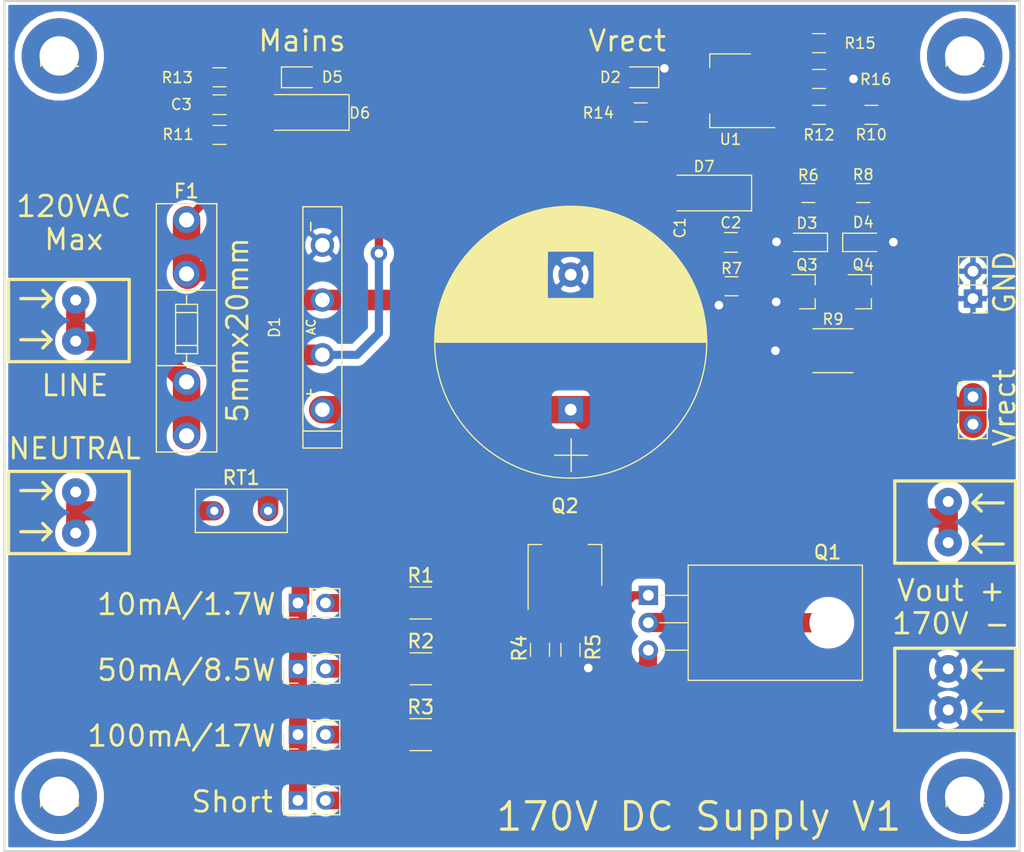
<source format=kicad_pcb>
(kicad_pcb (version 20171130) (host pcbnew "(5.1.5)-3")

  (general
    (thickness 1.6)
    (drawings 18)
    (tracks 173)
    (zones 0)
    (modules 47)
    (nets 25)
  )

  (page A4)
  (layers
    (0 F.Cu signal)
    (31 B.Cu signal)
    (32 B.Adhes user hide)
    (33 F.Adhes user hide)
    (34 B.Paste user hide)
    (35 F.Paste user hide)
    (36 B.SilkS user hide)
    (37 F.SilkS user)
    (38 B.Mask user hide)
    (39 F.Mask user hide)
    (40 Dwgs.User user hide)
    (41 Cmts.User user hide)
    (42 Eco1.User user hide)
    (43 Eco2.User user hide)
    (44 Edge.Cuts user)
    (45 Margin user hide)
    (46 B.CrtYd user hide)
    (47 F.CrtYd user)
    (48 B.Fab user hide)
    (49 F.Fab user hide)
  )

  (setup
    (last_trace_width 0.762)
    (trace_clearance 0.635)
    (zone_clearance 0.254)
    (zone_45_only no)
    (trace_min 0.1524)
    (via_size 1.524)
    (via_drill 0.8001)
    (via_min_size 0.635)
    (via_min_drill 0.3048)
    (uvia_size 1.524)
    (uvia_drill 0.7874)
    (uvias_allowed no)
    (uvia_min_size 0.635)
    (uvia_min_drill 0.3048)
    (edge_width 0.127)
    (segment_width 0.254)
    (pcb_text_width 0.254)
    (pcb_text_size 1.524 1.524)
    (mod_edge_width 0.2032)
    (mod_text_size 1.27 1.27)
    (mod_text_width 0.2032)
    (pad_size 2.286 2.286)
    (pad_drill 1.0922)
    (pad_to_mask_clearance 0.2032)
    (solder_mask_min_width 0.254)
    (aux_axis_origin 0 0)
    (visible_elements 7EFFBE7F)
    (pcbplotparams
      (layerselection 0x010e0_ffffffff)
      (usegerberextensions false)
      (usegerberattributes false)
      (usegerberadvancedattributes false)
      (creategerberjobfile false)
      (excludeedgelayer true)
      (linewidth 0.100000)
      (plotframeref false)
      (viasonmask false)
      (mode 1)
      (useauxorigin false)
      (hpglpennumber 1)
      (hpglpenspeed 20)
      (hpglpendiameter 15.000000)
      (psnegative false)
      (psa4output false)
      (plotreference true)
      (plotvalue true)
      (plotinvisibletext false)
      (padsonsilk false)
      (subtractmaskfromsilk false)
      (outputformat 1)
      (mirror false)
      (drillshape 0)
      (scaleselection 1)
      (outputdirectory "PCB-Order/"))
  )

  (net 0 "")
  (net 1 GND)
  (net 2 "Net-(F1-Pad2)")
  (net 3 "Net-(Q1-Pad3)")
  (net 4 LINE+)
  (net 5 LINE-)
  (net 6 "Net-(Q1-Pad1)")
  (net 7 "Net-(R1-Pad1)")
  (net 8 "Net-(R2-Pad1)")
  (net 9 "Net-(R3-Pad1)")
  (net 10 "Net-(Q1-Pad2)")
  (net 11 "Net-(Q2-Pad1)")
  (net 12 "Net-(C2-Pad2)")
  (net 13 "Net-(D3-Pad1)")
  (net 14 "Net-(D4-Pad1)")
  (net 15 Vrect)
  (net 16 "Net-(Q4-Pad2)")
  (net 17 "Net-(C3-Pad1)")
  (net 18 "Net-(C3-Pad2)")
  (net 19 "Net-(D2-Pad2)")
  (net 20 "Net-(R10-Pad2)")
  (net 21 "Net-(R12-Pad2)")
  (net 22 "Net-(R14-Pad1)")
  (net 23 "Net-(R15-Pad2)")
  (net 24 LINE-_CL)

  (net_class Default "This is the default net class."
    (clearance 0.635)
    (trace_width 0.762)
    (via_dia 1.524)
    (via_drill 0.8001)
    (uvia_dia 1.524)
    (uvia_drill 0.7874)
    (diff_pair_width 2.54)
    (diff_pair_gap 2.54)
    (add_net GND)
    (add_net LINE-_CL)
    (add_net "Net-(C2-Pad2)")
    (add_net "Net-(C3-Pad1)")
    (add_net "Net-(C3-Pad2)")
    (add_net "Net-(D2-Pad2)")
    (add_net "Net-(D3-Pad1)")
    (add_net "Net-(D4-Pad1)")
    (add_net "Net-(Q1-Pad1)")
    (add_net "Net-(Q1-Pad2)")
    (add_net "Net-(Q1-Pad3)")
    (add_net "Net-(Q2-Pad1)")
    (add_net "Net-(Q4-Pad2)")
    (add_net "Net-(R1-Pad1)")
    (add_net "Net-(R10-Pad2)")
    (add_net "Net-(R12-Pad2)")
    (add_net "Net-(R14-Pad1)")
    (add_net "Net-(R15-Pad2)")
    (add_net Vrect)
  )

  (net_class HV ""
    (clearance 0.635)
    (trace_width 0.762)
    (via_dia 1.524)
    (via_drill 0.8001)
    (uvia_dia 1.524)
    (uvia_drill 0.7874)
    (diff_pair_width 2.54)
    (diff_pair_gap 2.54)
    (add_net LINE+)
    (add_net LINE-)
    (add_net "Net-(F1-Pad2)")
    (add_net "Net-(R2-Pad1)")
    (add_net "Net-(R3-Pad1)")
  )

  (module Connector_PinHeader_2.54mm:PinHeader_1x02_P2.54mm_Vertical (layer F.Cu) (tedit 59FED5CC) (tstamp 5EC59DBD)
    (at 163.322 77.2922)
    (descr "Through hole straight pin header, 1x02, 2.54mm pitch, single row")
    (tags "Through hole pin header THT 1x02 2.54mm single row")
    (path /5E665E8A)
    (fp_text reference TP4 (at 0 -2.33) (layer F.SilkS) hide
      (effects (font (size 1 1) (thickness 0.15)))
    )
    (fp_text value Vrect (at 0 4.87) (layer F.Fab)
      (effects (font (size 1 1) (thickness 0.15)))
    )
    (fp_text user %R (at 0 1.27 90) (layer F.Fab)
      (effects (font (size 1 1) (thickness 0.15)))
    )
    (fp_line (start 1.8 -1.8) (end -1.8 -1.8) (layer F.CrtYd) (width 0.05))
    (fp_line (start 1.8 4.35) (end 1.8 -1.8) (layer F.CrtYd) (width 0.05))
    (fp_line (start -1.8 4.35) (end 1.8 4.35) (layer F.CrtYd) (width 0.05))
    (fp_line (start -1.8 -1.8) (end -1.8 4.35) (layer F.CrtYd) (width 0.05))
    (fp_line (start -1.33 -1.33) (end 0 -1.33) (layer F.SilkS) (width 0.12))
    (fp_line (start -1.33 0) (end -1.33 -1.33) (layer F.SilkS) (width 0.12))
    (fp_line (start -1.33 1.27) (end 1.33 1.27) (layer F.SilkS) (width 0.12))
    (fp_line (start 1.33 1.27) (end 1.33 3.87) (layer F.SilkS) (width 0.12))
    (fp_line (start -1.33 1.27) (end -1.33 3.87) (layer F.SilkS) (width 0.12))
    (fp_line (start -1.33 3.87) (end 1.33 3.87) (layer F.SilkS) (width 0.12))
    (fp_line (start -1.27 -0.635) (end -0.635 -1.27) (layer F.Fab) (width 0.1))
    (fp_line (start -1.27 3.81) (end -1.27 -0.635) (layer F.Fab) (width 0.1))
    (fp_line (start 1.27 3.81) (end -1.27 3.81) (layer F.Fab) (width 0.1))
    (fp_line (start 1.27 -1.27) (end 1.27 3.81) (layer F.Fab) (width 0.1))
    (fp_line (start -0.635 -1.27) (end 1.27 -1.27) (layer F.Fab) (width 0.1))
    (pad 2 thru_hole oval (at 0 2.54) (size 1.7 1.7) (drill 1) (layers *.Cu *.Mask)
      (net 15 Vrect))
    (pad 1 thru_hole rect (at 0 0) (size 1.7 1.7) (drill 1) (layers *.Cu *.Mask)
      (net 15 Vrect))
    (model ${KISYS3DMOD}/Connector_PinHeader_2.54mm.3dshapes/PinHeader_1x02_P2.54mm_Vertical.wrl
      (at (xyz 0 0 0))
      (scale (xyz 1 1 1))
      (rotate (xyz 0 0 0))
    )
  )

  (module "Rays Footprints:R_1210_HandSoldering" (layer F.Cu) (tedit 5EC5A9D8) (tstamp 5EC65C60)
    (at 112.195 96.393)
    (descr "Resistor SMD 1210, hand soldering")
    (tags "resistor 1210")
    (path /5EC5A8B3)
    (attr smd)
    (fp_text reference R1 (at 0 -2.554) (layer F.SilkS)
      (effects (font (size 1.27 1.27) (thickness 0.2032)))
    )
    (fp_text value 62/6mW/200V (at 0 2.4) (layer F.Fab)
      (effects (font (size 1 1) (thickness 0.15)))
    )
    (fp_line (start 3.25 1.5) (end -3.25 1.5) (layer F.CrtYd) (width 0.05))
    (fp_line (start 3.25 1.5) (end 3.25 -1.5) (layer F.CrtYd) (width 0.05))
    (fp_line (start -3.25 -1.5) (end -3.25 1.5) (layer F.CrtYd) (width 0.05))
    (fp_line (start -3.25 -1.5) (end 3.25 -1.5) (layer F.CrtYd) (width 0.05))
    (fp_line (start -1 -1.48) (end 1 -1.48) (layer F.SilkS) (width 0.12))
    (fp_line (start 1 1.48) (end -1 1.48) (layer F.SilkS) (width 0.12))
    (fp_line (start -1.6 -1.25) (end 1.6 -1.25) (layer F.Fab) (width 0.1))
    (fp_line (start 1.6 -1.25) (end 1.6 1.25) (layer F.Fab) (width 0.1))
    (fp_line (start 1.6 1.25) (end -1.6 1.25) (layer F.Fab) (width 0.1))
    (fp_line (start -1.6 1.25) (end -1.6 -1.25) (layer F.Fab) (width 0.1))
    (fp_text user %R (at 0 0) (layer F.Fab)
      (effects (font (size 0.7 0.7) (thickness 0.105)))
    )
    (pad 2 smd rect (at 1.8 0) (size 1.6 2.5) (layers F.Cu F.Paste F.Mask)
      (net 3 "Net-(Q1-Pad3)"))
    (pad 1 smd rect (at -1.8 0) (size 1.6 2.5) (layers F.Cu F.Paste F.Mask)
      (net 7 "Net-(R1-Pad1)"))
    (model ${KICAD_USER_LIB_DIR}/3-3DModels/R_1210.step
      (at (xyz 0 0 0))
      (scale (xyz 1 1 1))
      (rotate (xyz 0 0 0))
    )
  )

  (module "Rays Footprints:R_1210_HandSoldering" (layer F.Cu) (tedit 5EC5A9D8) (tstamp 5EC65C70)
    (at 112.214 102.489)
    (descr "Resistor SMD 1210, hand soldering")
    (tags "resistor 1210")
    (path /5E6CD984)
    (attr smd)
    (fp_text reference R2 (at 0 -2.554) (layer F.SilkS)
      (effects (font (size 1.27 1.27) (thickness 0.2032)))
    )
    (fp_text value 12/20mW/200V (at 0 2.4) (layer F.Fab)
      (effects (font (size 1 1) (thickness 0.15)))
    )
    (fp_line (start 3.25 1.5) (end -3.25 1.5) (layer F.CrtYd) (width 0.05))
    (fp_line (start 3.25 1.5) (end 3.25 -1.5) (layer F.CrtYd) (width 0.05))
    (fp_line (start -3.25 -1.5) (end -3.25 1.5) (layer F.CrtYd) (width 0.05))
    (fp_line (start -3.25 -1.5) (end 3.25 -1.5) (layer F.CrtYd) (width 0.05))
    (fp_line (start -1 -1.48) (end 1 -1.48) (layer F.SilkS) (width 0.12))
    (fp_line (start 1 1.48) (end -1 1.48) (layer F.SilkS) (width 0.12))
    (fp_line (start -1.6 -1.25) (end 1.6 -1.25) (layer F.Fab) (width 0.1))
    (fp_line (start 1.6 -1.25) (end 1.6 1.25) (layer F.Fab) (width 0.1))
    (fp_line (start 1.6 1.25) (end -1.6 1.25) (layer F.Fab) (width 0.1))
    (fp_line (start -1.6 1.25) (end -1.6 -1.25) (layer F.Fab) (width 0.1))
    (fp_text user %R (at 0 0) (layer F.Fab)
      (effects (font (size 0.7 0.7) (thickness 0.105)))
    )
    (pad 2 smd rect (at 1.8 0) (size 1.6 2.5) (layers F.Cu F.Paste F.Mask)
      (net 3 "Net-(Q1-Pad3)"))
    (pad 1 smd rect (at -1.8 0) (size 1.6 2.5) (layers F.Cu F.Paste F.Mask)
      (net 8 "Net-(R2-Pad1)"))
    (model ${KICAD_USER_LIB_DIR}/3-3DModels/R_1210.step
      (at (xyz 0 0 0))
      (scale (xyz 1 1 1))
      (rotate (xyz 0 0 0))
    )
  )

  (module "Rays Footprints:R_1210_HandSoldering" (layer F.Cu) (tedit 5EC5A9D8) (tstamp 5EC65C80)
    (at 112.195 108.585)
    (descr "Resistor SMD 1210, hand soldering")
    (tags "resistor 1210")
    (path /5E6C957A)
    (attr smd)
    (fp_text reference R3 (at 0 -2.554) (layer F.SilkS)
      (effects (font (size 1.27 1.27) (thickness 0.2032)))
    )
    (fp_text value 6.2/60mW//200V (at 0 2.4) (layer F.Fab)
      (effects (font (size 1 1) (thickness 0.15)))
    )
    (fp_line (start 3.25 1.5) (end -3.25 1.5) (layer F.CrtYd) (width 0.05))
    (fp_line (start 3.25 1.5) (end 3.25 -1.5) (layer F.CrtYd) (width 0.05))
    (fp_line (start -3.25 -1.5) (end -3.25 1.5) (layer F.CrtYd) (width 0.05))
    (fp_line (start -3.25 -1.5) (end 3.25 -1.5) (layer F.CrtYd) (width 0.05))
    (fp_line (start -1 -1.48) (end 1 -1.48) (layer F.SilkS) (width 0.12))
    (fp_line (start 1 1.48) (end -1 1.48) (layer F.SilkS) (width 0.12))
    (fp_line (start -1.6 -1.25) (end 1.6 -1.25) (layer F.Fab) (width 0.1))
    (fp_line (start 1.6 -1.25) (end 1.6 1.25) (layer F.Fab) (width 0.1))
    (fp_line (start 1.6 1.25) (end -1.6 1.25) (layer F.Fab) (width 0.1))
    (fp_line (start -1.6 1.25) (end -1.6 -1.25) (layer F.Fab) (width 0.1))
    (fp_text user %R (at 0 0) (layer F.Fab)
      (effects (font (size 0.7 0.7) (thickness 0.105)))
    )
    (pad 2 smd rect (at 1.8 0) (size 1.6 2.5) (layers F.Cu F.Paste F.Mask)
      (net 3 "Net-(Q1-Pad3)"))
    (pad 1 smd rect (at -1.8 0) (size 1.6 2.5) (layers F.Cu F.Paste F.Mask)
      (net 9 "Net-(R3-Pad1)"))
    (model ${KICAD_USER_LIB_DIR}/3-3DModels/R_1210.step
      (at (xyz 0 0 0))
      (scale (xyz 1 1 1))
      (rotate (xyz 0 0 0))
    )
  )

  (module Connector_PinHeader_2.54mm:PinHeader_1x02_P2.54mm_Vertical (layer F.Cu) (tedit 59FED5CC) (tstamp 5EC59E10)
    (at 163.322 68.199 180)
    (descr "Through hole straight pin header, 1x02, 2.54mm pitch, single row")
    (tags "Through hole pin header THT 1x02 2.54mm single row")
    (path /5E2D5626)
    (fp_text reference TP3 (at 0 -2.33) (layer F.SilkS) hide
      (effects (font (size 1 1) (thickness 0.15)))
    )
    (fp_text value GND (at 0 4.87) (layer F.Fab)
      (effects (font (size 1 1) (thickness 0.15)))
    )
    (fp_text user %R (at 0 1.27 90) (layer F.Fab)
      (effects (font (size 1 1) (thickness 0.15)))
    )
    (fp_line (start 1.8 -1.8) (end -1.8 -1.8) (layer F.CrtYd) (width 0.05))
    (fp_line (start 1.8 4.35) (end 1.8 -1.8) (layer F.CrtYd) (width 0.05))
    (fp_line (start -1.8 4.35) (end 1.8 4.35) (layer F.CrtYd) (width 0.05))
    (fp_line (start -1.8 -1.8) (end -1.8 4.35) (layer F.CrtYd) (width 0.05))
    (fp_line (start -1.33 -1.33) (end 0 -1.33) (layer F.SilkS) (width 0.12))
    (fp_line (start -1.33 0) (end -1.33 -1.33) (layer F.SilkS) (width 0.12))
    (fp_line (start -1.33 1.27) (end 1.33 1.27) (layer F.SilkS) (width 0.12))
    (fp_line (start 1.33 1.27) (end 1.33 3.87) (layer F.SilkS) (width 0.12))
    (fp_line (start -1.33 1.27) (end -1.33 3.87) (layer F.SilkS) (width 0.12))
    (fp_line (start -1.33 3.87) (end 1.33 3.87) (layer F.SilkS) (width 0.12))
    (fp_line (start -1.27 -0.635) (end -0.635 -1.27) (layer F.Fab) (width 0.1))
    (fp_line (start -1.27 3.81) (end -1.27 -0.635) (layer F.Fab) (width 0.1))
    (fp_line (start 1.27 3.81) (end -1.27 3.81) (layer F.Fab) (width 0.1))
    (fp_line (start 1.27 -1.27) (end 1.27 3.81) (layer F.Fab) (width 0.1))
    (fp_line (start -0.635 -1.27) (end 1.27 -1.27) (layer F.Fab) (width 0.1))
    (pad 2 thru_hole oval (at 0 2.54 180) (size 1.7 1.7) (drill 1) (layers *.Cu *.Mask)
      (net 1 GND))
    (pad 1 thru_hole rect (at 0 0 180) (size 1.7 1.7) (drill 1) (layers *.Cu *.Mask)
      (net 1 GND))
    (model ${KISYS3DMOD}/Connector_PinHeader_2.54mm.3dshapes/PinHeader_1x02_P2.54mm_Vertical.wrl
      (at (xyz 0 0 0))
      (scale (xyz 1 1 1))
      (rotate (xyz 0 0 0))
    )
  )

  (module Connector_PinHeader_2.54mm:PinHeader_1x02_P2.54mm_Vertical (layer F.Cu) (tedit 59FED5CC) (tstamp 5EC59E3A)
    (at 100.838 96.393 90)
    (descr "Through hole straight pin header, 1x02, 2.54mm pitch, single row")
    (tags "Through hole pin header THT 1x02 2.54mm single row")
    (path /5EC5A8BD)
    (fp_text reference TP5 (at 0 -2.33 90) (layer F.SilkS) hide
      (effects (font (size 1 1) (thickness 0.15)))
    )
    (fp_text value ILIM1 (at 0 4.87 90) (layer F.Fab)
      (effects (font (size 1 1) (thickness 0.15)))
    )
    (fp_line (start -0.635 -1.27) (end 1.27 -1.27) (layer F.Fab) (width 0.1))
    (fp_line (start 1.27 -1.27) (end 1.27 3.81) (layer F.Fab) (width 0.1))
    (fp_line (start 1.27 3.81) (end -1.27 3.81) (layer F.Fab) (width 0.1))
    (fp_line (start -1.27 3.81) (end -1.27 -0.635) (layer F.Fab) (width 0.1))
    (fp_line (start -1.27 -0.635) (end -0.635 -1.27) (layer F.Fab) (width 0.1))
    (fp_line (start -1.33 3.87) (end 1.33 3.87) (layer F.SilkS) (width 0.12))
    (fp_line (start -1.33 1.27) (end -1.33 3.87) (layer F.SilkS) (width 0.12))
    (fp_line (start 1.33 1.27) (end 1.33 3.87) (layer F.SilkS) (width 0.12))
    (fp_line (start -1.33 1.27) (end 1.33 1.27) (layer F.SilkS) (width 0.12))
    (fp_line (start -1.33 0) (end -1.33 -1.33) (layer F.SilkS) (width 0.12))
    (fp_line (start -1.33 -1.33) (end 0 -1.33) (layer F.SilkS) (width 0.12))
    (fp_line (start -1.8 -1.8) (end -1.8 4.35) (layer F.CrtYd) (width 0.05))
    (fp_line (start -1.8 4.35) (end 1.8 4.35) (layer F.CrtYd) (width 0.05))
    (fp_line (start 1.8 4.35) (end 1.8 -1.8) (layer F.CrtYd) (width 0.05))
    (fp_line (start 1.8 -1.8) (end -1.8 -1.8) (layer F.CrtYd) (width 0.05))
    (fp_text user %R (at 0 1.27) (layer F.Fab)
      (effects (font (size 1 1) (thickness 0.15)))
    )
    (pad 1 thru_hole rect (at 0 0 90) (size 1.7 1.7) (drill 1) (layers *.Cu *.Mask)
      (net 15 Vrect))
    (pad 2 thru_hole oval (at 0 2.54 90) (size 1.7 1.7) (drill 1) (layers *.Cu *.Mask)
      (net 7 "Net-(R1-Pad1)"))
    (model ${KISYS3DMOD}/Connector_PinHeader_2.54mm.3dshapes/PinHeader_1x02_P2.54mm_Vertical.wrl
      (at (xyz 0 0 0))
      (scale (xyz 1 1 1))
      (rotate (xyz 0 0 0))
    )
  )

  (module Connector_PinHeader_2.54mm:PinHeader_1x02_P2.54mm_Vertical (layer F.Cu) (tedit 59FED5CC) (tstamp 5EC59E3B)
    (at 100.838 102.489 90)
    (descr "Through hole straight pin header, 1x02, 2.54mm pitch, single row")
    (tags "Through hole pin header THT 1x02 2.54mm single row")
    (path /5E6CDD02)
    (fp_text reference TP6 (at 0 -2.33 90) (layer F.SilkS) hide
      (effects (font (size 1 1) (thickness 0.15)))
    )
    (fp_text value ILIM2 (at 0 4.87 90) (layer F.Fab)
      (effects (font (size 1 1) (thickness 0.15)))
    )
    (fp_text user %R (at 0 1.27) (layer F.Fab)
      (effects (font (size 1 1) (thickness 0.15)))
    )
    (fp_line (start 1.8 -1.8) (end -1.8 -1.8) (layer F.CrtYd) (width 0.05))
    (fp_line (start 1.8 4.35) (end 1.8 -1.8) (layer F.CrtYd) (width 0.05))
    (fp_line (start -1.8 4.35) (end 1.8 4.35) (layer F.CrtYd) (width 0.05))
    (fp_line (start -1.8 -1.8) (end -1.8 4.35) (layer F.CrtYd) (width 0.05))
    (fp_line (start -1.33 -1.33) (end 0 -1.33) (layer F.SilkS) (width 0.12))
    (fp_line (start -1.33 0) (end -1.33 -1.33) (layer F.SilkS) (width 0.12))
    (fp_line (start -1.33 1.27) (end 1.33 1.27) (layer F.SilkS) (width 0.12))
    (fp_line (start 1.33 1.27) (end 1.33 3.87) (layer F.SilkS) (width 0.12))
    (fp_line (start -1.33 1.27) (end -1.33 3.87) (layer F.SilkS) (width 0.12))
    (fp_line (start -1.33 3.87) (end 1.33 3.87) (layer F.SilkS) (width 0.12))
    (fp_line (start -1.27 -0.635) (end -0.635 -1.27) (layer F.Fab) (width 0.1))
    (fp_line (start -1.27 3.81) (end -1.27 -0.635) (layer F.Fab) (width 0.1))
    (fp_line (start 1.27 3.81) (end -1.27 3.81) (layer F.Fab) (width 0.1))
    (fp_line (start 1.27 -1.27) (end 1.27 3.81) (layer F.Fab) (width 0.1))
    (fp_line (start -0.635 -1.27) (end 1.27 -1.27) (layer F.Fab) (width 0.1))
    (pad 2 thru_hole oval (at 0 2.54 90) (size 1.7 1.7) (drill 1) (layers *.Cu *.Mask)
      (net 8 "Net-(R2-Pad1)"))
    (pad 1 thru_hole rect (at 0 0 90) (size 1.7 1.7) (drill 1) (layers *.Cu *.Mask)
      (net 15 Vrect))
    (model ${KISYS3DMOD}/Connector_PinHeader_2.54mm.3dshapes/PinHeader_1x02_P2.54mm_Vertical.wrl
      (at (xyz 0 0 0))
      (scale (xyz 1 1 1))
      (rotate (xyz 0 0 0))
    )
  )

  (module Connector_PinHeader_2.54mm:PinHeader_1x02_P2.54mm_Vertical (layer F.Cu) (tedit 59FED5CC) (tstamp 5EC59E50)
    (at 100.838 108.585 90)
    (descr "Through hole straight pin header, 1x02, 2.54mm pitch, single row")
    (tags "Through hole pin header THT 1x02 2.54mm single row")
    (path /5E6CB446)
    (fp_text reference TP7 (at 0 -2.33 90) (layer F.SilkS) hide
      (effects (font (size 1 1) (thickness 0.15)))
    )
    (fp_text value ILIM3 (at 0 4.87 90) (layer F.Fab)
      (effects (font (size 1 1) (thickness 0.15)))
    )
    (fp_line (start -0.635 -1.27) (end 1.27 -1.27) (layer F.Fab) (width 0.1))
    (fp_line (start 1.27 -1.27) (end 1.27 3.81) (layer F.Fab) (width 0.1))
    (fp_line (start 1.27 3.81) (end -1.27 3.81) (layer F.Fab) (width 0.1))
    (fp_line (start -1.27 3.81) (end -1.27 -0.635) (layer F.Fab) (width 0.1))
    (fp_line (start -1.27 -0.635) (end -0.635 -1.27) (layer F.Fab) (width 0.1))
    (fp_line (start -1.33 3.87) (end 1.33 3.87) (layer F.SilkS) (width 0.12))
    (fp_line (start -1.33 1.27) (end -1.33 3.87) (layer F.SilkS) (width 0.12))
    (fp_line (start 1.33 1.27) (end 1.33 3.87) (layer F.SilkS) (width 0.12))
    (fp_line (start -1.33 1.27) (end 1.33 1.27) (layer F.SilkS) (width 0.12))
    (fp_line (start -1.33 0) (end -1.33 -1.33) (layer F.SilkS) (width 0.12))
    (fp_line (start -1.33 -1.33) (end 0 -1.33) (layer F.SilkS) (width 0.12))
    (fp_line (start -1.8 -1.8) (end -1.8 4.35) (layer F.CrtYd) (width 0.05))
    (fp_line (start -1.8 4.35) (end 1.8 4.35) (layer F.CrtYd) (width 0.05))
    (fp_line (start 1.8 4.35) (end 1.8 -1.8) (layer F.CrtYd) (width 0.05))
    (fp_line (start 1.8 -1.8) (end -1.8 -1.8) (layer F.CrtYd) (width 0.05))
    (fp_text user %R (at 0 1.27) (layer F.Fab)
      (effects (font (size 1 1) (thickness 0.15)))
    )
    (pad 1 thru_hole rect (at 0 0 90) (size 1.7 1.7) (drill 1) (layers *.Cu *.Mask)
      (net 15 Vrect))
    (pad 2 thru_hole oval (at 0 2.54 90) (size 1.7 1.7) (drill 1) (layers *.Cu *.Mask)
      (net 9 "Net-(R3-Pad1)"))
    (model ${KISYS3DMOD}/Connector_PinHeader_2.54mm.3dshapes/PinHeader_1x02_P2.54mm_Vertical.wrl
      (at (xyz 0 0 0))
      (scale (xyz 1 1 1))
      (rotate (xyz 0 0 0))
    )
  )

  (module "Rays Footprints:R_0805_HandSoldering" (layer F.Cu) (tedit 5EA461E6) (tstamp 5EC5FC46)
    (at 123.2408 100.7364 270)
    (descr "Resistor SMD 0805, hand soldering")
    (tags "resistor 0805")
    (path /5E4467D6)
    (attr smd)
    (fp_text reference R4 (at -0.1524 1.905 90) (layer F.SilkS)
      (effects (font (size 1.27 1.27) (thickness 0.2032)))
    )
    (fp_text value 10k (at 0 1.75 90) (layer F.Fab)
      (effects (font (size 1 1) (thickness 0.15)))
    )
    (fp_text user %R (at 0 0 90) (layer F.Fab)
      (effects (font (size 0.5 0.5) (thickness 0.075)))
    )
    (fp_line (start -1 0.62) (end -1 -0.62) (layer F.Fab) (width 0.1))
    (fp_line (start 1 0.62) (end -1 0.62) (layer F.Fab) (width 0.1))
    (fp_line (start 1 -0.62) (end 1 0.62) (layer F.Fab) (width 0.1))
    (fp_line (start -1 -0.62) (end 1 -0.62) (layer F.Fab) (width 0.1))
    (fp_line (start 0.6 0.88) (end -0.6 0.88) (layer F.SilkS) (width 0.12))
    (fp_line (start -0.6 -0.88) (end 0.6 -0.88) (layer F.SilkS) (width 0.12))
    (fp_line (start -2.35 -0.9) (end 2.35 -0.9) (layer F.CrtYd) (width 0.05))
    (fp_line (start -2.35 -0.9) (end -2.35 0.9) (layer F.CrtYd) (width 0.05))
    (fp_line (start 2.35 0.9) (end 2.35 -0.9) (layer F.CrtYd) (width 0.05))
    (fp_line (start 2.35 0.9) (end -2.35 0.9) (layer F.CrtYd) (width 0.05))
    (pad 1 smd rect (at -1.15 0 270) (size 1.3 1.3) (layers F.Cu F.Paste F.Mask)
      (net 11 "Net-(Q2-Pad1)"))
    (pad 2 smd rect (at 1.15 0 270) (size 1.3 1.3) (layers F.Cu F.Paste F.Mask)
      (net 3 "Net-(Q1-Pad3)"))
    (model ${KICAD_USER_LIB_DIR}/3-3DModels/R_0805.step
      (at (xyz 0 0 0))
      (scale (xyz 1 1 1))
      (rotate (xyz 0 0 0))
    )
  )

  (module "Rays Footprints:R_0805_HandSoldering" (layer F.Cu) (tedit 5EA461E6) (tstamp 5EC5FC56)
    (at 126.0602 100.7364 90)
    (descr "Resistor SMD 0805, hand soldering")
    (tags "resistor 0805")
    (path /5E5E8658)
    (attr smd)
    (fp_text reference R5 (at 0.254 2.1082 90) (layer F.SilkS)
      (effects (font (size 1.27 1.27) (thickness 0.2032)))
    )
    (fp_text value 10k (at 0 1.75 90) (layer F.Fab)
      (effects (font (size 1 1) (thickness 0.15)))
    )
    (fp_line (start 2.35 0.9) (end -2.35 0.9) (layer F.CrtYd) (width 0.05))
    (fp_line (start 2.35 0.9) (end 2.35 -0.9) (layer F.CrtYd) (width 0.05))
    (fp_line (start -2.35 -0.9) (end -2.35 0.9) (layer F.CrtYd) (width 0.05))
    (fp_line (start -2.35 -0.9) (end 2.35 -0.9) (layer F.CrtYd) (width 0.05))
    (fp_line (start -0.6 -0.88) (end 0.6 -0.88) (layer F.SilkS) (width 0.12))
    (fp_line (start 0.6 0.88) (end -0.6 0.88) (layer F.SilkS) (width 0.12))
    (fp_line (start -1 -0.62) (end 1 -0.62) (layer F.Fab) (width 0.1))
    (fp_line (start 1 -0.62) (end 1 0.62) (layer F.Fab) (width 0.1))
    (fp_line (start 1 0.62) (end -1 0.62) (layer F.Fab) (width 0.1))
    (fp_line (start -1 0.62) (end -1 -0.62) (layer F.Fab) (width 0.1))
    (fp_text user %R (at 0 0 90) (layer F.Fab)
      (effects (font (size 0.5 0.5) (thickness 0.075)))
    )
    (pad 2 smd rect (at 1.15 0 90) (size 1.3 1.3) (layers F.Cu F.Paste F.Mask)
      (net 6 "Net-(Q1-Pad1)"))
    (pad 1 smd rect (at -1.15 0 90) (size 1.3 1.3) (layers F.Cu F.Paste F.Mask)
      (net 1 GND))
    (model ${KICAD_USER_LIB_DIR}/3-3DModels/R_0805.step
      (at (xyz 0 0 0))
      (scale (xyz 1 1 1))
      (rotate (xyz 0 0 0))
    )
  )

  (module "Rays Footprints:C_1206_HandSoldering" (layer F.Cu) (tedit 5E99238A) (tstamp 5EC9725E)
    (at 140.9065 62.992)
    (descr "Capacitor SMD 1206 (3216 Metric), square (rectangular) end terminal, IPC_7351 nominal with elongated pad for handsoldering. (Body size source: http://www.tortai-tech.com/upload/download/2011102023233369053.pdf), generated with kicad-footprint-generator")
    (tags "capacitor handsolder")
    (path /5E66D3D2)
    (attr smd)
    (fp_text reference C2 (at 0 -1.82) (layer F.SilkS)
      (effects (font (size 1 1) (thickness 0.15)))
    )
    (fp_text value 0.1u/250V (at 0 1.82) (layer F.Fab)
      (effects (font (size 1 1) (thickness 0.15)))
    )
    (fp_line (start -1.6 0.8) (end -1.6 -0.8) (layer F.Fab) (width 0.1))
    (fp_line (start -1.6 -0.8) (end 1.6 -0.8) (layer F.Fab) (width 0.1))
    (fp_line (start 1.6 -0.8) (end 1.6 0.8) (layer F.Fab) (width 0.1))
    (fp_line (start 1.6 0.8) (end -1.6 0.8) (layer F.Fab) (width 0.1))
    (fp_line (start -0.602064 -0.91) (end 0.602064 -0.91) (layer F.SilkS) (width 0.12))
    (fp_line (start -0.602064 0.91) (end 0.602064 0.91) (layer F.SilkS) (width 0.12))
    (fp_line (start -2.45 1.12) (end -2.45 -1.12) (layer F.CrtYd) (width 0.05))
    (fp_line (start -2.45 -1.12) (end 2.45 -1.12) (layer F.CrtYd) (width 0.05))
    (fp_line (start 2.45 -1.12) (end 2.45 1.12) (layer F.CrtYd) (width 0.05))
    (fp_line (start 2.45 1.12) (end -2.45 1.12) (layer F.CrtYd) (width 0.05))
    (fp_text user %R (at 0 0) (layer F.Fab)
      (effects (font (size 0.8 0.8) (thickness 0.12)))
    )
    (pad 1 smd roundrect (at -1.5875 0) (size 1.625 1.75) (layers F.Cu F.Paste F.Mask) (roundrect_rratio 0.175)
      (net 1 GND))
    (pad 2 smd roundrect (at 1.5875 0) (size 1.625 1.75) (layers F.Cu F.Paste F.Mask) (roundrect_rratio 0.175)
      (net 12 "Net-(C2-Pad2)"))
    (model ${KICAD_USER_LIB_DIR}/3-3DModels/C_1206.step
      (at (xyz 0 0 0))
      (scale (xyz 1 1 1))
      (rotate (xyz 0 0 0))
    )
  )

  (module Diode_SMD:D_SOD-323_HandSoldering (layer F.Cu) (tedit 58641869) (tstamp 5EC9729E)
    (at 147.955 62.992 180)
    (descr SOD-323)
    (tags SOD-323)
    (path /5ECA6A68)
    (attr smd)
    (fp_text reference D3 (at 0 1.778) (layer F.SilkS)
      (effects (font (size 1 1) (thickness 0.15)))
    )
    (fp_text value MM3Z24VT1G (at 0.1 1.9) (layer F.Fab)
      (effects (font (size 1 1) (thickness 0.15)))
    )
    (fp_line (start -1.9 -0.85) (end 1.25 -0.85) (layer F.SilkS) (width 0.12))
    (fp_line (start -1.9 0.85) (end 1.25 0.85) (layer F.SilkS) (width 0.12))
    (fp_line (start -2 -0.95) (end -2 0.95) (layer F.CrtYd) (width 0.05))
    (fp_line (start -2 0.95) (end 2 0.95) (layer F.CrtYd) (width 0.05))
    (fp_line (start 2 -0.95) (end 2 0.95) (layer F.CrtYd) (width 0.05))
    (fp_line (start -2 -0.95) (end 2 -0.95) (layer F.CrtYd) (width 0.05))
    (fp_line (start -0.9 -0.7) (end 0.9 -0.7) (layer F.Fab) (width 0.1))
    (fp_line (start 0.9 -0.7) (end 0.9 0.7) (layer F.Fab) (width 0.1))
    (fp_line (start 0.9 0.7) (end -0.9 0.7) (layer F.Fab) (width 0.1))
    (fp_line (start -0.9 0.7) (end -0.9 -0.7) (layer F.Fab) (width 0.1))
    (fp_line (start -0.3 -0.35) (end -0.3 0.35) (layer F.Fab) (width 0.1))
    (fp_line (start -0.3 0) (end -0.5 0) (layer F.Fab) (width 0.1))
    (fp_line (start -0.3 0) (end 0.2 -0.35) (layer F.Fab) (width 0.1))
    (fp_line (start 0.2 -0.35) (end 0.2 0.35) (layer F.Fab) (width 0.1))
    (fp_line (start 0.2 0.35) (end -0.3 0) (layer F.Fab) (width 0.1))
    (fp_line (start 0.2 0) (end 0.45 0) (layer F.Fab) (width 0.1))
    (fp_line (start -1.9 -0.85) (end -1.9 0.85) (layer F.SilkS) (width 0.12))
    (fp_text user %R (at 0 -1.85) (layer F.Fab)
      (effects (font (size 1 1) (thickness 0.15)))
    )
    (pad 2 smd rect (at 1.25 0 180) (size 1 1) (layers F.Cu F.Paste F.Mask)
      (net 1 GND))
    (pad 1 smd rect (at -1.25 0 180) (size 1 1) (layers F.Cu F.Paste F.Mask)
      (net 13 "Net-(D3-Pad1)"))
    (model ${KISYS3DMOD}/Diode_SMD.3dshapes/D_SOD-323.wrl
      (at (xyz 0 0 0))
      (scale (xyz 1 1 1))
      (rotate (xyz 0 0 0))
    )
  )

  (module Diode_SMD:D_SOD-323_HandSoldering (layer F.Cu) (tedit 58641869) (tstamp 5EC972B6)
    (at 153.162 62.992)
    (descr SOD-323)
    (tags SOD-323)
    (path /5EC6FB3A)
    (attr smd)
    (fp_text reference D4 (at 0 -1.8542) (layer F.SilkS)
      (effects (font (size 1 1) (thickness 0.15)))
    )
    (fp_text value MM3Z24VT1G (at 0.1 1.9) (layer F.Fab)
      (effects (font (size 1 1) (thickness 0.15)))
    )
    (fp_text user %R (at 0 -1.85) (layer F.Fab)
      (effects (font (size 1 1) (thickness 0.15)))
    )
    (fp_line (start -1.9 -0.85) (end -1.9 0.85) (layer F.SilkS) (width 0.12))
    (fp_line (start 0.2 0) (end 0.45 0) (layer F.Fab) (width 0.1))
    (fp_line (start 0.2 0.35) (end -0.3 0) (layer F.Fab) (width 0.1))
    (fp_line (start 0.2 -0.35) (end 0.2 0.35) (layer F.Fab) (width 0.1))
    (fp_line (start -0.3 0) (end 0.2 -0.35) (layer F.Fab) (width 0.1))
    (fp_line (start -0.3 0) (end -0.5 0) (layer F.Fab) (width 0.1))
    (fp_line (start -0.3 -0.35) (end -0.3 0.35) (layer F.Fab) (width 0.1))
    (fp_line (start -0.9 0.7) (end -0.9 -0.7) (layer F.Fab) (width 0.1))
    (fp_line (start 0.9 0.7) (end -0.9 0.7) (layer F.Fab) (width 0.1))
    (fp_line (start 0.9 -0.7) (end 0.9 0.7) (layer F.Fab) (width 0.1))
    (fp_line (start -0.9 -0.7) (end 0.9 -0.7) (layer F.Fab) (width 0.1))
    (fp_line (start -2 -0.95) (end 2 -0.95) (layer F.CrtYd) (width 0.05))
    (fp_line (start 2 -0.95) (end 2 0.95) (layer F.CrtYd) (width 0.05))
    (fp_line (start -2 0.95) (end 2 0.95) (layer F.CrtYd) (width 0.05))
    (fp_line (start -2 -0.95) (end -2 0.95) (layer F.CrtYd) (width 0.05))
    (fp_line (start -1.9 0.85) (end 1.25 0.85) (layer F.SilkS) (width 0.12))
    (fp_line (start -1.9 -0.85) (end 1.25 -0.85) (layer F.SilkS) (width 0.12))
    (pad 1 smd rect (at -1.25 0) (size 1 1) (layers F.Cu F.Paste F.Mask)
      (net 14 "Net-(D4-Pad1)"))
    (pad 2 smd rect (at 1.25 0) (size 1 1) (layers F.Cu F.Paste F.Mask)
      (net 1 GND))
    (model ${KISYS3DMOD}/Diode_SMD.3dshapes/D_SOD-323.wrl
      (at (xyz 0 0 0))
      (scale (xyz 1 1 1))
      (rotate (xyz 0 0 0))
    )
  )

  (module "Rays Footprints:Schurter-0751.0110-Fuse-Clip-5mm_20mm" (layer F.Cu) (tedit 5EA4A791) (tstamp 5EC97660)
    (at 90.5256 70.9092 270)
    (path /5ECA8141)
    (fp_text reference F1 (at -12.667 0.0254 180) (layer F.SilkS)
      (effects (font (size 1.27 1.27) (thickness 0.2032)))
    )
    (fp_text value "Schurter UMT 250-2.5A" (at 0 6.1 90) (layer F.Fab)
      (effects (font (size 1 1) (thickness 0.15)))
    )
    (fp_line (start -2.181 -1.016) (end -2.181 1.016) (layer F.SilkS) (width 0.127))
    (fp_line (start -2.181 1.016) (end -1.419 1.016) (layer F.SilkS) (width 0.127))
    (fp_line (start -1.419 1.016) (end -1.419 -1.016) (layer F.SilkS) (width 0.127))
    (fp_line (start -1.419 -1.016) (end -2.181 -1.016) (layer F.SilkS) (width 0.127))
    (fp_line (start -1.419 -1.016) (end 1.629 -1.016) (layer F.SilkS) (width 0.127))
    (fp_line (start 1.629 -1.016) (end 1.629 1.016) (layer F.SilkS) (width 0.127))
    (fp_line (start 1.629 1.016) (end -1.419 1.016) (layer F.SilkS) (width 0.127))
    (fp_line (start 2.391 1.016) (end 2.391 -1.016) (layer F.SilkS) (width 0.127))
    (fp_line (start 2.391 -1.016) (end 1.629 -1.016) (layer F.SilkS) (width 0.127))
    (fp_line (start 1.629 1.016) (end 2.391 1.016) (layer F.SilkS) (width 0.127))
    (fp_line (start -11.7 -3) (end -11.7 3) (layer F.CrtYd) (width 0.12))
    (fp_line (start -11.7 3) (end 11.7 3) (layer F.CrtYd) (width 0.12))
    (fp_line (start 11.7 3) (end 11.7 -3) (layer F.CrtYd) (width 0.12))
    (fp_line (start 11.7 -3) (end -11.7 -3) (layer F.CrtYd) (width 0.12))
    (fp_line (start -11.5 -2.8) (end 11.5 -2.8) (layer F.SilkS) (width 0.127))
    (fp_line (start 11.5 -2.8) (end 11.5 2.8) (layer F.SilkS) (width 0.127))
    (fp_line (start 11.5 2.8) (end -11.5 2.8) (layer F.SilkS) (width 0.127))
    (fp_line (start -11.5 2.8) (end -11.5 -2.8) (layer F.SilkS) (width 0.127))
    (fp_line (start 3.5 2.8) (end 3.5 -2.8) (layer F.SilkS) (width 0.127))
    (fp_line (start -3.5 2.8) (end -3.5 -2.8) (layer F.SilkS) (width 0.127))
    (fp_line (start 2.4 0) (end 3.2 0) (layer F.SilkS) (width 0.127))
    (fp_line (start -3 0) (end -2.2 0) (layer F.SilkS) (width 0.127))
    (pad 1 thru_hole circle (at -10 0 270) (size 2.413 2.413) (drill 1.397) (layers *.Cu *.Mask)
      (net 4 LINE+))
    (pad 1 thru_hole circle (at -5 0 270) (size 2.413 2.413) (drill 1.397) (layers *.Cu *.Mask)
      (net 4 LINE+))
    (pad 2 thru_hole circle (at 10 0 270) (size 2.413 2.413) (drill 1.397) (layers *.Cu *.Mask)
      (net 2 "Net-(F1-Pad2)"))
    (pad 2 thru_hole circle (at 5 0 270) (size 2.413 2.413) (drill 1.397) (layers *.Cu *.Mask)
      (net 2 "Net-(F1-Pad2)"))
    (model ${KICAD_USER_LIB_DIR}/3-3DModels/Schurter-Fuse_Clip-0751.0110_1.stp
      (offset (xyz 7.5 0 0))
      (scale (xyz 1 1 1))
      (rotate (xyz -90 0 90))
    )
    (model ${KICAD_USER_LIB_DIR}/3-3DModels/Schurter-Fuse_Clip-0751.0110_1.stp
      (offset (xyz -7.5 0 0))
      (scale (xyz 1 1 1))
      (rotate (xyz -90 0 -90))
    )
    (model ${KICAD_USER_LIB_DIR}/3-3DModels/5S_MELF-L.step
      (offset (xyz 0 0 3.2))
      (scale (xyz 1 1 1))
      (rotate (xyz 0 0 0))
    )
  )

  (module "Rays Footprints:Mount-Hole-#6" (layer F.Cu) (tedit 5EA46327) (tstamp 5EC972DA)
    (at 78.74 45.72)
    (path /5ECA813D)
    (fp_text reference MTH1 (at 0 0.5) (layer F.SilkS)
      (effects (font (size 1 1) (thickness 0.15)))
    )
    (fp_text value "Mount Hole" (at -2.159 -4.064) (layer F.Fab)
      (effects (font (size 1 1) (thickness 0.15)))
    )
    (fp_circle (center 0 0) (end 3.558267 0) (layer F.CrtYd) (width 0.127))
    (pad 1 thru_hole circle (at 0 0) (size 6.985 6.985) (drill 3.6576) (layers *.Cu *.Mask)
      (zone_connect 2))
    (model C:/Users/ray/OneDrive/Projects/kicad/3-3DModels/Screw-6-32-0p125.stp
      (offset (xyz 0 0 -3.25))
      (scale (xyz 1 1 1))
      (rotate (xyz 0 0 0))
    )
  )

  (module "Rays Footprints:Mount-Hole-#6" (layer F.Cu) (tedit 5EA46327) (tstamp 5EC972E0)
    (at 162.56 45.72)
    (path /5ECA813F)
    (fp_text reference MTH2 (at 0 0.5) (layer F.SilkS)
      (effects (font (size 1 1) (thickness 0.15)))
    )
    (fp_text value "Mount Hole" (at -2.159 -4.064) (layer F.Fab)
      (effects (font (size 1 1) (thickness 0.15)))
    )
    (fp_circle (center 0 0) (end 3.558267 0) (layer F.CrtYd) (width 0.127))
    (pad 1 thru_hole circle (at 0 0) (size 6.985 6.985) (drill 3.6576) (layers *.Cu *.Mask)
      (zone_connect 2))
    (model C:/Users/ray/OneDrive/Projects/kicad/3-3DModels/Screw-6-32-0p125.stp
      (offset (xyz 0 0 -3.25))
      (scale (xyz 1 1 1))
      (rotate (xyz 0 0 0))
    )
  )

  (module "Rays Footprints:Mount-Hole-#6" (layer F.Cu) (tedit 5EA46327) (tstamp 5EC972E6)
    (at 78.74 114.3)
    (path /5ECA813E)
    (fp_text reference MTH3 (at 0 0.5) (layer F.SilkS)
      (effects (font (size 1 1) (thickness 0.15)))
    )
    (fp_text value "Mount Hole" (at -2.159 -4.064) (layer F.Fab)
      (effects (font (size 1 1) (thickness 0.15)))
    )
    (fp_circle (center 0 0) (end 3.558267 0) (layer F.CrtYd) (width 0.127))
    (pad 1 thru_hole circle (at 0 0) (size 6.985 6.985) (drill 3.6576) (layers *.Cu *.Mask)
      (zone_connect 2))
    (model C:/Users/ray/OneDrive/Projects/kicad/3-3DModels/Screw-6-32-0p125.stp
      (offset (xyz 0 0 -3.25))
      (scale (xyz 1 1 1))
      (rotate (xyz 0 0 0))
    )
  )

  (module "Rays Footprints:Mount-Hole-#6" (layer F.Cu) (tedit 5EA46327) (tstamp 5EC972EC)
    (at 162.56 114.3)
    (path /5ECA8140)
    (fp_text reference MTH4 (at 0 0.5) (layer F.SilkS)
      (effects (font (size 1 1) (thickness 0.15)))
    )
    (fp_text value "Mount Hole" (at -2.159 -4.064) (layer F.Fab)
      (effects (font (size 1 1) (thickness 0.15)))
    )
    (fp_circle (center 0 0) (end 3.558267 0) (layer F.CrtYd) (width 0.127))
    (pad 1 thru_hole circle (at 0 0) (size 6.985 6.985) (drill 3.6576) (layers *.Cu *.Mask)
      (zone_connect 2))
    (model C:/Users/ray/OneDrive/Projects/kicad/3-3DModels/Screw-6-32-0p125.stp
      (offset (xyz 0 0 -3.25))
      (scale (xyz 1 1 1))
      (rotate (xyz 0 0 0))
    )
  )

  (module "Rays Footprints:SOT-23-3_HandSoldering" (layer F.Cu) (tedit 5EA4AB6A) (tstamp 5EC97301)
    (at 147.955 67.564)
    (descr "SOT-23, Standard")
    (tags SOT-23)
    (path /5EDA19C1)
    (attr smd)
    (fp_text reference Q3 (at 0 -2.5) (layer F.SilkS)
      (effects (font (size 1 1) (thickness 0.15)))
    )
    (fp_text value AO3162 (at 0 2.5) (layer F.Fab)
      (effects (font (size 1 1) (thickness 0.15)))
    )
    (fp_text user %R (at 0 0 90) (layer F.Fab)
      (effects (font (size 0.5 0.5) (thickness 0.075)))
    )
    (fp_line (start -0.7 -0.95) (end -0.7 1.5) (layer F.Fab) (width 0.1))
    (fp_line (start -0.15 -1.52) (end 0.7 -1.52) (layer F.Fab) (width 0.1))
    (fp_line (start -0.7 -0.95) (end -0.15 -1.52) (layer F.Fab) (width 0.1))
    (fp_line (start 0.7 -1.52) (end 0.7 1.52) (layer F.Fab) (width 0.1))
    (fp_line (start -0.7 1.52) (end 0.7 1.52) (layer F.Fab) (width 0.1))
    (fp_line (start 0.76 1.58) (end 0.76 0.65) (layer F.SilkS) (width 0.12))
    (fp_line (start 0.76 -1.58) (end 0.76 -0.65) (layer F.SilkS) (width 0.12))
    (fp_line (start -1.7 -1.75) (end 1.7 -1.75) (layer F.CrtYd) (width 0.05))
    (fp_line (start 1.7 -1.75) (end 1.7 1.75) (layer F.CrtYd) (width 0.05))
    (fp_line (start 1.7 1.75) (end -1.7 1.75) (layer F.CrtYd) (width 0.05))
    (fp_line (start -1.7 1.75) (end -1.7 -1.75) (layer F.CrtYd) (width 0.05))
    (fp_line (start 0.76 -1.58) (end -1.4 -1.58) (layer F.SilkS) (width 0.12))
    (fp_line (start 0.76 1.58) (end -0.7 1.58) (layer F.SilkS) (width 0.12))
    (pad 1 smd rect (at -1.25 -0.95) (size 1.4 0.8) (layers F.Cu F.Paste F.Mask)
      (net 13 "Net-(D3-Pad1)"))
    (pad 2 smd rect (at -1.25 0.95) (size 1.4 0.8) (layers F.Cu F.Paste F.Mask)
      (net 1 GND))
    (pad 3 smd rect (at 1.25 0) (size 1.4 0.8) (layers F.Cu F.Paste F.Mask)
      (net 14 "Net-(D4-Pad1)"))
    (model ${KISYS3DMOD}/TO_SOT_Packages_SMD.3dshapes/SOT-23.wrl
      (at (xyz 0 0 0))
      (scale (xyz 1 1 1))
      (rotate (xyz 0 0 0))
    )
    (model ${KISYS3DMOD}/Package_TO_SOT_SMD.3dshapes/SOT-23.step
      (at (xyz 0 0 0))
      (scale (xyz 1 1 1))
      (rotate (xyz 0 0 0))
    )
  )

  (module "Rays Footprints:SOT-23-3_HandSoldering" (layer F.Cu) (tedit 5EA4AB6A) (tstamp 5EC97316)
    (at 153.162 67.564)
    (descr "SOT-23, Standard")
    (tags SOT-23)
    (path /5EDA35FF)
    (attr smd)
    (fp_text reference Q4 (at 0 -2.5) (layer F.SilkS)
      (effects (font (size 1 1) (thickness 0.15)))
    )
    (fp_text value AO3162 (at 0 2.5) (layer F.Fab)
      (effects (font (size 1 1) (thickness 0.15)))
    )
    (fp_line (start 0.76 1.58) (end -0.7 1.58) (layer F.SilkS) (width 0.12))
    (fp_line (start 0.76 -1.58) (end -1.4 -1.58) (layer F.SilkS) (width 0.12))
    (fp_line (start -1.7 1.75) (end -1.7 -1.75) (layer F.CrtYd) (width 0.05))
    (fp_line (start 1.7 1.75) (end -1.7 1.75) (layer F.CrtYd) (width 0.05))
    (fp_line (start 1.7 -1.75) (end 1.7 1.75) (layer F.CrtYd) (width 0.05))
    (fp_line (start -1.7 -1.75) (end 1.7 -1.75) (layer F.CrtYd) (width 0.05))
    (fp_line (start 0.76 -1.58) (end 0.76 -0.65) (layer F.SilkS) (width 0.12))
    (fp_line (start 0.76 1.58) (end 0.76 0.65) (layer F.SilkS) (width 0.12))
    (fp_line (start -0.7 1.52) (end 0.7 1.52) (layer F.Fab) (width 0.1))
    (fp_line (start 0.7 -1.52) (end 0.7 1.52) (layer F.Fab) (width 0.1))
    (fp_line (start -0.7 -0.95) (end -0.15 -1.52) (layer F.Fab) (width 0.1))
    (fp_line (start -0.15 -1.52) (end 0.7 -1.52) (layer F.Fab) (width 0.1))
    (fp_line (start -0.7 -0.95) (end -0.7 1.5) (layer F.Fab) (width 0.1))
    (fp_text user %R (at 0 0 90) (layer F.Fab)
      (effects (font (size 0.5 0.5) (thickness 0.075)))
    )
    (pad 3 smd rect (at 1.25 0) (size 1.4 0.8) (layers F.Cu F.Paste F.Mask)
      (net 15 Vrect))
    (pad 2 smd rect (at -1.25 0.95) (size 1.4 0.8) (layers F.Cu F.Paste F.Mask)
      (net 16 "Net-(Q4-Pad2)"))
    (pad 1 smd rect (at -1.25 -0.95) (size 1.4 0.8) (layers F.Cu F.Paste F.Mask)
      (net 14 "Net-(D4-Pad1)"))
    (model ${KISYS3DMOD}/TO_SOT_Packages_SMD.3dshapes/SOT-23.wrl
      (at (xyz 0 0 0))
      (scale (xyz 1 1 1))
      (rotate (xyz 0 0 0))
    )
    (model ${KISYS3DMOD}/Package_TO_SOT_SMD.3dshapes/SOT-23.step
      (at (xyz 0 0 0))
      (scale (xyz 1 1 1))
      (rotate (xyz 0 0 0))
    )
  )

  (module "Rays Footprints:R_0805_HandSoldering" (layer F.Cu) (tedit 5EA461E6) (tstamp 5EC97327)
    (at 148.082 58.42 180)
    (descr "Resistor SMD 0805, hand soldering")
    (tags "resistor 0805")
    (path /5EE3C7E0)
    (attr smd)
    (fp_text reference R6 (at 0 1.651) (layer F.SilkS)
      (effects (font (size 1 1) (thickness 0.15)))
    )
    (fp_text value 1M/300V (at 0 1.75) (layer F.Fab)
      (effects (font (size 1 1) (thickness 0.15)))
    )
    (fp_line (start 2.35 0.9) (end -2.35 0.9) (layer F.CrtYd) (width 0.05))
    (fp_line (start 2.35 0.9) (end 2.35 -0.9) (layer F.CrtYd) (width 0.05))
    (fp_line (start -2.35 -0.9) (end -2.35 0.9) (layer F.CrtYd) (width 0.05))
    (fp_line (start -2.35 -0.9) (end 2.35 -0.9) (layer F.CrtYd) (width 0.05))
    (fp_line (start -0.6 -0.88) (end 0.6 -0.88) (layer F.SilkS) (width 0.12))
    (fp_line (start 0.6 0.88) (end -0.6 0.88) (layer F.SilkS) (width 0.12))
    (fp_line (start -1 -0.62) (end 1 -0.62) (layer F.Fab) (width 0.1))
    (fp_line (start 1 -0.62) (end 1 0.62) (layer F.Fab) (width 0.1))
    (fp_line (start 1 0.62) (end -1 0.62) (layer F.Fab) (width 0.1))
    (fp_line (start -1 0.62) (end -1 -0.62) (layer F.Fab) (width 0.1))
    (fp_text user %R (at 0 0) (layer F.Fab)
      (effects (font (size 0.5 0.5) (thickness 0.075)))
    )
    (pad 2 smd rect (at 1.15 0 180) (size 1.3 1.3) (layers F.Cu F.Paste F.Mask)
      (net 12 "Net-(C2-Pad2)"))
    (pad 1 smd rect (at -1.15 0 180) (size 1.3 1.3) (layers F.Cu F.Paste F.Mask)
      (net 13 "Net-(D3-Pad1)"))
    (model ${KICAD_USER_LIB_DIR}/3-3DModels/R_0805.step
      (at (xyz 0 0 0))
      (scale (xyz 1 1 1))
      (rotate (xyz 0 0 0))
    )
  )

  (module "Rays Footprints:R_0805_HandSoldering" (layer F.Cu) (tedit 5EA461E6) (tstamp 5EC97338)
    (at 140.97 67.056 180)
    (descr "Resistor SMD 0805, hand soldering")
    (tags "resistor 0805")
    (path /5E58C56A)
    (attr smd)
    (fp_text reference R7 (at -0.007 1.651) (layer F.SilkS)
      (effects (font (size 1 1) (thickness 0.15)))
    )
    (fp_text value 1M/300V (at 0 1.75) (layer F.Fab)
      (effects (font (size 1 1) (thickness 0.15)))
    )
    (fp_text user %R (at 0 0) (layer F.Fab)
      (effects (font (size 0.5 0.5) (thickness 0.075)))
    )
    (fp_line (start -1 0.62) (end -1 -0.62) (layer F.Fab) (width 0.1))
    (fp_line (start 1 0.62) (end -1 0.62) (layer F.Fab) (width 0.1))
    (fp_line (start 1 -0.62) (end 1 0.62) (layer F.Fab) (width 0.1))
    (fp_line (start -1 -0.62) (end 1 -0.62) (layer F.Fab) (width 0.1))
    (fp_line (start 0.6 0.88) (end -0.6 0.88) (layer F.SilkS) (width 0.12))
    (fp_line (start -0.6 -0.88) (end 0.6 -0.88) (layer F.SilkS) (width 0.12))
    (fp_line (start -2.35 -0.9) (end 2.35 -0.9) (layer F.CrtYd) (width 0.05))
    (fp_line (start -2.35 -0.9) (end -2.35 0.9) (layer F.CrtYd) (width 0.05))
    (fp_line (start 2.35 0.9) (end 2.35 -0.9) (layer F.CrtYd) (width 0.05))
    (fp_line (start 2.35 0.9) (end -2.35 0.9) (layer F.CrtYd) (width 0.05))
    (pad 1 smd rect (at -1.15 0 180) (size 1.3 1.3) (layers F.Cu F.Paste F.Mask)
      (net 12 "Net-(C2-Pad2)"))
    (pad 2 smd rect (at 1.15 0 180) (size 1.3 1.3) (layers F.Cu F.Paste F.Mask)
      (net 1 GND))
    (model ${KICAD_USER_LIB_DIR}/3-3DModels/R_0805.step
      (at (xyz 0 0 0))
      (scale (xyz 1 1 1))
      (rotate (xyz 0 0 0))
    )
  )

  (module "Rays Footprints:R_0805_HandSoldering" (layer F.Cu) (tedit 5EA461E6) (tstamp 5EC97349)
    (at 153.162 58.42)
    (descr "Resistor SMD 0805, hand soldering")
    (tags "resistor 0805")
    (path /5EE8FA9A)
    (attr smd)
    (fp_text reference R8 (at 0 -1.7) (layer F.SilkS)
      (effects (font (size 1 1) (thickness 0.15)))
    )
    (fp_text value 1M/300V (at 0 1.75) (layer F.Fab)
      (effects (font (size 1 1) (thickness 0.15)))
    )
    (fp_text user %R (at 0 0) (layer F.Fab)
      (effects (font (size 0.5 0.5) (thickness 0.075)))
    )
    (fp_line (start -1 0.62) (end -1 -0.62) (layer F.Fab) (width 0.1))
    (fp_line (start 1 0.62) (end -1 0.62) (layer F.Fab) (width 0.1))
    (fp_line (start 1 -0.62) (end 1 0.62) (layer F.Fab) (width 0.1))
    (fp_line (start -1 -0.62) (end 1 -0.62) (layer F.Fab) (width 0.1))
    (fp_line (start 0.6 0.88) (end -0.6 0.88) (layer F.SilkS) (width 0.12))
    (fp_line (start -0.6 -0.88) (end 0.6 -0.88) (layer F.SilkS) (width 0.12))
    (fp_line (start -2.35 -0.9) (end 2.35 -0.9) (layer F.CrtYd) (width 0.05))
    (fp_line (start -2.35 -0.9) (end -2.35 0.9) (layer F.CrtYd) (width 0.05))
    (fp_line (start 2.35 0.9) (end 2.35 -0.9) (layer F.CrtYd) (width 0.05))
    (fp_line (start 2.35 0.9) (end -2.35 0.9) (layer F.CrtYd) (width 0.05))
    (pad 1 smd rect (at -1.15 0) (size 1.3 1.3) (layers F.Cu F.Paste F.Mask)
      (net 14 "Net-(D4-Pad1)"))
    (pad 2 smd rect (at 1.15 0) (size 1.3 1.3) (layers F.Cu F.Paste F.Mask)
      (net 15 Vrect))
    (model ${KICAD_USER_LIB_DIR}/3-3DModels/R_0805.step
      (at (xyz 0 0 0))
      (scale (xyz 1 1 1))
      (rotate (xyz 0 0 0))
    )
  )

  (module "Rays Footprints:R_2512_HandSoldering" (layer F.Cu) (tedit 5EA4820A) (tstamp 5EC97359)
    (at 150.368 73.025 180)
    (path /5E6EFF96)
    (fp_text reference R9 (at 0 2.921 180) (layer F.SilkS)
      (effects (font (size 1 1) (thickness 0.15)))
    )
    (fp_text value 7600 (at 0.0254 3.1496 180) (layer F.Fab)
      (effects (font (size 1 1) (thickness 0.15)))
    )
    (fp_line (start -4.55 2.1082) (end -4.55 -2.1082) (layer F.CrtYd) (width 0.12))
    (fp_line (start 4.5 2.1082) (end -4.55 2.1082) (layer F.CrtYd) (width 0.12))
    (fp_line (start 4.5 -2.1082) (end 4.5 2.1082) (layer F.CrtYd) (width 0.12))
    (fp_line (start -4.55 -2.1082) (end 4.5 -2.1082) (layer F.CrtYd) (width 0.12))
    (fp_line (start -3.2512 1.651) (end -3.2512 -1.651) (layer F.Fab) (width 0.12))
    (fp_line (start 3.2512 1.651) (end -3.2512 1.651) (layer F.Fab) (width 0.12))
    (fp_line (start 3.2512 -1.651) (end 3.2512 1.651) (layer F.Fab) (width 0.12))
    (fp_line (start -3.2512 -1.651) (end 3.2512 -1.651) (layer F.Fab) (width 0.12))
    (fp_line (start -1.85 2.032) (end 1.85 2.032) (layer F.SilkS) (width 0.127))
    (fp_line (start -1.85 -2.032) (end 1.85 -2.032) (layer F.SilkS) (width 0.127))
    (pad 2 smd rect (at 3.375 0 180) (size 2 3.5) (layers F.Cu F.Paste F.Mask)
      (net 1 GND))
    (pad 1 smd rect (at -3.375 0 180) (size 2 3.5) (layers F.Cu F.Paste F.Mask)
      (net 16 "Net-(Q4-Pad2)"))
    (model ${KICAD_USER_LIB_DIR}/3-3DModels/R_2512.step
      (at (xyz 0 0 0))
      (scale (xyz 1 1 1))
      (rotate (xyz 0 0 0))
    )
  )

  (module Package_TO_SOT_SMD:SOT-223-3_TabPin2 (layer F.Cu) (tedit 5A02FF57) (tstamp 5EC9CE33)
    (at 125.5522 92.8878 90)
    (descr "module CMS SOT223 4 pins")
    (tags "CMS SOT")
    (path /5E6EFDA6)
    (attr smd)
    (fp_text reference Q2 (at 5.4864 0 180) (layer F.SilkS)
      (effects (font (size 1.27 1.27) (thickness 0.2032)))
    )
    (fp_text value BSP16T1G (at 0 4.5 90) (layer F.Fab)
      (effects (font (size 1 1) (thickness 0.15)))
    )
    (fp_text user %R (at 0 0) (layer F.Fab)
      (effects (font (size 0.8 0.8) (thickness 0.12)))
    )
    (fp_line (start 1.91 3.41) (end 1.91 2.15) (layer F.SilkS) (width 0.12))
    (fp_line (start 1.91 -3.41) (end 1.91 -2.15) (layer F.SilkS) (width 0.12))
    (fp_line (start 4.4 -3.6) (end -4.4 -3.6) (layer F.CrtYd) (width 0.05))
    (fp_line (start 4.4 3.6) (end 4.4 -3.6) (layer F.CrtYd) (width 0.05))
    (fp_line (start -4.4 3.6) (end 4.4 3.6) (layer F.CrtYd) (width 0.05))
    (fp_line (start -4.4 -3.6) (end -4.4 3.6) (layer F.CrtYd) (width 0.05))
    (fp_line (start -1.85 -2.35) (end -0.85 -3.35) (layer F.Fab) (width 0.1))
    (fp_line (start -1.85 -2.35) (end -1.85 3.35) (layer F.Fab) (width 0.1))
    (fp_line (start -1.85 3.41) (end 1.91 3.41) (layer F.SilkS) (width 0.12))
    (fp_line (start -0.85 -3.35) (end 1.85 -3.35) (layer F.Fab) (width 0.1))
    (fp_line (start -4.1 -3.41) (end 1.91 -3.41) (layer F.SilkS) (width 0.12))
    (fp_line (start -1.85 3.35) (end 1.85 3.35) (layer F.Fab) (width 0.1))
    (fp_line (start 1.85 -3.35) (end 1.85 3.35) (layer F.Fab) (width 0.1))
    (pad 2 smd rect (at 3.15 0 90) (size 2 3.8) (layers F.Cu F.Paste F.Mask)
      (net 6 "Net-(Q1-Pad1)"))
    (pad 2 smd rect (at -3.15 0 90) (size 2 1.5) (layers F.Cu F.Paste F.Mask)
      (net 6 "Net-(Q1-Pad1)"))
    (pad 3 smd rect (at -3.15 2.3 90) (size 2 1.5) (layers F.Cu F.Paste F.Mask)
      (net 15 Vrect))
    (pad 1 smd rect (at -3.15 -2.3 90) (size 2 1.5) (layers F.Cu F.Paste F.Mask)
      (net 11 "Net-(Q2-Pad1)"))
    (model ${KISYS3DMOD}/Package_TO_SOT_SMD.3dshapes/SOT-223.wrl
      (at (xyz 0 0 0))
      (scale (xyz 1 1 1))
      (rotate (xyz 0 0 0))
    )
  )

  (module "Rays Footprints:TO-220-3_Horizontal_Tab4" (layer F.Cu) (tedit 5EC97764) (tstamp 5EC97B1E)
    (at 133.2738 95.6818 270)
    (descr "TO-220-3, Horizontal, RM 2.54mm")
    (tags "TO-220-3 Horizontal RM 2.54mm")
    (path /5E74D65A)
    (fp_text reference Q1 (at -3.9878 -16.5862 180) (layer F.SilkS)
      (effects (font (size 1.27 1.27) (thickness 0.2032)))
    )
    (fp_text value TIP50G (at 2.54 1.9 90) (layer F.Fab)
      (effects (font (size 1 1) (thickness 0.15)))
    )
    (fp_circle (center 2.54 -16.66) (end 4.39 -16.66) (layer F.Fab) (width 0.1))
    (fp_line (start 8.001 -19.939) (end -2.921 -19.939) (layer F.CrtYd) (width 0.05))
    (fp_line (start 8.001 1.143) (end 8.001 -19.939) (layer F.CrtYd) (width 0.05))
    (fp_line (start -2.921 1.143) (end 8.001 1.143) (layer F.CrtYd) (width 0.05))
    (fp_line (start -2.921 -19.939) (end -2.921 1.143) (layer F.CrtYd) (width 0.05))
    (fp_line (start 5.08 -3.69) (end 5.08 -1.066) (layer F.SilkS) (width 0.12))
    (fp_line (start 2.54 -3.69) (end 2.54 -1.066) (layer F.SilkS) (width 0.12))
    (fp_line (start 0 -3.69) (end 0 -1.05) (layer F.SilkS) (width 0.12))
    (fp_line (start 7.874 -19.812) (end 7.874 -3.683) (layer F.SilkS) (width 0.12))
    (fp_line (start -2.794 -19.812) (end -2.794 -3.683) (layer F.SilkS) (width 0.12))
    (fp_line (start -2.794 -19.812) (end 7.874 -19.812) (layer F.SilkS) (width 0.12))
    (fp_line (start -2.794 -3.683) (end 7.874 -3.683) (layer F.SilkS) (width 0.12))
    (fp_line (start 5.08 -3.81) (end 5.08 0) (layer F.Fab) (width 0.1))
    (fp_line (start 2.54 -3.81) (end 2.54 0) (layer F.Fab) (width 0.1))
    (fp_line (start 0 -3.81) (end 0 0) (layer F.Fab) (width 0.1))
    (fp_line (start 7.54 -3.81) (end -2.46 -3.81) (layer F.Fab) (width 0.1))
    (fp_line (start 7.54 -13.06) (end 7.54 -3.81) (layer F.Fab) (width 0.1))
    (fp_line (start -2.46 -13.06) (end 7.54 -13.06) (layer F.Fab) (width 0.1))
    (fp_line (start -2.46 -3.81) (end -2.46 -13.06) (layer F.Fab) (width 0.1))
    (fp_line (start 7.54 -13.06) (end -2.46 -13.06) (layer F.Fab) (width 0.1))
    (fp_line (start 7.54 -19.46) (end 7.54 -13.06) (layer F.Fab) (width 0.1))
    (fp_line (start -2.46 -19.46) (end 7.54 -19.46) (layer F.Fab) (width 0.1))
    (fp_line (start -2.46 -13.06) (end -2.46 -19.46) (layer F.Fab) (width 0.1))
    (fp_text user %R (at 2.54 -20.58 90) (layer F.Fab)
      (effects (font (size 1 1) (thickness 0.15)))
    )
    (pad 3 thru_hole oval (at 5.08 0 270) (size 1.8 1.8) (drill 1) (layers *.Cu *.Mask)
      (net 3 "Net-(Q1-Pad3)"))
    (pad 2 thru_hole oval (at 2.54 0 270) (size 1.8 1.8) (drill 1) (layers *.Cu *.Mask)
      (net 10 "Net-(Q1-Pad2)"))
    (pad 1 thru_hole rect (at 0 0 270) (size 1.8 1.8) (drill 1) (layers *.Cu *.Mask)
      (net 6 "Net-(Q1-Pad1)"))
    (pad 4 np_thru_hole oval (at 2.54 -16.66 270) (size 3.5 3.5) (drill 3.5) (layers *.Cu *.Mask)
      (net 10 "Net-(Q1-Pad2)"))
    (model ${KICAD_USER_LIB_DIR}/TO_SOT_Packages_THT.3dshapes/TO-220-3_Horizontal.wrl
      (offset (xyz 2.539999961853027 0 0))
      (scale (xyz 0.393701 0.393701 0.393701))
      (rotate (xyz 0 0 0))
    )
    (model C:/Users/ray/OneDrive/Projects/kicad/3-3DModels/TO-220-3_Horizontal_TabDown.step
      (at (xyz 0 0 0))
      (scale (xyz 1 1 1))
      (rotate (xyz 0 0 0))
    )
  )

  (module "Rays Footprints:Thermistor-TDK-B5713S0xxxM0xx" (layer F.Cu) (tedit 5E08FF90) (tstamp 5EC97CBE)
    (at 95.5802 87.8586 180)
    (path /5ED2E19D)
    (fp_text reference RT1 (at 0 3.0734) (layer F.SilkS)
      (effects (font (size 1.27 1.27) (thickness 0.2032)))
    )
    (fp_text value 10/2A (at 0 1.016) (layer F.Fab)
      (effects (font (size 1 1) (thickness 0.15)))
    )
    (fp_line (start -4.2672 -2.0066) (end 4.2418 -2.0066) (layer F.SilkS) (width 0.127))
    (fp_line (start 4.2418 -2.0066) (end 4.2418 2.0066) (layer F.SilkS) (width 0.127))
    (fp_line (start 4.2418 2.0066) (end -4.2672 2.0066) (layer F.SilkS) (width 0.127))
    (fp_line (start -4.2672 2.0066) (end -4.2672 -2.0066) (layer F.SilkS) (width 0.127))
    (fp_line (start -4.5212 -2.2606) (end 4.4958 -2.2606) (layer F.CrtYd) (width 0.12))
    (fp_line (start 4.4958 -2.2606) (end 4.4958 2.2606) (layer F.CrtYd) (width 0.12))
    (fp_line (start 4.4958 2.2606) (end -4.5212 2.2606) (layer F.CrtYd) (width 0.12))
    (fp_line (start -4.5212 2.2606) (end -4.5212 -2.2606) (layer F.CrtYd) (width 0.12))
    (pad 1 thru_hole circle (at -2.4892 0 180) (size 1.524 1.524) (drill 0.762) (layers *.Cu *.Mask)
      (net 24 LINE-_CL))
    (pad 2 thru_hole circle (at 2.4892 0 180) (size 1.524 1.524) (drill 0.762) (layers *.Cu *.Mask)
      (net 5 LINE-))
  )

  (module "Rays Footprints:Green_Terminal_Block_x02_150mil" (layer F.Cu) (tedit 5E991F11) (tstamp 5EC982A3)
    (at 80.264 70.231 90)
    (path /5E4008C7)
    (fp_text reference TP1 (at -0.508 -7.62 90) (layer F.SilkS) hide
      (effects (font (size 1 1) (thickness 0.15)))
    )
    (fp_text value LINE (at 0 6.604 90) (layer F.Fab)
      (effects (font (size 1 1) (thickness 0.15)))
    )
    (fp_line (start -4.445 5.588) (end -4.445 -6.858) (layer F.CrtYd) (width 0.3048))
    (fp_line (start 4.445 5.588) (end 4.445 -6.858) (layer F.CrtYd) (width 0.3048))
    (fp_line (start -4.445 5.588) (end 4.445 5.588) (layer F.CrtYd) (width 0.3048))
    (fp_line (start -4.445 -6.858) (end 4.445 -6.858) (layer F.CrtYd) (width 0.3048))
    (fp_line (start 2.032 -5.08) (end 2.032 -2.286) (layer F.SilkS) (width 0.3048))
    (fp_line (start 2.032 -2.286) (end 2.794 -3.048) (layer F.SilkS) (width 0.3048))
    (fp_line (start 2.032 -2.286) (end 1.27 -3.048) (layer F.SilkS) (width 0.3048))
    (fp_line (start -1.778 -2.286) (end -1.016 -3.048) (layer F.SilkS) (width 0.3048))
    (fp_line (start -1.778 -2.286) (end -2.54 -3.048) (layer F.SilkS) (width 0.3048))
    (fp_line (start -1.778 -5.08) (end -1.778 -2.286) (layer F.SilkS) (width 0.3048))
    (fp_line (start -3.81 -6.223) (end -3.81 4.953) (layer F.SilkS) (width 0.3048))
    (fp_line (start 3.81 -6.223) (end 3.81 4.953) (layer F.SilkS) (width 0.3048))
    (fp_line (start -3.81 -6.223) (end 3.81 -6.223) (layer F.SilkS) (width 0.3048))
    (fp_line (start -3.81 4.953) (end 3.81 4.953) (layer F.SilkS) (width 0.3048))
    (pad 2 thru_hole circle (at 1.905 0 90) (size 2.54 2.54) (drill 1.016) (layers *.Cu *.Mask)
      (net 2 "Net-(F1-Pad2)"))
    (pad 1 thru_hole circle (at -1.905 0 90) (size 2.54 2.54) (drill 1.016) (layers *.Cu *.Mask)
      (net 2 "Net-(F1-Pad2)"))
    (model ${KICAD_USER_LIB_DIR}/3-3DModels/Green_Terminal_Block_x02_150mil.stp
      (offset (xyz 0 -4 12.5))
      (scale (xyz 1 1 1))
      (rotate (xyz -90 0 0))
    )
  )

  (module "Rays Footprints:Green_Terminal_Block_x02_150mil" (layer F.Cu) (tedit 5E991F11) (tstamp 5EC982B6)
    (at 80.264 88.011 90)
    (path /5E41B5D9)
    (fp_text reference TP2 (at -0.508 -7.62 90) (layer F.SilkS) hide
      (effects (font (size 1 1) (thickness 0.15)))
    )
    (fp_text value Neutral (at 0 6.604 90) (layer F.Fab)
      (effects (font (size 1 1) (thickness 0.15)))
    )
    (fp_line (start -3.81 4.953) (end 3.81 4.953) (layer F.SilkS) (width 0.3048))
    (fp_line (start -3.81 -6.223) (end 3.81 -6.223) (layer F.SilkS) (width 0.3048))
    (fp_line (start 3.81 -6.223) (end 3.81 4.953) (layer F.SilkS) (width 0.3048))
    (fp_line (start -3.81 -6.223) (end -3.81 4.953) (layer F.SilkS) (width 0.3048))
    (fp_line (start -1.778 -5.08) (end -1.778 -2.286) (layer F.SilkS) (width 0.3048))
    (fp_line (start -1.778 -2.286) (end -2.54 -3.048) (layer F.SilkS) (width 0.3048))
    (fp_line (start -1.778 -2.286) (end -1.016 -3.048) (layer F.SilkS) (width 0.3048))
    (fp_line (start 2.032 -2.286) (end 1.27 -3.048) (layer F.SilkS) (width 0.3048))
    (fp_line (start 2.032 -2.286) (end 2.794 -3.048) (layer F.SilkS) (width 0.3048))
    (fp_line (start 2.032 -5.08) (end 2.032 -2.286) (layer F.SilkS) (width 0.3048))
    (fp_line (start -4.445 -6.858) (end 4.445 -6.858) (layer F.CrtYd) (width 0.3048))
    (fp_line (start -4.445 5.588) (end 4.445 5.588) (layer F.CrtYd) (width 0.3048))
    (fp_line (start 4.445 5.588) (end 4.445 -6.858) (layer F.CrtYd) (width 0.3048))
    (fp_line (start -4.445 5.588) (end -4.445 -6.858) (layer F.CrtYd) (width 0.3048))
    (pad 1 thru_hole circle (at -1.905 0 90) (size 2.54 2.54) (drill 1.016) (layers *.Cu *.Mask)
      (net 5 LINE-))
    (pad 2 thru_hole circle (at 1.905 0 90) (size 2.54 2.54) (drill 1.016) (layers *.Cu *.Mask)
      (net 5 LINE-))
    (model ${KICAD_USER_LIB_DIR}/3-3DModels/Green_Terminal_Block_x02_150mil.stp
      (offset (xyz 0 -4 12.5))
      (scale (xyz 1 1 1))
      (rotate (xyz -90 0 0))
    )
  )

  (module "Rays Footprints:Green_Terminal_Block_x02_150mil" (layer F.Cu) (tedit 5E991F11) (tstamp 5EC982C9)
    (at 161.036 88.9 270)
    (path /5E6776B7)
    (fp_text reference TP9 (at -0.508 -7.62 90) (layer F.SilkS) hide
      (effects (font (size 1 1) (thickness 0.15)))
    )
    (fp_text value Vout (at 0 6.604 90) (layer F.Fab)
      (effects (font (size 1 1) (thickness 0.15)))
    )
    (fp_line (start -4.445 5.588) (end -4.445 -6.858) (layer F.CrtYd) (width 0.3048))
    (fp_line (start 4.445 5.588) (end 4.445 -6.858) (layer F.CrtYd) (width 0.3048))
    (fp_line (start -4.445 5.588) (end 4.445 5.588) (layer F.CrtYd) (width 0.3048))
    (fp_line (start -4.445 -6.858) (end 4.445 -6.858) (layer F.CrtYd) (width 0.3048))
    (fp_line (start 2.032 -5.08) (end 2.032 -2.286) (layer F.SilkS) (width 0.3048))
    (fp_line (start 2.032 -2.286) (end 2.794 -3.048) (layer F.SilkS) (width 0.3048))
    (fp_line (start 2.032 -2.286) (end 1.27 -3.048) (layer F.SilkS) (width 0.3048))
    (fp_line (start -1.778 -2.286) (end -1.016 -3.048) (layer F.SilkS) (width 0.3048))
    (fp_line (start -1.778 -2.286) (end -2.54 -3.048) (layer F.SilkS) (width 0.3048))
    (fp_line (start -1.778 -5.08) (end -1.778 -2.286) (layer F.SilkS) (width 0.3048))
    (fp_line (start -3.81 -6.223) (end -3.81 4.953) (layer F.SilkS) (width 0.3048))
    (fp_line (start 3.81 -6.223) (end 3.81 4.953) (layer F.SilkS) (width 0.3048))
    (fp_line (start -3.81 -6.223) (end 3.81 -6.223) (layer F.SilkS) (width 0.3048))
    (fp_line (start -3.81 4.953) (end 3.81 4.953) (layer F.SilkS) (width 0.3048))
    (pad 2 thru_hole circle (at 1.905 0 270) (size 2.54 2.54) (drill 1.016) (layers *.Cu *.Mask)
      (net 10 "Net-(Q1-Pad2)"))
    (pad 1 thru_hole circle (at -1.905 0 270) (size 2.54 2.54) (drill 1.016) (layers *.Cu *.Mask)
      (net 10 "Net-(Q1-Pad2)"))
    (model ${KICAD_USER_LIB_DIR}/3-3DModels/Green_Terminal_Block_x02_150mil.stp
      (offset (xyz 0 -4 12.5))
      (scale (xyz 1 1 1))
      (rotate (xyz -90 0 0))
    )
  )

  (module "Rays Footprints:Green_Terminal_Block_x02_150mil" (layer F.Cu) (tedit 5E991F11) (tstamp 5EC98871)
    (at 161.036 104.394 270)
    (path /5E698F86)
    (fp_text reference TP10 (at -0.508 -7.62 90) (layer F.SilkS) hide
      (effects (font (size 1 1) (thickness 0.15)))
    )
    (fp_text value GND (at 0 6.604 90) (layer F.Fab)
      (effects (font (size 1 1) (thickness 0.15)))
    )
    (fp_line (start -3.81 4.953) (end 3.81 4.953) (layer F.SilkS) (width 0.3048))
    (fp_line (start -3.81 -6.223) (end 3.81 -6.223) (layer F.SilkS) (width 0.3048))
    (fp_line (start 3.81 -6.223) (end 3.81 4.953) (layer F.SilkS) (width 0.3048))
    (fp_line (start -3.81 -6.223) (end -3.81 4.953) (layer F.SilkS) (width 0.3048))
    (fp_line (start -1.778 -5.08) (end -1.778 -2.286) (layer F.SilkS) (width 0.3048))
    (fp_line (start -1.778 -2.286) (end -2.54 -3.048) (layer F.SilkS) (width 0.3048))
    (fp_line (start -1.778 -2.286) (end -1.016 -3.048) (layer F.SilkS) (width 0.3048))
    (fp_line (start 2.032 -2.286) (end 1.27 -3.048) (layer F.SilkS) (width 0.3048))
    (fp_line (start 2.032 -2.286) (end 2.794 -3.048) (layer F.SilkS) (width 0.3048))
    (fp_line (start 2.032 -5.08) (end 2.032 -2.286) (layer F.SilkS) (width 0.3048))
    (fp_line (start -4.445 -6.858) (end 4.445 -6.858) (layer F.CrtYd) (width 0.3048))
    (fp_line (start -4.445 5.588) (end 4.445 5.588) (layer F.CrtYd) (width 0.3048))
    (fp_line (start 4.445 5.588) (end 4.445 -6.858) (layer F.CrtYd) (width 0.3048))
    (fp_line (start -4.445 5.588) (end -4.445 -6.858) (layer F.CrtYd) (width 0.3048))
    (pad 1 thru_hole circle (at -1.905 0 270) (size 2.54 2.54) (drill 1.016) (layers *.Cu *.Mask)
      (net 1 GND))
    (pad 2 thru_hole circle (at 1.905 0 270) (size 2.54 2.54) (drill 1.016) (layers *.Cu *.Mask)
      (net 1 GND))
    (model ${KICAD_USER_LIB_DIR}/3-3DModels/Green_Terminal_Block_x02_150mil.stp
      (offset (xyz 0 -4 12.5))
      (scale (xyz 1 1 1))
      (rotate (xyz -90 0 0))
    )
  )

  (module Connector_PinHeader_2.54mm:PinHeader_1x02_P2.54mm_Vertical (layer F.Cu) (tedit 59FED5CC) (tstamp 5EC99C46)
    (at 100.838 114.681 90)
    (descr "Through hole straight pin header, 1x02, 2.54mm pitch, single row")
    (tags "Through hole pin header THT 1x02 2.54mm single row")
    (path /5ED44B82)
    (fp_text reference TP8 (at 0 -2.33 90) (layer F.SilkS) hide
      (effects (font (size 1 1) (thickness 0.15)))
    )
    (fp_text value ILIM3 (at 0 4.87 90) (layer F.Fab)
      (effects (font (size 1 1) (thickness 0.15)))
    )
    (fp_line (start -0.635 -1.27) (end 1.27 -1.27) (layer F.Fab) (width 0.1))
    (fp_line (start 1.27 -1.27) (end 1.27 3.81) (layer F.Fab) (width 0.1))
    (fp_line (start 1.27 3.81) (end -1.27 3.81) (layer F.Fab) (width 0.1))
    (fp_line (start -1.27 3.81) (end -1.27 -0.635) (layer F.Fab) (width 0.1))
    (fp_line (start -1.27 -0.635) (end -0.635 -1.27) (layer F.Fab) (width 0.1))
    (fp_line (start -1.33 3.87) (end 1.33 3.87) (layer F.SilkS) (width 0.12))
    (fp_line (start -1.33 1.27) (end -1.33 3.87) (layer F.SilkS) (width 0.12))
    (fp_line (start 1.33 1.27) (end 1.33 3.87) (layer F.SilkS) (width 0.12))
    (fp_line (start -1.33 1.27) (end 1.33 1.27) (layer F.SilkS) (width 0.12))
    (fp_line (start -1.33 0) (end -1.33 -1.33) (layer F.SilkS) (width 0.12))
    (fp_line (start -1.33 -1.33) (end 0 -1.33) (layer F.SilkS) (width 0.12))
    (fp_line (start -1.8 -1.8) (end -1.8 4.35) (layer F.CrtYd) (width 0.05))
    (fp_line (start -1.8 4.35) (end 1.8 4.35) (layer F.CrtYd) (width 0.05))
    (fp_line (start 1.8 4.35) (end 1.8 -1.8) (layer F.CrtYd) (width 0.05))
    (fp_line (start 1.8 -1.8) (end -1.8 -1.8) (layer F.CrtYd) (width 0.05))
    (fp_text user %R (at 0 1.27) (layer F.Fab)
      (effects (font (size 1 1) (thickness 0.15)))
    )
    (pad 1 thru_hole rect (at 0 0 90) (size 1.7 1.7) (drill 1) (layers *.Cu *.Mask)
      (net 15 Vrect))
    (pad 2 thru_hole oval (at 0 2.54 90) (size 1.7 1.7) (drill 1) (layers *.Cu *.Mask)
      (net 3 "Net-(Q1-Pad3)"))
    (model ${KISYS3DMOD}/Connector_PinHeader_2.54mm.3dshapes/PinHeader_1x02_P2.54mm_Vertical.wrl
      (at (xyz 0 0 0))
      (scale (xyz 1 1 1))
      (rotate (xyz 0 0 0))
    )
  )

  (module "Rays Footprints:C_1206_HandSoldering" (layer F.Cu) (tedit 5E99238A) (tstamp 5EE0F8C1)
    (at 93.5736 50.2412)
    (descr "Capacitor SMD 1206 (3216 Metric), square (rectangular) end terminal, IPC_7351 nominal with elongated pad for handsoldering. (Body size source: http://www.tortai-tech.com/upload/download/2011102023233369053.pdf), generated with kicad-footprint-generator")
    (tags "capacitor handsolder")
    (path /5EE132D0)
    (attr smd)
    (fp_text reference C3 (at -3.5306 -0.0254) (layer F.SilkS)
      (effects (font (size 1 1) (thickness 0.15)))
    )
    (fp_text value 100nF/200V (at 0 1.82) (layer F.Fab)
      (effects (font (size 1 1) (thickness 0.15)))
    )
    (fp_line (start -1.6 0.8) (end -1.6 -0.8) (layer F.Fab) (width 0.1))
    (fp_line (start -1.6 -0.8) (end 1.6 -0.8) (layer F.Fab) (width 0.1))
    (fp_line (start 1.6 -0.8) (end 1.6 0.8) (layer F.Fab) (width 0.1))
    (fp_line (start 1.6 0.8) (end -1.6 0.8) (layer F.Fab) (width 0.1))
    (fp_line (start -0.602064 -0.91) (end 0.602064 -0.91) (layer F.SilkS) (width 0.12))
    (fp_line (start -0.602064 0.91) (end 0.602064 0.91) (layer F.SilkS) (width 0.12))
    (fp_line (start -2.45 1.12) (end -2.45 -1.12) (layer F.CrtYd) (width 0.05))
    (fp_line (start -2.45 -1.12) (end 2.45 -1.12) (layer F.CrtYd) (width 0.05))
    (fp_line (start 2.45 -1.12) (end 2.45 1.12) (layer F.CrtYd) (width 0.05))
    (fp_line (start 2.45 1.12) (end -2.45 1.12) (layer F.CrtYd) (width 0.05))
    (fp_text user %R (at 0 0) (layer F.Fab)
      (effects (font (size 0.8 0.8) (thickness 0.12)))
    )
    (pad 1 smd roundrect (at -1.5875 0) (size 1.625 1.75) (layers F.Cu F.Paste F.Mask) (roundrect_rratio 0.175)
      (net 17 "Net-(C3-Pad1)"))
    (pad 2 smd roundrect (at 1.5875 0) (size 1.625 1.75) (layers F.Cu F.Paste F.Mask) (roundrect_rratio 0.175)
      (net 18 "Net-(C3-Pad2)"))
    (model ${KICAD_USER_LIB_DIR}/3-3DModels/C_1206.step
      (at (xyz 0 0 0))
      (scale (xyz 1 1 1))
      (rotate (xyz 0 0 0))
    )
  )

  (module LED_SMD:LED_0805_2012Metric (layer F.Cu) (tedit 5B36C52C) (tstamp 5EE0F8D4)
    (at 132.5499 47.7012 180)
    (descr "LED SMD 0805 (2012 Metric), square (rectangular) end terminal, IPC_7351 nominal, (Body size source: https://docs.google.com/spreadsheets/d/1BsfQQcO9C6DZCsRaXUlFlo91Tg2WpOkGARC1WS5S8t0/edit?usp=sharing), generated with kicad-footprint-generator")
    (tags diode)
    (path /5EE5D1CB)
    (attr smd)
    (fp_text reference D2 (at 2.794 0) (layer F.SilkS)
      (effects (font (size 1 1) (thickness 0.15)))
    )
    (fp_text value LED (at 0 1.65) (layer F.Fab)
      (effects (font (size 1 1) (thickness 0.15)))
    )
    (fp_line (start 1 -0.6) (end -0.7 -0.6) (layer F.Fab) (width 0.1))
    (fp_line (start -0.7 -0.6) (end -1 -0.3) (layer F.Fab) (width 0.1))
    (fp_line (start -1 -0.3) (end -1 0.6) (layer F.Fab) (width 0.1))
    (fp_line (start -1 0.6) (end 1 0.6) (layer F.Fab) (width 0.1))
    (fp_line (start 1 0.6) (end 1 -0.6) (layer F.Fab) (width 0.1))
    (fp_line (start 1 -0.96) (end -1.685 -0.96) (layer F.SilkS) (width 0.12))
    (fp_line (start -1.685 -0.96) (end -1.685 0.96) (layer F.SilkS) (width 0.12))
    (fp_line (start -1.685 0.96) (end 1 0.96) (layer F.SilkS) (width 0.12))
    (fp_line (start -1.68 0.95) (end -1.68 -0.95) (layer F.CrtYd) (width 0.05))
    (fp_line (start -1.68 -0.95) (end 1.68 -0.95) (layer F.CrtYd) (width 0.05))
    (fp_line (start 1.68 -0.95) (end 1.68 0.95) (layer F.CrtYd) (width 0.05))
    (fp_line (start 1.68 0.95) (end -1.68 0.95) (layer F.CrtYd) (width 0.05))
    (fp_text user %R (at 0 0) (layer F.Fab)
      (effects (font (size 0.5 0.5) (thickness 0.08)))
    )
    (pad 1 smd roundrect (at -0.9375 0 180) (size 0.975 1.4) (layers F.Cu F.Paste F.Mask) (roundrect_rratio 0.25)
      (net 1 GND))
    (pad 2 smd roundrect (at 0.9375 0 180) (size 0.975 1.4) (layers F.Cu F.Paste F.Mask) (roundrect_rratio 0.25)
      (net 19 "Net-(D2-Pad2)"))
    (model ${KISYS3DMOD}/LED_SMD.3dshapes/LED_0805_2012Metric.wrl
      (at (xyz 0 0 0))
      (scale (xyz 1 1 1))
      (rotate (xyz 0 0 0))
    )
  )

  (module LED_SMD:LED_0805_2012Metric_Pad1.15x1.40mm_HandSolder (layer F.Cu) (tedit 5B4B45C9) (tstamp 5EE0F8E7)
    (at 101.1682 47.7012)
    (descr "LED SMD 0805 (2012 Metric), square (rectangular) end terminal, IPC_7351 nominal, (Body size source: https://docs.google.com/spreadsheets/d/1BsfQQcO9C6DZCsRaXUlFlo91Tg2WpOkGARC1WS5S8t0/edit?usp=sharing), generated with kicad-footprint-generator")
    (tags "LED handsolder")
    (path /5EE1DE5C)
    (attr smd)
    (fp_text reference D5 (at 2.8448 -0.0254) (layer F.SilkS)
      (effects (font (size 1 1) (thickness 0.15)))
    )
    (fp_text value LED (at 0 1.65) (layer F.Fab)
      (effects (font (size 1 1) (thickness 0.15)))
    )
    (fp_line (start 1 -0.6) (end -0.7 -0.6) (layer F.Fab) (width 0.1))
    (fp_line (start -0.7 -0.6) (end -1 -0.3) (layer F.Fab) (width 0.1))
    (fp_line (start -1 -0.3) (end -1 0.6) (layer F.Fab) (width 0.1))
    (fp_line (start -1 0.6) (end 1 0.6) (layer F.Fab) (width 0.1))
    (fp_line (start 1 0.6) (end 1 -0.6) (layer F.Fab) (width 0.1))
    (fp_line (start 1 -0.96) (end -1.86 -0.96) (layer F.SilkS) (width 0.12))
    (fp_line (start -1.86 -0.96) (end -1.86 0.96) (layer F.SilkS) (width 0.12))
    (fp_line (start -1.86 0.96) (end 1 0.96) (layer F.SilkS) (width 0.12))
    (fp_line (start -1.85 0.95) (end -1.85 -0.95) (layer F.CrtYd) (width 0.05))
    (fp_line (start -1.85 -0.95) (end 1.85 -0.95) (layer F.CrtYd) (width 0.05))
    (fp_line (start 1.85 -0.95) (end 1.85 0.95) (layer F.CrtYd) (width 0.05))
    (fp_line (start 1.85 0.95) (end -1.85 0.95) (layer F.CrtYd) (width 0.05))
    (fp_text user %R (at 0 0) (layer F.Fab)
      (effects (font (size 0.5 0.5) (thickness 0.08)))
    )
    (pad 1 smd roundrect (at -1.025 0) (size 1.15 1.4) (layers F.Cu F.Paste F.Mask) (roundrect_rratio 0.217391)
      (net 18 "Net-(C3-Pad2)"))
    (pad 2 smd roundrect (at 1.025 0) (size 1.15 1.4) (layers F.Cu F.Paste F.Mask) (roundrect_rratio 0.217391)
      (net 24 LINE-_CL))
    (model ${KISYS3DMOD}/LED_SMD.3dshapes/LED_0805_2012Metric.wrl
      (at (xyz 0 0 0))
      (scale (xyz 1 1 1))
      (rotate (xyz 0 0 0))
    )
  )

  (module "Rays Footprints:D_SMA_Handsoldering" (layer F.Cu) (tedit 5E3AEAD4) (tstamp 5EE0F8FF)
    (at 101.1682 50.9524 180)
    (descr "Diode SMA (DO-214AC) Handsoldering")
    (tags "Diode SMA (DO-214AC) Handsoldering")
    (path /5EE1F9F5)
    (attr smd)
    (fp_text reference D6 (at -5.3848 -0.0508) (layer F.SilkS)
      (effects (font (size 1 1) (thickness 0.15)))
    )
    (fp_text value 1N4004 (at 0 2.6) (layer F.Fab)
      (effects (font (size 1 1) (thickness 0.15)))
    )
    (fp_line (start -4.4 -1.65) (end 2.5 -1.65) (layer F.SilkS) (width 0.12))
    (fp_line (start -4.4 1.65) (end 2.5 1.65) (layer F.SilkS) (width 0.12))
    (fp_line (start -0.64944 0.00102) (end 0.50118 -0.79908) (layer F.Fab) (width 0.1))
    (fp_line (start -0.64944 0.00102) (end 0.50118 0.75032) (layer F.Fab) (width 0.1))
    (fp_line (start 0.50118 0.75032) (end 0.50118 -0.79908) (layer F.Fab) (width 0.1))
    (fp_line (start -0.64944 -0.79908) (end -0.64944 0.80112) (layer F.Fab) (width 0.1))
    (fp_line (start 0.50118 0.00102) (end 1.4994 0.00102) (layer F.Fab) (width 0.1))
    (fp_line (start -0.64944 0.00102) (end -1.55114 0.00102) (layer F.Fab) (width 0.1))
    (fp_line (start -4.5 1.75) (end -4.5 -1.75) (layer F.CrtYd) (width 0.05))
    (fp_line (start 4.5 1.75) (end -4.5 1.75) (layer F.CrtYd) (width 0.05))
    (fp_line (start 4.5 -1.75) (end 4.5 1.75) (layer F.CrtYd) (width 0.05))
    (fp_line (start -4.5 -1.75) (end 4.5 -1.75) (layer F.CrtYd) (width 0.05))
    (fp_line (start 2.3 -1.5) (end -2.3 -1.5) (layer F.Fab) (width 0.1))
    (fp_line (start 2.3 -1.5) (end 2.3 1.5) (layer F.Fab) (width 0.1))
    (fp_line (start -2.3 1.5) (end -2.3 -1.5) (layer F.Fab) (width 0.1))
    (fp_line (start 2.3 1.5) (end -2.3 1.5) (layer F.Fab) (width 0.1))
    (fp_line (start -4.4 -1.65) (end -4.4 1.65) (layer F.SilkS) (width 0.12))
    (fp_text user %R (at 0 -2.5) (layer F.Fab)
      (effects (font (size 1 1) (thickness 0.15)))
    )
    (pad 2 smd rect (at 2.25 0 180) (size 3 1.8) (layers F.Cu F.Paste F.Mask)
      (net 18 "Net-(C3-Pad2)"))
    (pad 1 smd rect (at -2.25 0 180) (size 3 1.8) (layers F.Cu F.Paste F.Mask)
      (net 24 LINE-_CL))
    (model ${KISYS3DMOD}/Diode_SMD.3dshapes/D_SMA.wrl
      (at (xyz 0 0 0))
      (scale (xyz 1 1 1))
      (rotate (xyz 0 0 0))
    )
    (model ${KICAD_USER_DIR}/3-3DModels/D_SMA.step
      (at (xyz 0 0 0))
      (scale (xyz 1 1 1))
      (rotate (xyz 0 0 0))
    )
  )

  (module "Rays Footprints:D_SMA_Handsoldering" (layer F.Cu) (tedit 5E3AEAD4) (tstamp 5EE0F917)
    (at 138.43 58.42 180)
    (descr "Diode SMA (DO-214AC) Handsoldering")
    (tags "Diode SMA (DO-214AC) Handsoldering")
    (path /5EF26B9F)
    (attr smd)
    (fp_text reference D7 (at 0 2.4638) (layer F.SilkS)
      (effects (font (size 1 1) (thickness 0.15)))
    )
    (fp_text value 1N4004 (at 0 2.6) (layer F.Fab)
      (effects (font (size 1 1) (thickness 0.15)))
    )
    (fp_text user %R (at 0 -2.5) (layer F.Fab)
      (effects (font (size 1 1) (thickness 0.15)))
    )
    (fp_line (start -4.4 -1.65) (end -4.4 1.65) (layer F.SilkS) (width 0.12))
    (fp_line (start 2.3 1.5) (end -2.3 1.5) (layer F.Fab) (width 0.1))
    (fp_line (start -2.3 1.5) (end -2.3 -1.5) (layer F.Fab) (width 0.1))
    (fp_line (start 2.3 -1.5) (end 2.3 1.5) (layer F.Fab) (width 0.1))
    (fp_line (start 2.3 -1.5) (end -2.3 -1.5) (layer F.Fab) (width 0.1))
    (fp_line (start -4.5 -1.75) (end 4.5 -1.75) (layer F.CrtYd) (width 0.05))
    (fp_line (start 4.5 -1.75) (end 4.5 1.75) (layer F.CrtYd) (width 0.05))
    (fp_line (start 4.5 1.75) (end -4.5 1.75) (layer F.CrtYd) (width 0.05))
    (fp_line (start -4.5 1.75) (end -4.5 -1.75) (layer F.CrtYd) (width 0.05))
    (fp_line (start -0.64944 0.00102) (end -1.55114 0.00102) (layer F.Fab) (width 0.1))
    (fp_line (start 0.50118 0.00102) (end 1.4994 0.00102) (layer F.Fab) (width 0.1))
    (fp_line (start -0.64944 -0.79908) (end -0.64944 0.80112) (layer F.Fab) (width 0.1))
    (fp_line (start 0.50118 0.75032) (end 0.50118 -0.79908) (layer F.Fab) (width 0.1))
    (fp_line (start -0.64944 0.00102) (end 0.50118 0.75032) (layer F.Fab) (width 0.1))
    (fp_line (start -0.64944 0.00102) (end 0.50118 -0.79908) (layer F.Fab) (width 0.1))
    (fp_line (start -4.4 1.65) (end 2.5 1.65) (layer F.SilkS) (width 0.12))
    (fp_line (start -4.4 -1.65) (end 2.5 -1.65) (layer F.SilkS) (width 0.12))
    (pad 1 smd rect (at -2.25 0 180) (size 3 1.8) (layers F.Cu F.Paste F.Mask)
      (net 12 "Net-(C2-Pad2)"))
    (pad 2 smd rect (at 2.25 0 180) (size 3 1.8) (layers F.Cu F.Paste F.Mask)
      (net 4 LINE+))
    (model ${KISYS3DMOD}/Diode_SMD.3dshapes/D_SMA.wrl
      (at (xyz 0 0 0))
      (scale (xyz 1 1 1))
      (rotate (xyz 0 0 0))
    )
    (model ${KICAD_USER_DIR}/3-3DModels/D_SMA.step
      (at (xyz 0 0 0))
      (scale (xyz 1 1 1))
      (rotate (xyz 0 0 0))
    )
  )

  (module "Rays Footprints:R_0805_HandSoldering" (layer F.Cu) (tedit 5EA461E6) (tstamp 5EE0F928)
    (at 153.924 51.181 180)
    (descr "Resistor SMD 0805, hand soldering")
    (tags "resistor 0805")
    (path /5EEF02C6)
    (attr smd)
    (fp_text reference R10 (at 0.0254 -1.8288) (layer F.SilkS)
      (effects (font (size 1 1) (thickness 0.15)))
    )
    (fp_text value 2.5k/25V/0.06W (at 0 1.75) (layer F.Fab)
      (effects (font (size 1 1) (thickness 0.15)))
    )
    (fp_text user %R (at 0 0) (layer F.Fab)
      (effects (font (size 0.5 0.5) (thickness 0.075)))
    )
    (fp_line (start -1 0.62) (end -1 -0.62) (layer F.Fab) (width 0.1))
    (fp_line (start 1 0.62) (end -1 0.62) (layer F.Fab) (width 0.1))
    (fp_line (start 1 -0.62) (end 1 0.62) (layer F.Fab) (width 0.1))
    (fp_line (start -1 -0.62) (end 1 -0.62) (layer F.Fab) (width 0.1))
    (fp_line (start 0.6 0.88) (end -0.6 0.88) (layer F.SilkS) (width 0.12))
    (fp_line (start -0.6 -0.88) (end 0.6 -0.88) (layer F.SilkS) (width 0.12))
    (fp_line (start -2.35 -0.9) (end 2.35 -0.9) (layer F.CrtYd) (width 0.05))
    (fp_line (start -2.35 -0.9) (end -2.35 0.9) (layer F.CrtYd) (width 0.05))
    (fp_line (start 2.35 0.9) (end 2.35 -0.9) (layer F.CrtYd) (width 0.05))
    (fp_line (start 2.35 0.9) (end -2.35 0.9) (layer F.CrtYd) (width 0.05))
    (pad 1 smd rect (at -1.15 0 180) (size 1.3 1.3) (layers F.Cu F.Paste F.Mask)
      (net 15 Vrect))
    (pad 2 smd rect (at 1.15 0 180) (size 1.3 1.3) (layers F.Cu F.Paste F.Mask)
      (net 20 "Net-(R10-Pad2)"))
    (model ${KICAD_USER_LIB_DIR}/3-3DModels/R_0805.step
      (at (xyz 0 0 0))
      (scale (xyz 1 1 1))
      (rotate (xyz 0 0 0))
    )
  )

  (module "Rays Footprints:R_0805_HandSoldering" (layer F.Cu) (tedit 5EA461E6) (tstamp 5EE0F947)
    (at 149.0726 51.181 180)
    (descr "Resistor SMD 0805, hand soldering")
    (tags "resistor 0805")
    (path /5EE41FD1)
    (attr smd)
    (fp_text reference R12 (at 0 -1.8542) (layer F.SilkS)
      (effects (font (size 1 1) (thickness 0.15)))
    )
    (fp_text value 2.5k/25V/0.06W (at 0 1.75) (layer F.Fab)
      (effects (font (size 1 1) (thickness 0.15)))
    )
    (fp_line (start 2.35 0.9) (end -2.35 0.9) (layer F.CrtYd) (width 0.05))
    (fp_line (start 2.35 0.9) (end 2.35 -0.9) (layer F.CrtYd) (width 0.05))
    (fp_line (start -2.35 -0.9) (end -2.35 0.9) (layer F.CrtYd) (width 0.05))
    (fp_line (start -2.35 -0.9) (end 2.35 -0.9) (layer F.CrtYd) (width 0.05))
    (fp_line (start -0.6 -0.88) (end 0.6 -0.88) (layer F.SilkS) (width 0.12))
    (fp_line (start 0.6 0.88) (end -0.6 0.88) (layer F.SilkS) (width 0.12))
    (fp_line (start -1 -0.62) (end 1 -0.62) (layer F.Fab) (width 0.1))
    (fp_line (start 1 -0.62) (end 1 0.62) (layer F.Fab) (width 0.1))
    (fp_line (start 1 0.62) (end -1 0.62) (layer F.Fab) (width 0.1))
    (fp_line (start -1 0.62) (end -1 -0.62) (layer F.Fab) (width 0.1))
    (fp_text user %R (at 0 0) (layer F.Fab)
      (effects (font (size 0.5 0.5) (thickness 0.075)))
    )
    (pad 2 smd rect (at 1.15 0 180) (size 1.3 1.3) (layers F.Cu F.Paste F.Mask)
      (net 21 "Net-(R12-Pad2)"))
    (pad 1 smd rect (at -1.15 0 180) (size 1.3 1.3) (layers F.Cu F.Paste F.Mask)
      (net 20 "Net-(R10-Pad2)"))
    (model ${KICAD_USER_LIB_DIR}/3-3DModels/R_0805.step
      (at (xyz 0 0 0))
      (scale (xyz 1 1 1))
      (rotate (xyz 0 0 0))
    )
  )

  (module "Rays Footprints:R_0805_HandSoldering" (layer F.Cu) (tedit 5EA461E6) (tstamp 5EE0F966)
    (at 132.5626 50.9524 180)
    (descr "Resistor SMD 0805, hand soldering")
    (tags "resistor 0805")
    (path /5EE588AE)
    (attr smd)
    (fp_text reference R14 (at 3.9243 -0.0508) (layer F.SilkS)
      (effects (font (size 1 1) (thickness 0.15)))
    )
    (fp_text value 2000 (at 0 1.75) (layer F.Fab)
      (effects (font (size 1 1) (thickness 0.15)))
    )
    (fp_text user %R (at 0 0) (layer F.Fab)
      (effects (font (size 0.5 0.5) (thickness 0.075)))
    )
    (fp_line (start -1 0.62) (end -1 -0.62) (layer F.Fab) (width 0.1))
    (fp_line (start 1 0.62) (end -1 0.62) (layer F.Fab) (width 0.1))
    (fp_line (start 1 -0.62) (end 1 0.62) (layer F.Fab) (width 0.1))
    (fp_line (start -1 -0.62) (end 1 -0.62) (layer F.Fab) (width 0.1))
    (fp_line (start 0.6 0.88) (end -0.6 0.88) (layer F.SilkS) (width 0.12))
    (fp_line (start -0.6 -0.88) (end 0.6 -0.88) (layer F.SilkS) (width 0.12))
    (fp_line (start -2.35 -0.9) (end 2.35 -0.9) (layer F.CrtYd) (width 0.05))
    (fp_line (start -2.35 -0.9) (end -2.35 0.9) (layer F.CrtYd) (width 0.05))
    (fp_line (start 2.35 0.9) (end 2.35 -0.9) (layer F.CrtYd) (width 0.05))
    (fp_line (start 2.35 0.9) (end -2.35 0.9) (layer F.CrtYd) (width 0.05))
    (pad 1 smd rect (at -1.15 0 180) (size 1.3 1.3) (layers F.Cu F.Paste F.Mask)
      (net 22 "Net-(R14-Pad1)"))
    (pad 2 smd rect (at 1.15 0 180) (size 1.3 1.3) (layers F.Cu F.Paste F.Mask)
      (net 19 "Net-(D2-Pad2)"))
    (model ${KICAD_USER_LIB_DIR}/3-3DModels/R_0805.step
      (at (xyz 0 0 0))
      (scale (xyz 1 1 1))
      (rotate (xyz 0 0 0))
    )
  )

  (module "Rays Footprints:R_0805_HandSoldering" (layer F.Cu) (tedit 5EA461E6) (tstamp 5EE0F977)
    (at 149.0853 44.5389)
    (descr "Resistor SMD 0805, hand soldering")
    (tags "resistor 0805")
    (path /5EEB71B9)
    (attr smd)
    (fp_text reference R15 (at 3.7846 0) (layer F.SilkS)
      (effects (font (size 1 1) (thickness 0.15)))
    )
    (fp_text value 1162 (at 0 1.75) (layer F.Fab)
      (effects (font (size 1 1) (thickness 0.15)))
    )
    (fp_line (start 2.35 0.9) (end -2.35 0.9) (layer F.CrtYd) (width 0.05))
    (fp_line (start 2.35 0.9) (end 2.35 -0.9) (layer F.CrtYd) (width 0.05))
    (fp_line (start -2.35 -0.9) (end -2.35 0.9) (layer F.CrtYd) (width 0.05))
    (fp_line (start -2.35 -0.9) (end 2.35 -0.9) (layer F.CrtYd) (width 0.05))
    (fp_line (start -0.6 -0.88) (end 0.6 -0.88) (layer F.SilkS) (width 0.12))
    (fp_line (start 0.6 0.88) (end -0.6 0.88) (layer F.SilkS) (width 0.12))
    (fp_line (start -1 -0.62) (end 1 -0.62) (layer F.Fab) (width 0.1))
    (fp_line (start 1 -0.62) (end 1 0.62) (layer F.Fab) (width 0.1))
    (fp_line (start 1 0.62) (end -1 0.62) (layer F.Fab) (width 0.1))
    (fp_line (start -1 0.62) (end -1 -0.62) (layer F.Fab) (width 0.1))
    (fp_text user %R (at 0 0) (layer F.Fab)
      (effects (font (size 0.5 0.5) (thickness 0.075)))
    )
    (pad 2 smd rect (at 1.15 0) (size 1.3 1.3) (layers F.Cu F.Paste F.Mask)
      (net 23 "Net-(R15-Pad2)"))
    (pad 1 smd rect (at -1.15 0) (size 1.3 1.3) (layers F.Cu F.Paste F.Mask)
      (net 22 "Net-(R14-Pad1)"))
    (model ${KICAD_USER_LIB_DIR}/3-3DModels/R_0805.step
      (at (xyz 0 0 0))
      (scale (xyz 1 1 1))
      (rotate (xyz 0 0 0))
    )
  )

  (module "Rays Footprints:R_0805_HandSoldering" (layer F.Cu) (tedit 5EA461E6) (tstamp 5EE0F988)
    (at 149.0853 47.8536)
    (descr "Resistor SMD 0805, hand soldering")
    (tags "resistor 0805")
    (path /5EEC4853)
    (attr smd)
    (fp_text reference R16 (at 5.2324 0.0381) (layer F.SilkS)
      (effects (font (size 1 1) (thickness 0.15)))
    )
    (fp_text value 10k (at 0 1.75) (layer F.Fab)
      (effects (font (size 1 1) (thickness 0.15)))
    )
    (fp_text user %R (at 0 0) (layer F.Fab)
      (effects (font (size 0.5 0.5) (thickness 0.075)))
    )
    (fp_line (start -1 0.62) (end -1 -0.62) (layer F.Fab) (width 0.1))
    (fp_line (start 1 0.62) (end -1 0.62) (layer F.Fab) (width 0.1))
    (fp_line (start 1 -0.62) (end 1 0.62) (layer F.Fab) (width 0.1))
    (fp_line (start -1 -0.62) (end 1 -0.62) (layer F.Fab) (width 0.1))
    (fp_line (start 0.6 0.88) (end -0.6 0.88) (layer F.SilkS) (width 0.12))
    (fp_line (start -0.6 -0.88) (end 0.6 -0.88) (layer F.SilkS) (width 0.12))
    (fp_line (start -2.35 -0.9) (end 2.35 -0.9) (layer F.CrtYd) (width 0.05))
    (fp_line (start -2.35 -0.9) (end -2.35 0.9) (layer F.CrtYd) (width 0.05))
    (fp_line (start 2.35 0.9) (end 2.35 -0.9) (layer F.CrtYd) (width 0.05))
    (fp_line (start 2.35 0.9) (end -2.35 0.9) (layer F.CrtYd) (width 0.05))
    (pad 1 smd rect (at -1.15 0) (size 1.3 1.3) (layers F.Cu F.Paste F.Mask)
      (net 23 "Net-(R15-Pad2)"))
    (pad 2 smd rect (at 1.15 0) (size 1.3 1.3) (layers F.Cu F.Paste F.Mask)
      (net 1 GND))
    (model ${KICAD_USER_LIB_DIR}/3-3DModels/R_0805.step
      (at (xyz 0 0 0))
      (scale (xyz 1 1 1))
      (rotate (xyz 0 0 0))
    )
  )

  (module "Rays Footprints:R_0805_HandSoldering" (layer F.Cu) (tedit 5EA461E6) (tstamp 5EE0FA7A)
    (at 93.5736 47.7012)
    (descr "Resistor SMD 0805, hand soldering")
    (tags "resistor 0805")
    (path /5EF89000)
    (attr smd)
    (fp_text reference R13 (at -3.9116 0.0254) (layer F.SilkS)
      (effects (font (size 1 1) (thickness 0.15)))
    )
    (fp_text value 1M/300V (at 0 1.75) (layer F.Fab)
      (effects (font (size 1 1) (thickness 0.15)))
    )
    (fp_text user %R (at 0 0) (layer F.Fab)
      (effects (font (size 0.5 0.5) (thickness 0.075)))
    )
    (fp_line (start -1 0.62) (end -1 -0.62) (layer F.Fab) (width 0.1))
    (fp_line (start 1 0.62) (end -1 0.62) (layer F.Fab) (width 0.1))
    (fp_line (start 1 -0.62) (end 1 0.62) (layer F.Fab) (width 0.1))
    (fp_line (start -1 -0.62) (end 1 -0.62) (layer F.Fab) (width 0.1))
    (fp_line (start 0.6 0.88) (end -0.6 0.88) (layer F.SilkS) (width 0.12))
    (fp_line (start -0.6 -0.88) (end 0.6 -0.88) (layer F.SilkS) (width 0.12))
    (fp_line (start -2.35 -0.9) (end 2.35 -0.9) (layer F.CrtYd) (width 0.05))
    (fp_line (start -2.35 -0.9) (end -2.35 0.9) (layer F.CrtYd) (width 0.05))
    (fp_line (start 2.35 0.9) (end 2.35 -0.9) (layer F.CrtYd) (width 0.05))
    (fp_line (start 2.35 0.9) (end -2.35 0.9) (layer F.CrtYd) (width 0.05))
    (pad 1 smd rect (at -1.15 0) (size 1.3 1.3) (layers F.Cu F.Paste F.Mask)
      (net 17 "Net-(C3-Pad1)"))
    (pad 2 smd rect (at 1.15 0) (size 1.3 1.3) (layers F.Cu F.Paste F.Mask)
      (net 18 "Net-(C3-Pad2)"))
    (model ${KICAD_USER_LIB_DIR}/3-3DModels/R_0805.step
      (at (xyz 0 0 0))
      (scale (xyz 1 1 1))
      (rotate (xyz 0 0 0))
    )
  )

  (module "Rays Footprints:R_0805_HandSoldering" (layer F.Cu) (tedit 5EA461E6) (tstamp 5EE0FABB)
    (at 93.5736 53.0352)
    (descr "Resistor SMD 0805, hand soldering")
    (tags "resistor 0805")
    (path /5EE13794)
    (attr smd)
    (fp_text reference R11 (at -3.8354 -0.0508) (layer F.SilkS)
      (effects (font (size 1 1) (thickness 0.15)))
    )
    (fp_text value 100 (at 0 1.75) (layer F.Fab)
      (effects (font (size 1 1) (thickness 0.15)))
    )
    (fp_text user %R (at 0 0) (layer F.Fab)
      (effects (font (size 0.5 0.5) (thickness 0.075)))
    )
    (fp_line (start -1 0.62) (end -1 -0.62) (layer F.Fab) (width 0.1))
    (fp_line (start 1 0.62) (end -1 0.62) (layer F.Fab) (width 0.1))
    (fp_line (start 1 -0.62) (end 1 0.62) (layer F.Fab) (width 0.1))
    (fp_line (start -1 -0.62) (end 1 -0.62) (layer F.Fab) (width 0.1))
    (fp_line (start 0.6 0.88) (end -0.6 0.88) (layer F.SilkS) (width 0.12))
    (fp_line (start -0.6 -0.88) (end 0.6 -0.88) (layer F.SilkS) (width 0.12))
    (fp_line (start -2.35 -0.9) (end 2.35 -0.9) (layer F.CrtYd) (width 0.05))
    (fp_line (start -2.35 -0.9) (end -2.35 0.9) (layer F.CrtYd) (width 0.05))
    (fp_line (start 2.35 0.9) (end 2.35 -0.9) (layer F.CrtYd) (width 0.05))
    (fp_line (start 2.35 0.9) (end -2.35 0.9) (layer F.CrtYd) (width 0.05))
    (pad 1 smd rect (at -1.15 0) (size 1.3 1.3) (layers F.Cu F.Paste F.Mask)
      (net 17 "Net-(C3-Pad1)"))
    (pad 2 smd rect (at 1.15 0) (size 1.3 1.3) (layers F.Cu F.Paste F.Mask)
      (net 4 LINE+))
    (model ${KICAD_USER_LIB_DIR}/3-3DModels/R_0805.step
      (at (xyz 0 0 0))
      (scale (xyz 1 1 1))
      (rotate (xyz 0 0 0))
    )
  )

  (module "Rays Footprints:Nichicon-UVR2E331MRD6-Cap-330uF-250V" (layer F.Cu) (tedit 5EA4A862) (tstamp 5EE16638)
    (at 126.0356 78.536 90)
    (path /5EE3FD44)
    (fp_text reference C1 (at 16.891 10.16 90) (layer F.SilkS)
      (effects (font (size 1 1) (thickness 0.15)))
    )
    (fp_text value 330u/250V (at 7.396 14.782 90) (layer F.Fab)
      (effects (font (size 1 1) (thickness 0.15)))
    )
    (fp_line (start -5.696 0.09) (end -2.648 0.09) (layer F.SilkS) (width 0.127))
    (fp_line (start -4.172 1.106) (end -4.172 1.614) (layer F.SilkS) (width 0.127))
    (fp_line (start -4.172 -1.434) (end -4.172 1.106) (layer F.SilkS) (width 0.127))
    (fp_line (start 11.621 2.23) (end 11.621 11.421) (layer F.SilkS) (width 0.12))
    (fp_line (start 11.261 2.23) (end 11.261 11.582) (layer F.SilkS) (width 0.12))
    (fp_line (start 11.261 -11.482) (end 11.261 -2.13) (layer F.SilkS) (width 0.12))
    (fp_line (start 11.741 2.23) (end 11.741 11.365) (layer F.SilkS) (width 0.12))
    (fp_line (start 11.301 -11.465) (end 11.301 -2.13) (layer F.SilkS) (width 0.12))
    (fp_line (start 11.701 2.23) (end 11.701 11.384) (layer F.SilkS) (width 0.12))
    (fp_line (start 11.501 -11.376) (end 11.501 -2.13) (layer F.SilkS) (width 0.12))
    (fp_line (start 11.221 -11.499) (end 11.221 -2.13) (layer F.SilkS) (width 0.12))
    (fp_line (start 11.981 2.23) (end 11.981 11.246) (layer F.SilkS) (width 0.12))
    (fp_line (start 11.861 2.23) (end 11.861 11.306) (layer F.SilkS) (width 0.12))
    (fp_line (start 11.661 2.23) (end 11.661 11.403) (layer F.SilkS) (width 0.12))
    (fp_line (start 12.061 -11.106) (end 12.061 -2.13) (layer F.SilkS) (width 0.12))
    (fp_line (start 11.501 2.23) (end 11.501 11.476) (layer F.SilkS) (width 0.12))
    (fp_line (start 11.421 2.23) (end 11.421 11.512) (layer F.SilkS) (width 0.12))
    (fp_line (start 12.181 -11.043) (end 12.181 -2.13) (layer F.SilkS) (width 0.12))
    (fp_line (start 12.021 2.23) (end 12.021 11.226) (layer F.SilkS) (width 0.12))
    (fp_line (start 11.341 -11.448) (end 11.341 -2.13) (layer F.SilkS) (width 0.12))
    (fp_line (start 12.221 2.23) (end 12.221 11.122) (layer F.SilkS) (width 0.12))
    (fp_line (start 11.301 2.23) (end 11.301 11.565) (layer F.SilkS) (width 0.12))
    (fp_line (start 11.221 2.23) (end 11.221 11.599) (layer F.SilkS) (width 0.12))
    (fp_line (start 11.181 2.23) (end 11.181 11.616) (layer F.SilkS) (width 0.12))
    (fp_line (start 11.181 -11.516) (end 11.181 -2.13) (layer F.SilkS) (width 0.12))
    (fp_line (start 11.461 2.23) (end 11.461 11.495) (layer F.SilkS) (width 0.12))
    (fp_line (start 11.141 2.23) (end 11.141 11.633) (layer F.SilkS) (width 0.12))
    (fp_line (start 11.741 -11.265) (end 11.741 -2.13) (layer F.SilkS) (width 0.12))
    (fp_line (start 11.661 -11.303) (end 11.661 -2.13) (layer F.SilkS) (width 0.12))
    (fp_line (start 12.141 -11.064) (end 12.141 -2.13) (layer F.SilkS) (width 0.12))
    (fp_line (start 11.341 2.23) (end 11.341 11.548) (layer F.SilkS) (width 0.12))
    (fp_line (start 11.101 2.23) (end 11.101 11.65) (layer F.SilkS) (width 0.12))
    (fp_line (start 12.221 -11.022) (end 12.221 -2.13) (layer F.SilkS) (width 0.12))
    (fp_line (start 11.941 -11.167) (end 11.941 -2.13) (layer F.SilkS) (width 0.12))
    (fp_line (start 11.901 -11.186) (end 11.901 -2.13) (layer F.SilkS) (width 0.12))
    (fp_line (start 11.581 2.23) (end 11.581 11.44) (layer F.SilkS) (width 0.12))
    (fp_line (start 12.141 2.23) (end 12.141 11.164) (layer F.SilkS) (width 0.12))
    (fp_line (start 11.581 -11.34) (end 11.581 -2.13) (layer F.SilkS) (width 0.12))
    (fp_line (start 11.061 2.23) (end 11.061 11.666) (layer F.SilkS) (width 0.12))
    (fp_line (start 10.981 -11.598) (end 10.981 -2.13) (layer F.SilkS) (width 0.12))
    (fp_line (start 12.101 -11.085) (end 12.101 -2.13) (layer F.SilkS) (width 0.12))
    (fp_line (start 11.021 2.23) (end 11.021 11.682) (layer F.SilkS) (width 0.12))
    (fp_line (start 11.461 -11.395) (end 11.461 -2.13) (layer F.SilkS) (width 0.12))
    (fp_line (start 11.381 -11.43) (end 11.381 -2.13) (layer F.SilkS) (width 0.12))
    (fp_line (start 11.781 2.23) (end 11.781 11.345) (layer F.SilkS) (width 0.12))
    (fp_line (start 12.021 -11.126) (end 12.021 -2.13) (layer F.SilkS) (width 0.12))
    (fp_line (start 11.981 -11.146) (end 11.981 -2.13) (layer F.SilkS) (width 0.12))
    (fp_line (start 11.941 2.23) (end 11.941 11.267) (layer F.SilkS) (width 0.12))
    (fp_line (start 11.901 2.23) (end 11.901 11.286) (layer F.SilkS) (width 0.12))
    (fp_line (start 11.821 -11.226) (end 11.821 -2.13) (layer F.SilkS) (width 0.12))
    (fp_line (start 11.541 2.23) (end 11.541 11.458) (layer F.SilkS) (width 0.12))
    (fp_line (start 11.541 -11.358) (end 11.541 -2.13) (layer F.SilkS) (width 0.12))
    (fp_line (start 12.061 2.23) (end 12.061 11.206) (layer F.SilkS) (width 0.12))
    (fp_line (start 11.701 -11.284) (end 11.701 -2.13) (layer F.SilkS) (width 0.12))
    (fp_line (start 11.421 -11.412) (end 11.421 -2.13) (layer F.SilkS) (width 0.12))
    (fp_line (start 11.381 2.23) (end 11.381 11.53) (layer F.SilkS) (width 0.12))
    (fp_line (start 12.101 2.23) (end 12.101 11.185) (layer F.SilkS) (width 0.12))
    (fp_line (start 11.781 -11.245) (end 11.781 -2.13) (layer F.SilkS) (width 0.12))
    (fp_line (start 11.821 2.23) (end 11.821 11.326) (layer F.SilkS) (width 0.12))
    (fp_line (start 11.141 -11.533) (end 11.141 -2.13) (layer F.SilkS) (width 0.12))
    (fp_line (start 11.861 -11.206) (end 11.861 -2.13) (layer F.SilkS) (width 0.12))
    (fp_line (start 11.101 -11.55) (end 11.101 -2.13) (layer F.SilkS) (width 0.12))
    (fp_line (start 11.061 -11.566) (end 11.061 -2.13) (layer F.SilkS) (width 0.12))
    (fp_line (start 12.181 2.23) (end 12.181 11.143) (layer F.SilkS) (width 0.12))
    (fp_line (start 11.621 -11.321) (end 11.621 -2.13) (layer F.SilkS) (width 0.12))
    (fp_line (start 11.021 -11.582) (end 11.021 -2.13) (layer F.SilkS) (width 0.12))
    (fp_line (start 10.981 2.23) (end 10.981 11.698) (layer F.SilkS) (width 0.12))
    (fp_line (start 10.261 2.23) (end 10.261 11.962) (layer F.SilkS) (width 0.12))
    (fp_line (start 9.941 2.23) (end 9.941 12.063) (layer F.SilkS) (width 0.12))
    (fp_line (start 9.861 2.23) (end 9.861 12.087) (layer F.SilkS) (width 0.12))
    (fp_line (start 9.821 2.23) (end 9.821 12.098) (layer F.SilkS) (width 0.12))
    (fp_line (start 10.301 2.23) (end 10.301 11.948) (layer F.SilkS) (width 0.12))
    (fp_line (start 10.901 2.23) (end 10.901 11.73) (layer F.SilkS) (width 0.12))
    (fp_line (start 10.901 -11.63) (end 10.901 -2.13) (layer F.SilkS) (width 0.12))
    (fp_line (start 9.861 -11.987) (end 9.861 -2.13) (layer F.SilkS) (width 0.12))
    (fp_line (start 9.821 -11.998) (end 9.821 12.098) (layer F.SilkS) (width 0.12))
    (fp_line (start 9.781 2.23) (end 9.781 12.11) (layer F.SilkS) (width 0.12))
    (fp_line (start 9.781 -12.01) (end 9.781 12.15) (layer F.SilkS) (width 0.12))
    (fp_line (start 10.301 -11.848) (end 10.301 11.948) (layer F.SilkS) (width 0.12))
    (fp_line (start 10.181 -11.888) (end 10.181 11.988) (layer F.SilkS) (width 0.12))
    (fp_line (start 10.661 2.23) (end 10.661 11.821) (layer F.SilkS) (width 0.12))
    (fp_line (start 9.741 2.23) (end 9.741 12.121) (layer F.SilkS) (width 0.12))
    (fp_line (start 9.741 -12.021) (end 9.741 -2.13) (layer F.SilkS) (width 0.12))
    (fp_line (start 9.701 2.23) (end 9.701 12.133) (layer F.SilkS) (width 0.12))
    (fp_line (start 10.181 2.23) (end 10.181 11.988) (layer F.SilkS) (width 0.12))
    (fp_line (start 10.061 2.23) (end 10.061 12.026) (layer F.SilkS) (width 0.12))
    (fp_line (start 10.021 -11.938) (end 10.021 -2.13) (layer F.SilkS) (width 0.12))
    (fp_line (start 10.501 2.23) (end 10.501 11.879) (layer F.SilkS) (width 0.12))
    (fp_line (start 9.941 -11.963) (end 9.941 -2.13) (layer F.SilkS) (width 0.12))
    (fp_line (start 10.541 2.23) (end 10.541 11.865) (layer F.SilkS) (width 0.12))
    (fp_line (start 9.701 -12.033) (end 9.701 12.133) (layer F.SilkS) (width 0.12))
    (fp_line (start 10.941 2.23) (end 10.941 11.714) (layer F.SilkS) (width 0.12))
    (fp_line (start 10.861 2.23) (end 10.861 11.746) (layer F.SilkS) (width 0.12))
    (fp_line (start 10.741 -11.692) (end 10.741 -2.13) (layer F.SilkS) (width 0.12))
    (fp_line (start 10.701 -11.707) (end 10.701 -2.13) (layer F.SilkS) (width 0.12))
    (fp_line (start 10.741 2.23) (end 10.741 11.792) (layer F.SilkS) (width 0.12))
    (fp_line (start 10.541 -11.765) (end 10.541 -2.125) (layer F.SilkS) (width 0.12))
    (fp_line (start 10.381 2.23) (end 10.381 11.921) (layer F.SilkS) (width 0.12))
    (fp_line (start 10.341 -11.835) (end 10.341 11.95) (layer F.SilkS) (width 0.12))
    (fp_line (start 10.221 2.23) (end 10.221 11.975) (layer F.SilkS) (width 0.12))
    (fp_line (start 10.501 -11.779) (end 10.5 -2.125) (layer F.SilkS) (width 0.12))
    (fp_line (start 10.781 2.23) (end 10.781 11.776) (layer F.SilkS) (width 0.12))
    (fp_line (start 10.581 -11.751) (end 10.581 -2.13) (layer F.SilkS) (width 0.12))
    (fp_line (start 10.821 2.23) (end 10.821 11.761) (layer F.SilkS) (width 0.12))
    (fp_line (start 10.141 2.23) (end 10.141 12.001) (layer F.SilkS) (width 0.12))
    (fp_line (start 10.701 2.23) (end 10.701 11.807) (layer F.SilkS) (width 0.12))
    (fp_line (start 10.141 -11.901) (end 10.141 12.001) (layer F.SilkS) (width 0.12))
    (fp_line (start 9.981 -11.951) (end 9.981 12.05) (layer F.SilkS) (width 0.12))
    (fp_line (start 10.581 2.23) (end 10.581 11.851) (layer F.SilkS) (width 0.12))
    (fp_line (start 10.021 2.23) (end 10.021 12.038) (layer F.SilkS) (width 0.12))
    (fp_line (start 10.621 2.23) (end 10.621 11.836) (layer F.SilkS) (width 0.12))
    (fp_line (start 10.461 2.23) (end 10.461 11.893) (layer F.SilkS) (width 0.12))
    (fp_line (start 10.061 -11.926) (end 10.061 12.026) (layer F.SilkS) (width 0.12))
    (fp_line (start 10.821 -11.661) (end 10.821 -2.13) (layer F.SilkS) (width 0.12))
    (fp_line (start 10.781 -11.676) (end 10.781 -2.13) (layer F.SilkS) (width 0.12))
    (fp_line (start 10.621 -11.736) (end 10.621 -2.13) (layer F.SilkS) (width 0.12))
    (fp_line (start 10.661 -11.721) (end 10.661 -2.13) (layer F.SilkS) (width 0.12))
    (fp_line (start 10.861 -11.646) (end 10.861 -2.13) (layer F.SilkS) (width 0.12))
    (fp_line (start 10.461 -11.793) (end 10.461 -2.125) (layer F.SilkS) (width 0.12))
    (fp_line (start 10.941 -11.614) (end 10.941 -2.13) (layer F.SilkS) (width 0.12))
    (fp_line (start 10.421 2.23) (end 10.421 11.907) (layer F.SilkS) (width 0.12))
    (fp_line (start 10.381 -11.821) (end 10.375 -2.125) (layer F.SilkS) (width 0.12))
    (fp_line (start 10.221 -11.875) (end 10.221 11.975) (layer F.SilkS) (width 0.12))
    (fp_line (start 10.101 2.23) (end 10.101 12.013) (layer F.SilkS) (width 0.12))
    (fp_line (start 10.101 -11.913) (end 10.101 12.013) (layer F.SilkS) (width 0.12))
    (fp_line (start 10.421 -11.807) (end 10.4 -2.15) (layer F.SilkS) (width 0.12))
    (fp_line (start 9.981 2.23) (end 9.981 12.051) (layer F.SilkS) (width 0.12))
    (fp_line (start 9.901 2.23) (end 9.901 12.075) (layer F.SilkS) (width 0.12))
    (fp_line (start 10.341 2.23) (end 10.341 11.935) (layer F.SilkS) (width 0.12))
    (fp_line (start 10.261 -11.862) (end 10.261 11.95) (layer F.SilkS) (width 0.12))
    (fp_line (start 9.901 -11.975) (end 9.901 12.075) (layer F.SilkS) (width 0.12))
    (fp_line (start 9.621 2.23) (end 9.621 12.155) (layer F.SilkS) (width 0.12))
    (fp_line (start 9.061 -12.194) (end 9.061 12.294) (layer F.SilkS) (width 0.12))
    (fp_line (start 8.421 -12.321) (end 8.421 12.421) (layer F.SilkS) (width 0.12))
    (fp_line (start 9.581 -12.066) (end 9.581 -2.13) (layer F.SilkS) (width 0.12))
    (fp_line (start 8.301 -12.341) (end 8.301 12.441) (layer F.SilkS) (width 0.12))
    (fp_line (start 8.461 -12.314) (end 8.461 12.414) (layer F.SilkS) (width 0.12))
    (fp_line (start 8.901 -12.229) (end 8.901 12.329) (layer F.SilkS) (width 0.12))
    (fp_line (start 8.941 -12.221) (end 8.941 12.321) (layer F.SilkS) (width 0.12))
    (fp_line (start 8.261 -12.347) (end 8.261 12.447) (layer F.SilkS) (width 0.12))
    (fp_line (start 8.741 -12.262) (end 8.741 12.362) (layer F.SilkS) (width 0.12))
    (fp_line (start 9.661 -12.044) (end 9.661 12.144) (layer F.SilkS) (width 0.12))
    (fp_line (start 8.861 -12.237) (end 8.861 12.337) (layer F.SilkS) (width 0.12))
    (fp_line (start 8.581 -12.292) (end 8.581 12.392) (layer F.SilkS) (width 0.12))
    (fp_line (start 8.181 -12.359) (end 8.181 12.459) (layer F.SilkS) (width 0.12))
    (fp_line (start 9.381 -12.118) (end 9.381 12.25) (layer F.SilkS) (width 0.12))
    (fp_line (start 9.581 2.23) (end 9.581 12.166) (layer F.SilkS) (width 0.12))
    (fp_line (start 8.141 -12.365) (end 8.141 12.465) (layer F.SilkS) (width 0.12))
    (fp_line (start 8.061 -12.377) (end 8.061 12.477) (layer F.SilkS) (width 0.12))
    (fp_line (start 8.021 -12.382) (end 8.021 12.482) (layer F.SilkS) (width 0.12))
    (fp_line (start 7.981 -12.388) (end 7.981 12.488) (layer F.SilkS) (width 0.12))
    (fp_line (start 7.941 -12.393) (end 7.941 12.493) (layer F.SilkS) (width 0.12))
    (fp_line (start 7.861 -12.403) (end 7.861 12.503) (layer F.SilkS) (width 0.12))
    (fp_line (start 7.821 -12.408) (end 7.821 12.508) (layer F.SilkS) (width 0.12))
    (fp_line (start 7.781 -12.413) (end 7.781 12.513) (layer F.SilkS) (width 0.12))
    (fp_line (start 9.101 -12.185) (end 9.101 12.285) (layer F.SilkS) (width 0.12))
    (fp_line (start 9.021 -12.203) (end 9.021 12.303) (layer F.SilkS) (width 0.12))
    (fp_line (start 8.381 -12.327) (end 8.381 12.427) (layer F.SilkS) (width 0.12))
    (fp_line (start 8.501 -12.307) (end 8.501 12.407) (layer F.SilkS) (width 0.12))
    (fp_line (start 9.541 -12.076) (end 9.541 12.176) (layer F.SilkS) (width 0.12))
    (fp_line (start 9.221 -12.157) (end 9.221 -2.13) (layer F.SilkS) (width 0.12))
    (fp_line (start 8.341 -12.334) (end 8.341 12.434) (layer F.SilkS) (width 0.12))
    (fp_line (start 7.741 -12.418) (end 7.741 12.518) (layer F.SilkS) (width 0.12))
    (fp_line (start 9.621 -12.055) (end 9.621 12.15) (layer F.SilkS) (width 0.12))
    (fp_line (start 7.901 -12.398) (end 7.901 12.498) (layer F.SilkS) (width 0.12))
    (fp_line (start 7.701 -12.422) (end 7.701 12.522) (layer F.SilkS) (width 0.12))
    (fp_line (start 8.541 -12.3) (end 8.541 12.4) (layer F.SilkS) (width 0.12))
    (fp_line (start 8.981 -12.212) (end 8.981 12.312) (layer F.SilkS) (width 0.12))
    (fp_line (start 9.421 -12.108) (end 9.421 -2.13) (layer F.SilkS) (width 0.12))
    (fp_line (start 9.301 -12.138) (end 9.301 12.25) (layer F.SilkS) (width 0.12))
    (fp_line (start 8.221 -12.353) (end 8.221 12.453) (layer F.SilkS) (width 0.12))
    (fp_line (start 8.101 -12.371) (end 8.101 12.471) (layer F.SilkS) (width 0.12))
    (fp_line (start 9.501 2.23) (end 9.501 12.187) (layer F.SilkS) (width 0.12))
    (fp_line (start 9.341 -12.128) (end 9.341 12.25) (layer F.SilkS) (width 0.12))
    (fp_line (start 9.461 -12.097) (end 9.461 12.197) (layer F.SilkS) (width 0.12))
    (fp_line (start 9.541 2.23) (end 9.541 12.176) (layer F.SilkS) (width 0.12))
    (fp_line (start 9.461 2.23) (end 9.461 12.197) (layer F.SilkS) (width 0.12))
    (fp_line (start 9.661 2.23) (end 9.661 12.144) (layer F.SilkS) (width 0.12))
    (fp_line (start 9.141 -12.176) (end 9.141 -2.13) (layer F.SilkS) (width 0.12))
    (fp_line (start 8.821 -12.246) (end 8.821 12.346) (layer F.SilkS) (width 0.12))
    (fp_line (start 9.181 -12.167) (end 9.181 12.25) (layer F.SilkS) (width 0.12))
    (fp_line (start 8.781 -12.254) (end 8.781 12.354) (layer F.SilkS) (width 0.12))
    (fp_line (start 9.261 -12.148) (end 9.261 12.25) (layer F.SilkS) (width 0.12))
    (fp_line (start 8.701 -12.27) (end 8.701 12.37) (layer F.SilkS) (width 0.12))
    (fp_line (start 9.501 -12.087) (end 9.501 12.187) (layer F.SilkS) (width 0.12))
    (fp_line (start 8.661 -12.277) (end 8.661 12.377) (layer F.SilkS) (width 0.12))
    (fp_line (start 8.621 -12.285) (end 8.621 12.385) (layer F.SilkS) (width 0.12))
    (fp_line (start 6.9 -12.486) (end 6.9 12.586) (layer F.SilkS) (width 0.12))
    (fp_line (start 6.62 -12.496) (end 6.62 12.596) (layer F.SilkS) (width 0.12))
    (fp_line (start 6.54 -12.498) (end 6.54 12.598) (layer F.SilkS) (width 0.12))
    (fp_line (start 6.98 -12.482) (end 6.98 12.582) (layer F.SilkS) (width 0.12))
    (fp_line (start 6.7 -12.494) (end 6.7 12.594) (layer F.SilkS) (width 0.12))
    (fp_line (start 6.5 -12.499) (end 6.5 12.599) (layer F.SilkS) (width 0.12))
    (fp_line (start 7.421 -12.451) (end 7.421 12.551) (layer F.SilkS) (width 0.12))
    (fp_line (start 7.621 -12.431) (end 7.621 12.531) (layer F.SilkS) (width 0.12))
    (fp_line (start 6.34 -12.5) (end 6.34 12.6) (layer F.SilkS) (width 0.12))
    (fp_line (start 7.141 -12.472) (end 7.141 12.572) (layer F.SilkS) (width 0.12))
    (fp_line (start 6.3 -12.5) (end 6.3 12.6) (layer F.SilkS) (width 0.12))
    (fp_line (start 7.341 -12.457) (end 7.341 12.557) (layer F.SilkS) (width 0.12))
    (fp_circle (center 6.3 0.05) (end 18.8 0.05) (layer F.Fab) (width 0.1))
    (fp_line (start 6.78 -12.491) (end 6.78 12.591) (layer F.SilkS) (width 0.12))
    (fp_line (start 7.101 -12.475) (end 7.101 12.575) (layer F.SilkS) (width 0.12))
    (fp_line (start 7.301 -12.461) (end 7.301 12.561) (layer F.SilkS) (width 0.12))
    (fp_line (start 7.661 -12.427) (end 7.661 12.527) (layer F.SilkS) (width 0.12))
    (fp_line (start 7.021 -12.48) (end 7.021 12.58) (layer F.SilkS) (width 0.12))
    (fp_line (start 6.66 -12.495) (end 6.66 12.595) (layer F.SilkS) (width 0.12))
    (fp_line (start 7.461 -12.447) (end 7.461 12.547) (layer F.SilkS) (width 0.12))
    (fp_line (start 6.46 -12.499) (end 6.46 12.599) (layer F.SilkS) (width 0.12))
    (fp_line (start 7.381 -12.454) (end 7.381 12.554) (layer F.SilkS) (width 0.12))
    (fp_line (start 7.221 -12.467) (end 7.221 12.567) (layer F.SilkS) (width 0.12))
    (fp_line (start 6.82 -12.49) (end 6.82 12.59) (layer F.SilkS) (width 0.12))
    (fp_circle (center 6.3 0.05) (end 18.89 0.05) (layer F.SilkS) (width 0.12))
    (fp_line (start 7.181 -12.47) (end 7.181 12.57) (layer F.SilkS) (width 0.12))
    (fp_line (start 6.86 -12.488) (end 6.86 12.588) (layer F.SilkS) (width 0.12))
    (fp_line (start 6.58 -12.497) (end 6.58 12.597) (layer F.SilkS) (width 0.12))
    (fp_line (start 6.74 -12.493) (end 6.74 12.593) (layer F.SilkS) (width 0.12))
    (fp_line (start 7.061 -12.478) (end 7.061 12.578) (layer F.SilkS) (width 0.12))
    (fp_line (start 7.581 -12.435) (end 7.581 12.535) (layer F.SilkS) (width 0.12))
    (fp_line (start 6.94 -12.484) (end 6.94 12.584) (layer F.SilkS) (width 0.12))
    (fp_line (start 6.42 -12.5) (end 6.42 12.6) (layer F.SilkS) (width 0.12))
    (fp_line (start 6.38 -12.5) (end 6.38 12.6) (layer F.SilkS) (width 0.12))
    (fp_line (start 7.541 -12.439) (end 7.541 12.539) (layer F.SilkS) (width 0.12))
    (fp_line (start 7.501 -12.443) (end 7.501 12.543) (layer F.SilkS) (width 0.12))
    (fp_line (start 7.261 -12.464) (end 7.261 12.564) (layer F.SilkS) (width 0.12))
    (fp_line (start 12.381 2.23) (end 12.381 11.035) (layer F.SilkS) (width 0.12))
    (fp_line (start 12.381 -10.935) (end 12.381 -2.13) (layer F.SilkS) (width 0.12))
    (fp_line (start 12.341 2.23) (end 12.341 11.057) (layer F.SilkS) (width 0.12))
    (fp_line (start 12.341 -10.957) (end 12.341 -2.13) (layer F.SilkS) (width 0.12))
    (fp_line (start 12.301 2.23) (end 12.301 11.079) (layer F.SilkS) (width 0.12))
    (fp_line (start 12.461 2.23) (end 12.461 10.991) (layer F.SilkS) (width 0.12))
    (fp_line (start 12.261 2.23) (end 12.261 11.1) (layer F.SilkS) (width 0.12))
    (fp_line (start 12.261 -11) (end 12.261 -2.13) (layer F.SilkS) (width 0.12))
    (fp_line (start 12.301 -10.979) (end 12.301 -2.13) (layer F.SilkS) (width 0.12))
    (fp_line (start 12.501 2.23) (end 12.501 10.968) (layer F.SilkS) (width 0.12))
    (fp_line (start 12.501 -10.868) (end 12.501 -2.13) (layer F.SilkS) (width 0.12))
    (fp_line (start 12.541 2.23) (end 12.541 10.945) (layer F.SilkS) (width 0.12))
    (fp_line (start 12.541 -10.845) (end 12.541 -2.13) (layer F.SilkS) (width 0.12))
    (fp_line (start 12.461 -10.891) (end 12.461 -2.13) (layer F.SilkS) (width 0.12))
    (fp_line (start 12.421 2.23) (end 12.421 11.013) (layer F.SilkS) (width 0.12))
    (fp_line (start 12.421 -10.913) (end 12.421 -2.13) (layer F.SilkS) (width 0.12))
    (fp_line (start 18.86 -0.779) (end 18.86 0.879) (layer F.SilkS) (width 0.12))
    (fp_line (start 16.62 -7.122) (end 16.62 7.222) (layer F.SilkS) (width 0.12))
    (fp_line (start 16.58 -7.179) (end 16.58 7.279) (layer F.SilkS) (width 0.12))
    (fp_line (start 16.54 -7.235) (end 16.54 7.335) (layer F.SilkS) (width 0.12))
    (fp_line (start 16.5 -7.291) (end 16.5 7.391) (layer F.SilkS) (width 0.12))
    (fp_line (start 18.62 -2.504) (end 18.62 2.604) (layer F.SilkS) (width 0.12))
    (fp_line (start 17.74 -5.167) (end 17.74 5.267) (layer F.SilkS) (width 0.12))
    (fp_line (start 18.78 -1.571) (end 18.78 1.671) (layer F.SilkS) (width 0.12))
    (fp_line (start 18.1 -4.3) (end 18.1 4.4) (layer F.SilkS) (width 0.12))
    (fp_line (start 16.7 -7.006) (end 16.7 7.106) (layer F.SilkS) (width 0.12))
    (fp_line (start 18.58 -2.687) (end 18.58 2.787) (layer F.SilkS) (width 0.12))
    (fp_line (start 16.46 -7.346) (end 16.46 7.446) (layer F.SilkS) (width 0.12))
    (fp_line (start 17.82 -4.99) (end 17.82 5.09) (layer F.SilkS) (width 0.12))
    (fp_line (start 18.42 -3.318) (end 18.42 3.418) (layer F.SilkS) (width 0.12))
    (fp_line (start 17.62 -5.421) (end 17.62 5.521) (layer F.SilkS) (width 0.12))
    (fp_line (start 17.34 -5.962) (end 17.34 6.062) (layer F.SilkS) (width 0.12))
    (fp_line (start 18.38 -3.458) (end 18.38 3.558) (layer F.SilkS) (width 0.12))
    (fp_line (start 17.98 -4.61) (end 17.98 4.71) (layer F.SilkS) (width 0.12))
    (fp_line (start 17.18 -6.246) (end 17.18 6.346) (layer F.SilkS) (width 0.12))
    (fp_line (start 17.06 -6.447) (end 17.06 6.547) (layer F.SilkS) (width 0.12))
    (fp_line (start 18.22 -3.963) (end 18.22 4.063) (layer F.SilkS) (width 0.12))
    (fp_line (start 18.02 -4.509) (end 18.02 4.609) (layer F.SilkS) (width 0.12))
    (fp_line (start 17.3 -6.035) (end 17.3 6.135) (layer F.SilkS) (width 0.12))
    (fp_line (start 16.82 -6.827) (end 16.82 6.927) (layer F.SilkS) (width 0.12))
    (fp_line (start 16.78 -6.887) (end 16.78 6.987) (layer F.SilkS) (width 0.12))
    (fp_line (start 16.42 -7.4) (end 16.42 7.5) (layer F.SilkS) (width 0.12))
    (fp_line (start 16.38 -7.454) (end 16.38 7.554) (layer F.SilkS) (width 0.12))
    (fp_line (start 16.98 -6.577) (end 16.98 6.677) (layer F.SilkS) (width 0.12))
    (fp_line (start 16.34 -7.507) (end 16.34 7.607) (layer F.SilkS) (width 0.12))
    (fp_line (start 16.3 -7.56) (end 16.3 7.66) (layer F.SilkS) (width 0.12))
    (fp_line (start 18.54 -2.858) (end 18.54 2.958) (layer F.SilkS) (width 0.12))
    (fp_line (start 18.18 -4.079) (end 18.18 4.179) (layer F.SilkS) (width 0.12))
    (fp_line (start 18.74 -1.848) (end 18.74 1.948) (layer F.SilkS) (width 0.12))
    (fp_line (start 17.14 -6.314) (end 17.14 6.414) (layer F.SilkS) (width 0.12))
    (fp_line (start 17.86 -4.898) (end 17.86 4.998) (layer F.SilkS) (width 0.12))
    (fp_line (start 17.22 -6.176) (end 17.22 6.276) (layer F.SilkS) (width 0.12))
    (fp_line (start 17.46 -5.738) (end 17.46 5.838) (layer F.SilkS) (width 0.12))
    (fp_line (start 18.34 -3.591) (end 18.34 3.691) (layer F.SilkS) (width 0.12))
    (fp_line (start 18.06 -4.406) (end 18.06 4.506) (layer F.SilkS) (width 0.12))
    (fp_line (start 17.54 -5.582) (end 17.54 5.682) (layer F.SilkS) (width 0.12))
    (fp_line (start 17.42 -5.814) (end 17.42 5.914) (layer F.SilkS) (width 0.12))
    (fp_line (start 17.38 -5.889) (end 17.38 5.989) (layer F.SilkS) (width 0.12))
    (fp_line (start 18.26 -3.843) (end 18.26 3.943) (layer F.SilkS) (width 0.12))
    (fp_line (start 18.14 -4.191) (end 18.14 4.291) (layer F.SilkS) (width 0.12))
    (fp_line (start 18.3 -3.719) (end 18.3 3.819) (layer F.SilkS) (width 0.12))
    (fp_line (start 17.5 -5.661) (end 17.5 5.761) (layer F.SilkS) (width 0.12))
    (fp_line (start 17.26 -6.106) (end 17.26 6.206) (layer F.SilkS) (width 0.12))
    (fp_line (start 17.02 -6.513) (end 17.02 6.613) (layer F.SilkS) (width 0.12))
    (fp_line (start 18.66 -2.306) (end 18.66 2.406) (layer F.SilkS) (width 0.12))
    (fp_line (start 16.9 -6.704) (end 16.9 6.804) (layer F.SilkS) (width 0.12))
    (fp_line (start 17.78 -5.079) (end 17.78 5.179) (layer F.SilkS) (width 0.12))
    (fp_line (start 18.82 -1.236) (end 18.82 1.336) (layer F.SilkS) (width 0.12))
    (fp_line (start 17.9 -4.804) (end 17.9 4.904) (layer F.SilkS) (width 0.12))
    (fp_line (start 17.7 -5.254) (end 17.7 5.354) (layer F.SilkS) (width 0.12))
    (fp_line (start 18.5 -3.02) (end 18.5 3.12) (layer F.SilkS) (width 0.12))
    (fp_line (start 18.46 -3.173) (end 18.46 3.273) (layer F.SilkS) (width 0.12))
    (fp_line (start 17.58 -5.502) (end 17.58 5.602) (layer F.SilkS) (width 0.12))
    (fp_line (start 16.94 -6.641) (end 16.94 6.741) (layer F.SilkS) (width 0.12))
    (fp_line (start 16.86 -6.766) (end 16.86 6.866) (layer F.SilkS) (width 0.12))
    (fp_line (start 16.74 -6.947) (end 16.74 7.047) (layer F.SilkS) (width 0.12))
    (fp_line (start 17.94 -4.708) (end 17.94 4.808) (layer F.SilkS) (width 0.12))
    (fp_line (start 17.66 -5.338) (end 17.66 5.438) (layer F.SilkS) (width 0.12))
    (fp_line (start 17.1 -6.381) (end 17.1 6.481) (layer F.SilkS) (width 0.12))
    (fp_line (start 18.7 -2.09) (end 18.7 2.19) (layer F.SilkS) (width 0.12))
    (fp_line (start 16.66 -7.064) (end 16.66 7.164) (layer F.SilkS) (width 0.12))
    (fp_line (start 15.98 -7.961) (end 15.98 8.061) (layer F.SilkS) (width 0.12))
    (fp_line (start 15.26 -8.755) (end 15.26 8.855) (layer F.SilkS) (width 0.12))
    (fp_line (start 15.22 -8.795) (end 15.22 8.895) (layer F.SilkS) (width 0.12))
    (fp_line (start 16.22 -7.663) (end 16.22 7.763) (layer F.SilkS) (width 0.12))
    (fp_line (start 15.3 -8.714) (end 15.3 8.814) (layer F.SilkS) (width 0.12))
    (fp_line (start 16.14 -7.764) (end 16.14 7.864) (layer F.SilkS) (width 0.12))
    (fp_line (start 15.7 -8.286) (end 15.7 8.386) (layer F.SilkS) (width 0.12))
    (fp_line (start 15.14 -8.875) (end 15.14 8.975) (layer F.SilkS) (width 0.12))
    (fp_line (start 15.1 -8.914) (end 15.1 9.014) (layer F.SilkS) (width 0.12))
    (fp_line (start 16.06 -7.864) (end 16.06 7.964) (layer F.SilkS) (width 0.12))
    (fp_line (start 15.38 -8.632) (end 15.38 8.732) (layer F.SilkS) (width 0.12))
    (fp_line (start 15.06 -8.953) (end 15.06 9.053) (layer F.SilkS) (width 0.12))
    (fp_line (start 15.74 -8.241) (end 15.74 8.341) (layer F.SilkS) (width 0.12))
    (fp_line (start 15.58 -8.419) (end 15.58 8.519) (layer F.SilkS) (width 0.12))
    (fp_line (start 15.02 -8.992) (end 15.02 9.092) (layer F.SilkS) (width 0.12))
    (fp_line (start 15.34 -8.673) (end 15.34 8.773) (layer F.SilkS) (width 0.12))
    (fp_line (start 14.94 -9.068) (end 14.94 9.168) (layer F.SilkS) (width 0.12))
    (fp_line (start 14.86 -9.143) (end 14.86 9.243) (layer F.SilkS) (width 0.12))
    (fp_line (start 15.18 -8.835) (end 15.18 8.935) (layer F.SilkS) (width 0.12))
    (fp_line (start 14.66 -9.324) (end 14.66 -2.125) (layer F.SilkS) (width 0.12))
    (fp_line (start 14.54 -9.429) (end 14.54 -2.125) (layer F.SilkS) (width 0.12))
    (fp_line (start 14.5 -9.464) (end 14.5 -2.125) (layer F.SilkS) (width 0.12))
    (fp_line (start 15.66 -8.331) (end 15.66 8.431) (layer F.SilkS) (width 0.12))
    (fp_line (start 14.061 -9.825) (end 14.075 -2.125) (layer F.SilkS) (width 0.12))
    (fp_line (start 16.18 -7.714) (end 16.18 7.814) (layer F.SilkS) (width 0.12))
    (fp_line (start 16.02 -7.912) (end 16.02 8.012) (layer F.SilkS) (width 0.12))
    (fp_line (start 15.42 -8.59) (end 15.42 8.69) (layer F.SilkS) (width 0.12))
    (fp_line (start 14.62 -9.36) (end 14.62 -2.125) (layer F.SilkS) (width 0.12))
    (fp_line (start 14.461 -9.498) (end 14.461 -2.125) (layer F.SilkS) (width 0.12))
    (fp_line (start 15.9 -8.056) (end 15.9 8.156) (layer F.SilkS) (width 0.12))
    (fp_line (start 15.86 -8.103) (end 15.86 8.203) (layer F.SilkS) (width 0.12))
    (fp_line (start 14.221 -9.697) (end 14.221 -2.125) (layer F.SilkS) (width 0.12))
    (fp_line (start 14.181 -9.73) (end 14.181 -2.125) (layer F.SilkS) (width 0.12))
    (fp_line (start 14.101 -9.793) (end 14.101 -2.125) (layer F.SilkS) (width 0.12))
    (fp_line (start 14.301 -9.632) (end 14.301 -2.125) (layer F.SilkS) (width 0.12))
    (fp_line (start 13.861 -9.978) (end 13.861 -2.125) (layer F.SilkS) (width 0.12))
    (fp_line (start 14.381 -9.566) (end 14.381 -2.125) (layer F.SilkS) (width 0.12))
    (fp_line (start 13.821 -10.008) (end 13.821 -2.125) (layer F.SilkS) (width 0.12))
    (fp_line (start 14.78 -9.216) (end 14.78 9.316) (layer F.SilkS) (width 0.12))
    (fp_line (start 15.62 -8.375) (end 15.62 8.475) (layer F.SilkS) (width 0.12))
    (fp_line (start 15.46 -8.548) (end 15.46 8.648) (layer F.SilkS) (width 0.12))
    (fp_line (start 14.141 -9.762) (end 14.141 -2.125) (layer F.SilkS) (width 0.12))
    (fp_line (start 15.82 -8.149) (end 15.82 8.249) (layer F.SilkS) (width 0.12))
    (fp_line (start 15.78 -8.195) (end 15.78 8.295) (layer F.SilkS) (width 0.12))
    (fp_line (start 14.9 -9.106) (end 14.9 9.206) (layer F.SilkS) (width 0.12))
    (fp_line (start 14.7 -9.289) (end 14.7 -2.125) (layer F.SilkS) (width 0.12))
    (fp_line (start 14.341 -9.599) (end 14.341 -2.125) (layer F.SilkS) (width 0.12))
    (fp_line (start 14.261 -9.665) (end 14.261 -2.125) (layer F.SilkS) (width 0.12))
    (fp_line (start 15.54 -8.462) (end 15.54 8.562) (layer F.SilkS) (width 0.12))
    (fp_line (start 16.1 -7.814) (end 16.1 7.914) (layer F.SilkS) (width 0.12))
    (fp_line (start 15.5 -8.505) (end 15.5 8.605) (layer F.SilkS) (width 0.12))
    (fp_line (start 14.98 -9.03) (end 14.98 9.13) (layer F.SilkS) (width 0.12))
    (fp_line (start 14.58 -9.395) (end 14.58 -2.125) (layer F.SilkS) (width 0.12))
    (fp_line (start 16.26 -7.612) (end 16.26 7.712) (layer F.SilkS) (width 0.12))
    (fp_line (start 14.421 -9.532) (end 14.421 -2.125) (layer F.SilkS) (width 0.12))
    (fp_line (start 14.74 -9.253) (end 14.74 9.353) (layer F.SilkS) (width 0.12))
    (fp_line (start 14.021 -9.856) (end 14.021 -2.125) (layer F.SilkS) (width 0.12))
    (fp_line (start 14.82 -9.18) (end 14.82 9.28) (layer F.SilkS) (width 0.12))
    (fp_line (start 13.981 -9.887) (end 13.981 -2.125) (layer F.SilkS) (width 0.12))
    (fp_line (start 13.941 -9.917) (end 13.941 -2.125) (layer F.SilkS) (width 0.12))
    (fp_line (start 13.901 -9.948) (end 13.901 -2.125) (layer F.SilkS) (width 0.12))
    (fp_line (start 15.94 -8.009) (end 15.94 8.109) (layer F.SilkS) (width 0.12))
    (fp_line (start 13.781 -10.038) (end 13.781 -2.125) (layer F.SilkS) (width 0.12))
    (fp_line (start 13.741 -10.067) (end 13.741 -2.125) (layer F.SilkS) (width 0.12))
    (fp_line (start 13.381 -10.321) (end 13.381 -2.13) (layer F.SilkS) (width 0.12))
    (fp_line (start 13.061 -10.532) (end 13.061 -2.13) (layer F.SilkS) (width 0.12))
    (fp_line (start 12.901 2.23) (end 12.901 10.732) (layer F.SilkS) (width 0.12))
    (fp_line (start 13.421 -10.294) (end 13.421 -2.13) (layer F.SilkS) (width 0.12))
    (fp_line (start 12.741 -10.729) (end 12.741 -2.13) (layer F.SilkS) (width 0.12))
    (fp_line (start 12.941 2.23) (end 12.941 10.707) (layer F.SilkS) (width 0.12))
    (fp_line (start 12.821 2.23) (end 12.821 10.781) (layer F.SilkS) (width 0.12))
    (fp_line (start 12.781 2.23) (end 12.781 10.805) (layer F.SilkS) (width 0.12))
    (fp_line (start 13.381 2.23) (end 13.381 10.421) (layer F.SilkS) (width 0.12))
    (fp_line (start 12.661 -10.776) (end 12.661 -2.13) (layer F.SilkS) (width 0.12))
    (fp_line (start 13.261 2.23) (end 13.261 10.502) (layer F.SilkS) (width 0.12))
    (fp_line (start 12.661 2.23) (end 12.661 10.876) (layer F.SilkS) (width 0.12))
    (fp_line (start 12.621 2.23) (end 12.621 10.899) (layer F.SilkS) (width 0.12))
    (fp_line (start 12.741 2.23) (end 12.741 10.829) (layer F.SilkS) (width 0.12))
    (fp_line (start 12.621 -10.799) (end 12.621 -2.13) (layer F.SilkS) (width 0.12))
    (fp_line (start 13.301 -10.375) (end 13.301 -2.13) (layer F.SilkS) (width 0.12))
    (fp_line (start 13.181 -10.454) (end 13.181 -2.13) (layer F.SilkS) (width 0.12))
    (fp_line (start 13.101 2.23) (end 13.101 10.606) (layer F.SilkS) (width 0.12))
    (fp_line (start 13.021 2.23) (end 13.021 10.657) (layer F.SilkS) (width 0.12))
    (fp_line (start 12.581 2.23) (end 12.581 10.922) (layer F.SilkS) (width 0.12))
    (fp_line (start 13.341 -10.348) (end 13.341 -2.13) (layer F.SilkS) (width 0.12))
    (fp_line (start 12.581 -10.822) (end 12.581 -2.13) (layer F.SilkS) (width 0.12))
    (fp_line (start 13.421 2.23) (end 13.421 10.394) (layer F.SilkS) (width 0.12))
    (fp_line (start 13.501 -10.239) (end 13.501 -2.125) (layer F.SilkS) (width 0.12))
    (fp_line (start 13.261 -10.402) (end 13.261 -2.13) (layer F.SilkS) (width 0.12))
    (fp_line (start 12.941 -10.607) (end 12.941 -2.13) (layer F.SilkS) (width 0.12))
    (fp_line (start 12.981 2.23) (end 12.981 10.682) (layer F.SilkS) (width 0.12))
    (fp_line (start 13.701 -10.096) (end 13.701 -2.125) (layer F.SilkS) (width 0.12))
    (fp_line (start 13.061 2.23) (end 13.061 10.632) (layer F.SilkS) (width 0.12))
    (fp_line (start 12.901 -10.632) (end 12.901 -2.13) (layer F.SilkS) (width 0.12))
    (fp_line (start 12.861 2.23) (end 12.861 10.756) (layer F.SilkS) (width 0.12))
    (fp_line (start 13.221 2.23) (end 13.221 10.528) (layer F.SilkS) (width 0.12))
    (fp_line (start 12.981 -10.582) (end 12.981 -2.13) (layer F.SilkS) (width 0.12))
    (fp_line (start 12.821 -10.681) (end 12.821 -2.13) (layer F.SilkS) (width 0.12))
    (fp_line (start 13.661 -10.125) (end 13.661 -2.125) (layer F.SilkS) (width 0.12))
    (fp_line (start 13.141 -10.48) (end 13.141 -2.13) (layer F.SilkS) (width 0.12))
    (fp_line (start 12.701 2.23) (end 12.701 10.852) (layer F.SilkS) (width 0.12))
    (fp_line (start 13.141 2.23) (end 13.141 10.58) (layer F.SilkS) (width 0.12))
    (fp_line (start 13.581 -10.182) (end 13.581 -2.125) (layer F.SilkS) (width 0.12))
    (fp_line (start 13.621 -10.154) (end 13.621 -2.125) (layer F.SilkS) (width 0.12))
    (fp_line (start 12.861 -10.656) (end 12.861 -2.13) (layer F.SilkS) (width 0.12))
    (fp_line (start 13.461 2.23) (end 13.461 10.366) (layer F.SilkS) (width 0.12))
    (fp_line (start 13.301 2.23) (end 13.301 10.475) (layer F.SilkS) (width 0.12))
    (fp_line (start 13.181 2.23) (end 13.181 10.554) (layer F.SilkS) (width 0.12))
    (fp_line (start 13.221 -10.428) (end 13.221 -2.13) (layer F.SilkS) (width 0.12))
    (fp_line (start 13.021 -10.557) (end 13.021 -2.13) (layer F.SilkS) (width 0.12))
    (fp_line (start 13.101 -10.506) (end 13.101 -2.13) (layer F.SilkS) (width 0.12))
    (fp_line (start 13.541 -10.211) (end 13.541 -2.125) (layer F.SilkS) (width 0.12))
    (fp_line (start 12.781 -10.705) (end 12.781 -2.13) (layer F.SilkS) (width 0.12))
    (fp_line (start 13.461 -10.266) (end 13.461 -2.13) (layer F.SilkS) (width 0.12))
    (fp_line (start 13.341 2.23) (end 13.341 10.448) (layer F.SilkS) (width 0.12))
    (fp_line (start 12.701 -10.752) (end 12.701 -2.13) (layer F.SilkS) (width 0.12))
    (fp_circle (center 6.3 0.05) (end 19.3 0.05) (layer F.CrtYd) (width 0.12))
    (fp_line (start 13.5 2.225) (end 13.5 10.35) (layer F.SilkS) (width 0.12))
    (fp_line (start 13.541 2.225) (end 13.541 10.325) (layer F.SilkS) (width 0.12))
    (fp_line (start 13.541 2.225) (end 13.541 10.325) (layer F.SilkS) (width 0.12))
    (fp_line (start 13.581 2.225) (end 13.581 10.3) (layer F.SilkS) (width 0.12))
    (fp_line (start 13.621 2.225) (end 13.621 10.275) (layer F.SilkS) (width 0.12))
    (fp_line (start 13.661 2.225) (end 13.661 10.225) (layer F.SilkS) (width 0.12))
    (fp_line (start 13.701 2.225) (end 13.701 10.2) (layer F.SilkS) (width 0.12))
    (fp_line (start 13.741 2.225) (end 13.741 10.175) (layer F.SilkS) (width 0.12))
    (fp_line (start 13.781 2.225) (end 13.781 10.15) (layer F.SilkS) (width 0.12))
    (fp_line (start 13.781 2.225) (end 13.781 10.15) (layer F.SilkS) (width 0.12))
    (fp_line (start 13.821 2.225) (end 13.821 10.125) (layer F.SilkS) (width 0.12))
    (fp_line (start 13.861 2.225) (end 13.861 10.1) (layer F.SilkS) (width 0.12))
    (fp_line (start 13.901 2.225) (end 13.901 10.05) (layer F.SilkS) (width 0.12))
    (fp_line (start 13.941 2.225) (end 13.941 10.025) (layer F.SilkS) (width 0.12))
    (fp_line (start 13.981 2.225) (end 13.981 10) (layer F.SilkS) (width 0.12))
    (fp_line (start 14.021 2.225) (end 14.021 9.975) (layer F.SilkS) (width 0.12))
    (fp_line (start 14.075 2.225) (end 14.075 9.925) (layer F.SilkS) (width 0.12))
    (fp_line (start 14.101 2.225) (end 14.101 9.9) (layer F.SilkS) (width 0.12))
    (fp_line (start 14.141 2.225) (end 14.141 9.875) (layer F.SilkS) (width 0.12))
    (fp_line (start 14.181 2.225) (end 14.181 9.85) (layer F.SilkS) (width 0.12))
    (fp_line (start 14.221 2.225) (end 14.221 9.8) (layer F.SilkS) (width 0.12))
    (fp_line (start 14.261 2.225) (end 14.261 9.775) (layer F.SilkS) (width 0.12))
    (fp_line (start 14.3 2.225) (end 14.3 9.725) (layer F.SilkS) (width 0.12))
    (fp_line (start 14.341 2.225) (end 14.341 9.725) (layer F.SilkS) (width 0.12))
    (fp_line (start 14.381 2.225) (end 14.381 9.675) (layer F.SilkS) (width 0.12))
    (fp_line (start 14.421 2.225) (end 14.421 9.65) (layer F.SilkS) (width 0.12))
    (fp_line (start 14.461 2.225) (end 14.461 9.6) (layer F.SilkS) (width 0.12))
    (fp_line (start 14.5 2.225) (end 14.5 9.575) (layer F.SilkS) (width 0.12))
    (fp_line (start 14.54 2.225) (end 14.54 9.55) (layer F.SilkS) (width 0.12))
    (fp_line (start 14.54 2.225) (end 14.54 9.525) (layer F.SilkS) (width 0.12))
    (fp_line (start 14.58 2.225) (end 14.58 9.5) (layer F.SilkS) (width 0.12))
    (fp_line (start 14.62 2.225) (end 14.62 9.475) (layer F.SilkS) (width 0.12))
    (fp_line (start 14.66 2.225) (end 14.66 9.45) (layer F.SilkS) (width 0.12))
    (fp_line (start 14.7 2.225) (end 14.7 9.4) (layer F.SilkS) (width 0.12))
    (fp_line (start 10.387 2.225) (end 10.381 11.921) (layer F.SilkS) (width 0.12))
    (pad 2 thru_hole circle (at 12.55 0.05 90) (size 2.286 2.286) (drill 1.0922) (layers *.Cu *.Mask)
      (net 1 GND))
    (pad 1 thru_hole rect (at 0.05 0.05 90) (size 2.286 2.286) (drill 1.0922) (layers *.Cu *.Mask)
      (net 15 Vrect))
    (model ${KICAD_USER_LIB_DIR}/3-3DModels/Nichicon-UVR2E331MRD6-Cap-330uF-250V.step
      (at (xyz 0 0 0))
      (scale (xyz 1 1 1))
      (rotate (xyz 0 0 0))
    )
  )

  (module "Rays Footprints:GBU4A-Bridge-Rectifier" (layer F.Cu) (tedit 5EA4A841) (tstamp 5EE16648)
    (at 103.0986 70.866 90)
    (path /5EE28E40)
    (fp_text reference D1 (at 0 -4.445 90) (layer F.SilkS)
      (effects (font (size 1 1) (thickness 0.15)))
    )
    (fp_text value GBU4A (at 0 -3.175 90) (layer F.Fab)
      (effects (font (size 1 1) (thickness 0.15)))
    )
    (fp_line (start -11.176 -1.8034) (end 11.176 -1.8034) (layer F.SilkS) (width 0.127))
    (fp_line (start 11.176 -1.8034) (end 11.176 1.8034) (layer F.SilkS) (width 0.127))
    (fp_line (start 11.176 1.8034) (end -11.176 1.8034) (layer F.SilkS) (width 0.127))
    (fp_line (start -11.176 1.8034) (end -11.176 -1.8034) (layer F.SilkS) (width 0.127))
    (fp_line (start -9.6 -1.8) (end -9.6 1.8) (layer F.SilkS) (width 0.127))
    (fp_text user + (at -6.15 -1.15 90) (layer F.SilkS)
      (effects (font (size 1 1) (thickness 0.15)))
    )
    (fp_text user - (at 9.35 -1.15 90) (layer F.SilkS)
      (effects (font (size 1 1) (thickness 0.15)))
    )
    (fp_text user AC (at 0.05 -1.05 90) (layer F.SilkS)
      (effects (font (size 0.8 0.8) (thickness 0.15)))
    )
    (pad 1 thru_hole circle (at -7.62 0 90) (size 2.159 2.159) (drill 1.3462) (layers *.Cu *.Mask)
      (net 15 Vrect))
    (pad 2 thru_hole circle (at -2.54 0 90) (size 2.159 2.159) (drill 1.3462) (layers *.Cu *.Mask)
      (net 24 LINE-_CL))
    (pad 3 thru_hole circle (at 2.54 0 90) (size 2.159 2.159) (drill 1.3462) (layers *.Cu *.Mask)
      (net 4 LINE+))
    (pad 4 thru_hole circle (at 7.62 0 90) (size 2.159 2.159) (drill 1.3462) (layers *.Cu *.Mask)
      (net 1 GND))
    (model "${KICAD_USER_LIB_DIR}/3-3DModels/GBU Vishay.stp"
      (offset (xyz -10.86 -2.2 20.7))
      (scale (xyz 1 1 1))
      (rotate (xyz -90 0 180))
    )
  )

  (module Package_TO_SOT_SMD:SOT-223-3_TabPin2 (layer F.Cu) (tedit 5A02FF57) (tstamp 5EE17C3F)
    (at 140.8684 48.9458 180)
    (descr "module CMS SOT223 4 pins")
    (tags "CMS SOT")
    (path /5EE28771)
    (attr smd)
    (fp_text reference U1 (at 0 -4.5) (layer F.SilkS)
      (effects (font (size 1 1) (thickness 0.15)))
    )
    (fp_text value LR8K4-G (at 0 4.5) (layer F.Fab)
      (effects (font (size 1 1) (thickness 0.15)))
    )
    (fp_text user %R (at 0 0 90) (layer F.Fab)
      (effects (font (size 0.8 0.8) (thickness 0.12)))
    )
    (fp_line (start 1.91 3.41) (end 1.91 2.15) (layer F.SilkS) (width 0.12))
    (fp_line (start 1.91 -3.41) (end 1.91 -2.15) (layer F.SilkS) (width 0.12))
    (fp_line (start 4.4 -3.6) (end -4.4 -3.6) (layer F.CrtYd) (width 0.05))
    (fp_line (start 4.4 3.6) (end 4.4 -3.6) (layer F.CrtYd) (width 0.05))
    (fp_line (start -4.4 3.6) (end 4.4 3.6) (layer F.CrtYd) (width 0.05))
    (fp_line (start -4.4 -3.6) (end -4.4 3.6) (layer F.CrtYd) (width 0.05))
    (fp_line (start -1.85 -2.35) (end -0.85 -3.35) (layer F.Fab) (width 0.1))
    (fp_line (start -1.85 -2.35) (end -1.85 3.35) (layer F.Fab) (width 0.1))
    (fp_line (start -1.85 3.41) (end 1.91 3.41) (layer F.SilkS) (width 0.12))
    (fp_line (start -0.85 -3.35) (end 1.85 -3.35) (layer F.Fab) (width 0.1))
    (fp_line (start -4.1 -3.41) (end 1.91 -3.41) (layer F.SilkS) (width 0.12))
    (fp_line (start -1.85 3.35) (end 1.85 3.35) (layer F.Fab) (width 0.1))
    (fp_line (start 1.85 -3.35) (end 1.85 3.35) (layer F.Fab) (width 0.1))
    (pad 2 smd rect (at 3.15 0 180) (size 2 3.8) (layers F.Cu F.Paste F.Mask)
      (net 22 "Net-(R14-Pad1)"))
    (pad 2 smd rect (at -3.15 0 180) (size 2 1.5) (layers F.Cu F.Paste F.Mask)
      (net 22 "Net-(R14-Pad1)"))
    (pad 3 smd rect (at -3.15 2.3 180) (size 2 1.5) (layers F.Cu F.Paste F.Mask)
      (net 23 "Net-(R15-Pad2)"))
    (pad 1 smd rect (at -3.15 -2.3 180) (size 2 1.5) (layers F.Cu F.Paste F.Mask)
      (net 21 "Net-(R12-Pad2)"))
    (model ${KISYS3DMOD}/Package_TO_SOT_SMD.3dshapes/SOT-223.wrl
      (at (xyz 0 0 0))
      (scale (xyz 1 1 1))
      (rotate (xyz 0 0 0))
    )
  )

  (gr_text "120VAC\nMax" (at 80.0862 61.1886) (layer F.SilkS) (tstamp 5EE164F0)
    (effects (font (size 1.905 1.905) (thickness 0.254)))
  )
  (gr_text Mains (at 101.219 44.323) (layer F.SilkS) (tstamp 5EE15B9B)
    (effects (font (size 1.905 1.905) (thickness 0.254)))
  )
  (gr_text Vrect (at 131.318 44.323) (layer F.SilkS) (tstamp 5EE15B4C)
    (effects (font (size 1.905 1.905) (thickness 0.254)))
  )
  (gr_text Vrect (at 166.243 78.3082 90) (layer F.SilkS) (tstamp 5EE15210)
    (effects (font (size 1.905 1.905) (thickness 0.254)))
  )
  (gr_text Short (at 98.679 114.808) (layer F.SilkS) (tstamp 5EC99D2A)
    (effects (font (size 1.905 1.905) (thickness 0.254)) (justify right))
  )
  (gr_text 10mA/1.7W (at 98.933 96.52) (layer F.SilkS) (tstamp 5EC5A101)
    (effects (font (size 1.905 1.905) (thickness 0.254)) (justify right))
  )
  (gr_text 100mA/17W (at 98.933 108.712) (layer F.SilkS) (tstamp 5EC5A1D0)
    (effects (font (size 1.905 1.905) (thickness 0.254)) (justify right))
  )
  (gr_text 50mA/8.5W (at 98.933 102.616) (layer F.SilkS) (tstamp 5EC5A1CE)
    (effects (font (size 1.905 1.905) (thickness 0.254)) (justify right))
  )
  (gr_text GND (at 166.243 66.675 90) (layer F.SilkS) (tstamp 5E3B9570)
    (effects (font (size 1.905 1.905) (thickness 0.254)))
  )
  (gr_text LINE (at 80.1878 76.2508) (layer F.SilkS) (tstamp 5EE164E5)
    (effects (font (size 1.905 1.905) (thickness 0.254)))
  )
  (gr_text NEUTRAL (at 80.1624 82.0928) (layer F.SilkS) (tstamp 5EC983B4)
    (effects (font (size 1.905 1.905) (thickness 0.254)))
  )
  (gr_text 5mmx20mm (at 95.25 71.12 90) (layer F.SilkS) (tstamp 5E0B6227)
    (effects (font (size 1.905 1.905) (thickness 0.254)))
  )
  (gr_text "170V DC Supply V1" (at 137.9474 116.1796) (layer F.SilkS) (tstamp 5E39DC1E)
    (effects (font (size 2.54 2.54) (thickness 0.3048)))
  )
  (gr_text "Vout +\n170V -" (at 161.29 96.774) (layer F.SilkS) (tstamp 5E0A072F)
    (effects (font (size 1.905 1.905) (thickness 0.254)))
  )
  (gr_line (start 167.64 40.64) (end 73.66 40.64) (layer Edge.Cuts) (width 0.2) (tstamp 5E03EFC9))
  (gr_line (start 167.64 119.38) (end 167.64 40.64) (layer Edge.Cuts) (width 0.2) (tstamp 5E03EF72))
  (gr_line (start 73.66 119.38) (end 167.64 119.38) (layer Edge.Cuts) (width 0.2) (tstamp 5E03EF75))
  (gr_line (start 73.66 40.64) (end 73.66 119.38) (layer Edge.Cuts) (width 0.2) (tstamp 5E03EF69))

  (segment (start 139.319 66.555) (end 139.82 67.056) (width 0.762) (layer F.Cu) (net 1) (status 30))
  (segment (start 139.319 62.992) (end 139.319 66.555) (width 0.762) (layer F.Cu) (net 1) (status 30))
  (via (at 152.260286 47.8536) (size 1.524) (drill 0.8001) (layers F.Cu B.Cu) (net 1))
  (segment (start 150.2353 47.8536) (end 152.260286 47.8536) (width 0.762) (layer F.Cu) (net 1) (status 10))
  (via (at 145.034002 73.025) (size 1.524) (drill 0.8001) (layers F.Cu B.Cu) (net 1))
  (segment (start 146.993 73.025) (end 145.034002 73.025) (width 0.762) (layer F.Cu) (net 1) (status 10))
  (segment (start 146.705 68.514) (end 145.1204 68.514) (width 0.762) (layer F.Cu) (net 1) (status 10))
  (via (at 145.1102 68.5038) (size 1.524) (drill 0.8001) (layers F.Cu B.Cu) (net 1))
  (segment (start 145.1204 68.514) (end 145.1102 68.5038) (width 0.762) (layer F.Cu) (net 1))
  (segment (start 139.82 68.7902) (end 139.8016 68.8086) (width 0.762) (layer F.Cu) (net 1))
  (segment (start 139.82 67.056) (end 139.82 68.7902) (width 0.762) (layer F.Cu) (net 1) (status 10))
  (via (at 139.8016 68.8086) (size 1.524) (drill 0.8001) (layers F.Cu B.Cu) (net 1))
  (segment (start 146.705 62.992) (end 145.1864 62.992) (width 0.762) (layer F.Cu) (net 1) (status 10))
  (via (at 145.1356 62.9412) (size 1.524) (drill 0.8001) (layers F.Cu B.Cu) (net 1))
  (segment (start 145.1864 62.992) (end 145.1356 62.9412) (width 0.762) (layer F.Cu) (net 1))
  (via (at 155.956 62.9666) (size 1.524) (drill 0.8001) (layers F.Cu B.Cu) (net 1))
  (segment (start 155.9306 62.992) (end 155.956 62.9666) (width 0.762) (layer F.Cu) (net 1))
  (segment (start 154.412 62.992) (end 155.9306 62.992) (width 0.762) (layer F.Cu) (net 1) (status 10))
  (segment (start 127.4722 101.8864) (end 127.7112 102.1254) (width 0.762) (layer F.Cu) (net 1))
  (segment (start 127.7112 102.1254) (end 127.7112 102.4128) (width 0.762) (layer F.Cu) (net 1))
  (via (at 127.7112 102.4128) (size 1.524) (drill 0.8001) (layers F.Cu B.Cu) (net 1))
  (segment (start 126.0602 101.8864) (end 127.4722 101.8864) (width 0.762) (layer F.Cu) (net 1) (status 10))
  (via (at 134.761357 46.877357) (size 1.524) (drill 0.8001) (layers F.Cu B.Cu) (net 1))
  (segment (start 133.4874 47.1551) (end 134.483614 47.1551) (width 0.762) (layer F.Cu) (net 1))
  (segment (start 134.483614 47.1551) (end 134.761357 46.877357) (width 0.762) (layer F.Cu) (net 1))
  (segment (start 90.5256 80.899) (end 90.5256 75.899) (width 2.54) (layer F.Cu) (net 2) (status 30))
  (segment (start 90.5256 75.899) (end 87.9056 73.279) (width 1.905) (layer F.Cu) (net 2) (status 10))
  (segment (start 80.264 68.326) (end 80.264 72.136) (width 1.778) (layer F.Cu) (net 2) (status 30))
  (segment (start 86.7626 72.136) (end 80.264 72.136) (width 1.778) (layer F.Cu) (net 2) (status 20))
  (segment (start 87.9056 73.279) (end 86.7626 72.136) (width 1.778) (layer F.Cu) (net 2))
  (segment (start 125.9332 104.9528) (end 125.7808 104.8004) (width 0.762) (layer F.Cu) (net 3))
  (segment (start 114.014 102.489) (end 118.237 102.489) (width 1.651) (layer F.Cu) (net 3) (status 10))
  (segment (start 117.332 96.393) (end 113.995 96.393) (width 1.651) (layer F.Cu) (net 3) (status 20))
  (segment (start 118.618 97.679) (end 117.332 96.393) (width 1.651) (layer F.Cu) (net 3))
  (segment (start 118.618 107.315) (end 118.618 97.679) (width 1.651) (layer F.Cu) (net 3))
  (segment (start 113.995 108.585) (end 117.348 108.585) (width 1.651) (layer F.Cu) (net 3) (status 10))
  (segment (start 133.2484 102.1334) (end 133.2484 100.7364) (width 1.651) (layer F.Cu) (net 3) (status 20))
  (segment (start 123.2408 104.8512) (end 123.19 104.902) (width 0.762) (layer F.Cu) (net 3))
  (segment (start 123.2408 101.8864) (end 123.2408 104.8512) (width 0.762) (layer F.Cu) (net 3) (status 10))
  (segment (start 125.9332 104.9528) (end 130.429 104.9528) (width 1.651) (layer F.Cu) (net 3))
  (segment (start 130.429 104.9528) (end 133.2484 102.1334) (width 1.651) (layer F.Cu) (net 3))
  (segment (start 118.8212 104.9528) (end 125.9332 104.9528) (width 1.651) (layer F.Cu) (net 3))
  (segment (start 117.348 108.585) (end 118.618 107.442) (width 1.651) (layer F.Cu) (net 3))
  (segment (start 118.618 107.442) (end 118.618 107.315) (width 1.651) (layer F.Cu) (net 3))
  (segment (start 118.618 112.776) (end 118.618 107.442) (width 1.651) (layer F.Cu) (net 3))
  (segment (start 103.378 114.681) (end 116.713 114.681) (width 1.651) (layer F.Cu) (net 3) (status 10))
  (segment (start 116.713 114.681) (end 118.618 112.776) (width 1.651) (layer F.Cu) (net 3))
  (segment (start 90.5256 65.899) (end 90.5256 60.899) (width 2.54) (layer F.Cu) (net 4) (status 30))
  (segment (start 90.6272 66.04) (end 90.6272 66.0108) (width 2.54) (layer F.Cu) (net 4) (status 30))
  (segment (start 90.6272 66.0108) (end 90.5256 65.9092) (width 2.54) (layer F.Cu) (net 4) (status 30))
  (segment (start 94.615 65.659) (end 97.282 68.326) (width 1.905) (layer F.Cu) (net 4))
  (segment (start 97.282 68.326) (end 103.124 68.326) (width 1.905) (layer F.Cu) (net 4) (status 20))
  (segment (start 90.5256 65.9092) (end 90.7758 65.659) (width 2.54) (layer F.Cu) (net 4) (status 30))
  (segment (start 90.7758 65.659) (end 94.615 65.659) (width 1.905) (layer F.Cu) (net 4) (status 10))
  (segment (start 94.7236 56.7112) (end 90.5256 60.9092) (width 0.762) (layer F.Cu) (net 4) (status 20))
  (segment (start 94.7236 53.0352) (end 94.7236 56.7112) (width 0.762) (layer F.Cu) (net 4) (status 10))
  (segment (start 119.634 58.42) (end 136.18 58.42) (width 1.905) (layer F.Cu) (net 4) (status 20))
  (segment (start 103.124 68.326) (end 109.728 68.326) (width 1.905) (layer F.Cu) (net 4) (status 10))
  (segment (start 109.728 68.326) (end 119.634 58.42) (width 1.905) (layer F.Cu) (net 4))
  (segment (start 80.264 89.916) (end 80.264 87.884) (width 1.778) (layer F.Cu) (net 5) (status 10))
  (segment (start 80.2894 87.8586) (end 80.264 87.884) (width 0.762) (layer F.Cu) (net 5))
  (segment (start 80.264 87.884) (end 80.264 86.106) (width 1.778) (layer F.Cu) (net 5) (status 20))
  (segment (start 92.9894 87.8586) (end 93.472 87.8586) (width 0.762) (layer F.Cu) (net 5) (status 30))
  (segment (start 93.091 87.8586) (end 80.2894 87.8586) (width 1.778) (layer F.Cu) (net 5) (status 10))
  (segment (start 125.5522 95.936799) (end 125.451199 96.0378) (width 0.762) (layer F.Cu) (net 6) (status 30))
  (segment (start 125.5522 89.7378) (end 125.5522 95.936799) (width 0.762) (layer F.Cu) (net 6) (status 30))
  (segment (start 125.984 99.5102) (end 126.0602 99.5864) (width 0.762) (layer F.Cu) (net 6) (status 30))
  (segment (start 125.5522 96.0378) (end 125.5522 97.6122) (width 0.762) (layer F.Cu) (net 6) (status 10))
  (segment (start 125.984 98.044) (end 125.984 99.5102) (width 0.762) (layer F.Cu) (net 6) (status 20))
  (segment (start 125.5522 97.6122) (end 125.984 98.044) (width 0.762) (layer F.Cu) (net 6))
  (segment (start 131.9022 95.6818) (end 133.2738 95.6818) (width 0.762) (layer F.Cu) (net 6) (status 20))
  (segment (start 126.0602 99.5864) (end 127.9976 99.5864) (width 0.762) (layer F.Cu) (net 6) (status 10))
  (segment (start 127.9976 99.5864) (end 131.9022 95.6818) (width 0.762) (layer F.Cu) (net 6))
  (segment (start 103.378 96.393) (end 110.395 96.393) (width 1.651) (layer F.Cu) (net 7) (status 30))
  (segment (start 110.414 102.489) (end 103.378 102.489) (width 1.651) (layer F.Cu) (net 8) (status 30))
  (segment (start 110.395 108.585) (end 103.378 108.585) (width 1.651) (layer F.Cu) (net 9) (status 30))
  (segment (start 133.2484 98.1964) (end 138.7856 98.1964) (width 1.778) (layer F.Cu) (net 10) (status 10))
  (segment (start 138.811 98.2218) (end 149.9338 98.2218) (width 1.778) (layer F.Cu) (net 10) (status 20))
  (segment (start 138.7856 98.1964) (end 138.811 98.2218) (width 0.762) (layer F.Cu) (net 10))
  (segment (start 161.036 86.995) (end 161.036 90.805) (width 1.778) (layer F.Cu) (net 10) (status 30))
  (segment (start 160.909 88.519) (end 161.036 88.646) (width 1.778) (layer F.Cu) (net 10))
  (segment (start 138.7856 98.1964) (end 148.463 88.519) (width 1.778) (layer F.Cu) (net 10))
  (segment (start 148.463 88.519) (end 160.909 88.519) (width 1.778) (layer F.Cu) (net 10))
  (segment (start 123.2522 99.575) (end 123.2408 99.5864) (width 0.762) (layer F.Cu) (net 11) (status 30))
  (segment (start 123.2522 96.0378) (end 123.2522 99.575) (width 0.762) (layer F.Cu) (net 11) (status 30))
  (segment (start 143.256 58.42) (end 146.932 58.42) (width 0.762) (layer F.Cu) (net 12) (status 20))
  (segment (start 142.494 66.682) (end 142.12 67.056) (width 0.762) (layer F.Cu) (net 12) (status 30))
  (segment (start 142.494 62.992) (end 142.494 66.682) (width 0.762) (layer F.Cu) (net 12) (status 30))
  (segment (start 143.256 62.23) (end 142.494 62.992) (width 0.762) (layer F.Cu) (net 12) (status 20))
  (segment (start 143.256 58.42) (end 143.256 62.23) (width 0.762) (layer F.Cu) (net 12))
  (segment (start 140.68 58.42) (end 143.256 58.42) (width 0.762) (layer F.Cu) (net 12) (status 10))
  (segment (start 149.232 62.965) (end 149.205 62.992) (width 0.762) (layer F.Cu) (net 13) (status 30))
  (segment (start 149.232 58.42) (end 149.232 62.965) (width 0.762) (layer F.Cu) (net 13) (status 30))
  (segment (start 146.705 65.492) (end 149.205 62.992) (width 0.762) (layer F.Cu) (net 13) (status 20))
  (segment (start 146.705 66.614) (end 146.705 65.492) (width 0.762) (layer F.Cu) (net 13) (status 10))
  (segment (start 150.155 66.614) (end 151.912 66.614) (width 0.762) (layer F.Cu) (net 14) (status 20))
  (segment (start 149.205 67.564) (end 150.155 66.614) (width 0.762) (layer F.Cu) (net 14) (status 10))
  (segment (start 151.912 58.52) (end 152.012 58.42) (width 0.762) (layer F.Cu) (net 14) (status 30))
  (segment (start 151.912 62.992) (end 151.912 58.52) (width 0.762) (layer F.Cu) (net 14) (status 30))
  (segment (start 151.912 62.992) (end 151.912 66.614) (width 0.762) (layer F.Cu) (net 14) (status 30))
  (segment (start 100.838 102.489) (end 100.838 108.585) (width 1.651) (layer F.Cu) (net 15) (tstamp 5E3FCAB0) (status 30))
  (segment (start 100.838 102.489) (end 100.838 96.393) (width 1.651) (layer F.Cu) (net 15) (status 30))
  (segment (start 101.067499 93.242501) (end 108.204 86.106) (width 1.651) (layer F.Cu) (net 15))
  (segment (start 108.204 86.106) (end 108.204 78.486) (width 1.651) (layer F.Cu) (net 15))
  (segment (start 100.838 96.393) (end 101.067499 96.163501) (width 1.651) (layer F.Cu) (net 15) (status 30))
  (segment (start 101.067499 96.163501) (end 101.067499 93.242501) (width 1.651) (layer F.Cu) (net 15) (status 10))
  (segment (start 155.074 51.181) (end 155.074 54.1458) (width 0.762) (layer F.Cu) (net 15) (status 10))
  (segment (start 154.312 54.9078) (end 154.312 57.912) (width 0.762) (layer F.Cu) (net 15) (status 20))
  (segment (start 155.074 54.1458) (end 154.312 54.9078) (width 0.762) (layer F.Cu) (net 15))
  (segment (start 103.124 78.486) (end 123.4408 78.486) (width 2.54) (layer F.Cu) (net 15) (tstamp 5EE173C7) (status 10))
  (segment (start 163.249 78.4892) (end 123.444 78.4892) (width 2.54) (layer F.Cu) (net 15))
  (segment (start 163.2712 78.5114) (end 163.249 78.4892) (width 2.54) (layer F.Cu) (net 15))
  (segment (start 163.322 77.2922) (end 163.322 79.8322) (width 2.54) (layer F.Cu) (net 15) (status 30))
  (segment (start 100.838 114.681) (end 100.838 108.585) (width 1.651) (layer F.Cu) (net 15) (status 30))
  (segment (start 157.886402 60.582402) (end 157.886402 67.538598) (width 0.762) (layer F.Cu) (net 15))
  (segment (start 154.312 58.42) (end 155.724 58.42) (width 0.762) (layer F.Cu) (net 15) (status 10))
  (segment (start 155.724 58.42) (end 157.886402 60.582402) (width 0.762) (layer F.Cu) (net 15))
  (segment (start 157.3816 78.4892) (end 157.886402 77.984398) (width 0.762) (layer F.Cu) (net 15))
  (segment (start 157.886402 77.984398) (end 157.886402 67.564) (width 0.762) (layer F.Cu) (net 15))
  (segment (start 157.861 67.564) (end 154.412 67.564) (width 0.762) (layer F.Cu) (net 15) (status 20))
  (segment (start 157.886402 67.538598) (end 157.861 67.564) (width 0.762) (layer F.Cu) (net 15))
  (segment (start 130.302 82.7024) (end 126.0856 78.486) (width 1.27) (layer F.Cu) (net 15) (status 20))
  (segment (start 127.8522 96.0378) (end 130.302 93.588) (width 1.27) (layer F.Cu) (net 15) (status 10))
  (segment (start 130.302 93.588) (end 130.302 82.7024) (width 1.27) (layer F.Cu) (net 15))
  (segment (start 151.912 71.194) (end 153.743 73.025) (width 0.762) (layer F.Cu) (net 16) (status 20))
  (segment (start 151.912 68.514) (end 151.912 71.194) (width 0.762) (layer F.Cu) (net 16) (status 10))
  (segment (start 91.9861 48.1387) (end 92.4236 47.7012) (width 0.762) (layer F.Cu) (net 17) (status 30))
  (segment (start 91.9861 50.2412) (end 91.9861 48.1387) (width 0.762) (layer F.Cu) (net 17) (status 30))
  (segment (start 91.9861 52.5977) (end 92.4236 53.0352) (width 0.762) (layer F.Cu) (net 17) (status 30))
  (segment (start 91.9861 50.2412) (end 91.9861 52.5977) (width 0.762) (layer F.Cu) (net 17) (status 30))
  (segment (start 95.1611 48.1387) (end 94.7236 47.7012) (width 0.762) (layer F.Cu) (net 18) (status 30))
  (segment (start 95.1611 50.2412) (end 95.1611 48.1387) (width 0.762) (layer F.Cu) (net 18) (status 30))
  (segment (start 94.7236 47.7012) (end 100.1432 47.7012) (width 0.762) (layer F.Cu) (net 18) (status 30))
  (segment (start 98.9182 49.9258) (end 98.9182 50.9524) (width 0.762) (layer F.Cu) (net 18) (status 20))
  (segment (start 100.1432 47.7012) (end 100.1432 48.7008) (width 0.762) (layer F.Cu) (net 18) (status 10))
  (segment (start 100.1432 48.7008) (end 98.9182 49.9258) (width 0.762) (layer F.Cu) (net 18))
  (segment (start 131.6124 50.7526) (end 131.6124 47.7012) (width 0.762) (layer F.Cu) (net 19))
  (segment (start 131.4126 50.9524) (end 131.6124 50.7526) (width 0.762) (layer F.Cu) (net 19))
  (segment (start 150.2226 51.181) (end 152.774 51.181) (width 0.762) (layer F.Cu) (net 20) (status 30))
  (segment (start 147.9226 51.181) (end 147.8972 51.2064) (width 0.762) (layer F.Cu) (net 21) (status 30))
  (segment (start 144.0324 51.2318) (end 144.0184 51.2458) (width 0.762) (layer F.Cu) (net 21))
  (segment (start 147.9226 51.1556) (end 147.8464 51.2318) (width 0.762) (layer F.Cu) (net 21))
  (segment (start 147.8464 51.2318) (end 144.0324 51.2318) (width 0.762) (layer F.Cu) (net 21))
  (segment (start 144.0184 48.9458) (end 137.7184 48.9458) (width 0.762) (layer F.Cu) (net 22))
  (segment (start 137.7184 46.6094) (end 137.7184 48.9458) (width 0.762) (layer F.Cu) (net 22))
  (segment (start 147.9353 44.5389) (end 139.7889 44.5389) (width 0.762) (layer F.Cu) (net 22))
  (segment (start 139.7889 44.5389) (end 137.7184 46.6094) (width 0.762) (layer F.Cu) (net 22))
  (segment (start 134.5692 50.9524) (end 133.7126 50.9524) (width 0.762) (layer F.Cu) (net 22))
  (segment (start 137.7184 48.9458) (end 136.5758 48.9458) (width 0.762) (layer F.Cu) (net 22))
  (segment (start 136.5758 48.9458) (end 134.5692 50.9524) (width 0.762) (layer F.Cu) (net 22))
  (segment (start 144.0184 46.6458) (end 145.5915 46.6458) (width 0.762) (layer F.Cu) (net 23))
  (segment (start 146.7993 47.8536) (end 147.9353 47.8536) (width 0.762) (layer F.Cu) (net 23))
  (segment (start 145.5915 46.6458) (end 146.7993 47.8536) (width 0.762) (layer F.Cu) (net 23))
  (segment (start 150.2353 45.7765) (end 150.2353 44.5389) (width 0.762) (layer F.Cu) (net 23))
  (segment (start 149.824201 46.187599) (end 150.2353 45.7765) (width 0.762) (layer F.Cu) (net 23))
  (segment (start 147.9353 46.4416) (end 148.171999 46.204901) (width 0.762) (layer F.Cu) (net 23))
  (segment (start 147.9353 47.8536) (end 147.9353 46.4416) (width 0.762) (layer F.Cu) (net 23))
  (segment (start 148.755197 46.204901) (end 148.772499 46.187599) (width 0.762) (layer F.Cu) (net 23))
  (segment (start 148.171999 46.204901) (end 148.755197 46.204901) (width 0.762) (layer F.Cu) (net 23))
  (segment (start 148.772499 46.187599) (end 149.824201 46.187599) (width 0.762) (layer F.Cu) (net 23))
  (via (at 108.331 64.008) (size 1.524) (drill 0.8001) (layers F.Cu B.Cu) (net 24))
  (segment (start 101.1428 73.406) (end 103.124 73.406) (width 1.905) (layer F.Cu) (net 24) (status 20))
  (segment (start 98.0694 87.8586) (end 98.0694 76.4794) (width 1.905) (layer F.Cu) (net 24) (status 10))
  (segment (start 98.0694 76.4794) (end 101.1428 73.406) (width 1.905) (layer F.Cu) (net 24))
  (segment (start 106.299 73.406) (end 103.124 73.406) (width 0.762) (layer B.Cu) (net 24) (status 20))
  (segment (start 108.331 64.008) (end 108.331 71.374) (width 0.762) (layer B.Cu) (net 24))
  (segment (start 108.331 71.374) (end 106.299 73.406) (width 0.762) (layer B.Cu) (net 24))
  (segment (start 108.331 57.7902) (end 108.331 64.008) (width 0.762) (layer F.Cu) (net 24))
  (segment (start 103.4182 52.8774) (end 108.331 57.7902) (width 0.762) (layer F.Cu) (net 24))
  (segment (start 103.4182 50.9524) (end 103.4182 52.8774) (width 0.762) (layer F.Cu) (net 24) (status 10))
  (segment (start 103.4182 49.8168) (end 103.4182 50.9524) (width 0.762) (layer F.Cu) (net 24) (status 20))
  (segment (start 102.1932 47.7012) (end 102.1932 48.5918) (width 0.762) (layer F.Cu) (net 24) (status 10))
  (segment (start 102.1932 48.5918) (end 103.4182 49.8168) (width 0.762) (layer F.Cu) (net 24))

  (zone (net 1) (net_name GND) (layer B.Cu) (tstamp 5EE120A8) (hatch edge 0.508)
    (connect_pads (clearance 0.254))
    (min_thickness 0.254)
    (fill yes (arc_segments 32) (thermal_gap 0.508) (thermal_bridge_width 0.508))
    (polygon
      (pts
        (xy 167.64 119.38) (xy 73.66 119.38) (xy 73.66 40.64) (xy 167.64 40.64)
      )
    )
    (filled_polygon
      (pts
        (xy 167.159 118.899) (xy 74.141 118.899) (xy 74.141 113.880968) (xy 74.4855 113.880968) (xy 74.4855 114.719032)
        (xy 74.648998 115.540992) (xy 74.969711 116.315262) (xy 75.435314 117.012086) (xy 76.027914 117.604686) (xy 76.724738 118.070289)
        (xy 77.499008 118.391002) (xy 78.320968 118.5545) (xy 79.159032 118.5545) (xy 79.980992 118.391002) (xy 80.755262 118.070289)
        (xy 81.452086 117.604686) (xy 82.044686 117.012086) (xy 82.510289 116.315262) (xy 82.831002 115.540992) (xy 82.9945 114.719032)
        (xy 82.9945 113.880968) (xy 82.984561 113.831) (xy 99.222314 113.831) (xy 99.222314 115.531) (xy 99.237026 115.680378)
        (xy 99.280598 115.824015) (xy 99.351355 115.956392) (xy 99.446578 116.072422) (xy 99.562608 116.167645) (xy 99.694985 116.238402)
        (xy 99.838622 116.281974) (xy 99.988 116.296686) (xy 101.688 116.296686) (xy 101.837378 116.281974) (xy 101.981015 116.238402)
        (xy 102.113392 116.167645) (xy 102.229422 116.072422) (xy 102.324645 115.956392) (xy 102.341725 115.924437) (xy 102.35041 115.933122)
        (xy 102.614432 116.109536) (xy 102.907797 116.231052) (xy 103.219232 116.293) (xy 103.536768 116.293) (xy 103.848203 116.231052)
        (xy 104.141568 116.109536) (xy 104.40559 115.933122) (xy 104.630122 115.70859) (xy 104.806536 115.444568) (xy 104.928052 115.151203)
        (xy 104.99 114.839768) (xy 104.99 114.522232) (xy 104.928052 114.210797) (xy 104.806536 113.917432) (xy 104.782172 113.880968)
        (xy 158.3055 113.880968) (xy 158.3055 114.719032) (xy 158.468998 115.540992) (xy 158.789711 116.315262) (xy 159.255314 117.012086)
        (xy 159.847914 117.604686) (xy 160.544738 118.070289) (xy 161.319008 118.391002) (xy 162.140968 118.5545) (xy 162.979032 118.5545)
        (xy 163.800992 118.391002) (xy 164.575262 118.070289) (xy 165.272086 117.604686) (xy 165.864686 117.012086) (xy 166.330289 116.315262)
        (xy 166.651002 115.540992) (xy 166.8145 114.719032) (xy 166.8145 113.880968) (xy 166.651002 113.059008) (xy 166.330289 112.284738)
        (xy 165.864686 111.587914) (xy 165.272086 110.995314) (xy 164.575262 110.529711) (xy 163.800992 110.208998) (xy 162.979032 110.0455)
        (xy 162.140968 110.0455) (xy 161.319008 110.208998) (xy 160.544738 110.529711) (xy 159.847914 110.995314) (xy 159.255314 111.587914)
        (xy 158.789711 112.284738) (xy 158.468998 113.059008) (xy 158.3055 113.880968) (xy 104.782172 113.880968) (xy 104.630122 113.65341)
        (xy 104.40559 113.428878) (xy 104.141568 113.252464) (xy 103.848203 113.130948) (xy 103.536768 113.069) (xy 103.219232 113.069)
        (xy 102.907797 113.130948) (xy 102.614432 113.252464) (xy 102.35041 113.428878) (xy 102.341725 113.437563) (xy 102.324645 113.405608)
        (xy 102.229422 113.289578) (xy 102.113392 113.194355) (xy 101.981015 113.123598) (xy 101.837378 113.080026) (xy 101.688 113.065314)
        (xy 99.988 113.065314) (xy 99.838622 113.080026) (xy 99.694985 113.123598) (xy 99.562608 113.194355) (xy 99.446578 113.289578)
        (xy 99.351355 113.405608) (xy 99.280598 113.537985) (xy 99.237026 113.681622) (xy 99.222314 113.831) (xy 82.984561 113.831)
        (xy 82.831002 113.059008) (xy 82.510289 112.284738) (xy 82.044686 111.587914) (xy 81.452086 110.995314) (xy 80.755262 110.529711)
        (xy 79.980992 110.208998) (xy 79.159032 110.0455) (xy 78.320968 110.0455) (xy 77.499008 110.208998) (xy 76.724738 110.529711)
        (xy 76.027914 110.995314) (xy 75.435314 111.587914) (xy 74.969711 112.284738) (xy 74.648998 113.059008) (xy 74.4855 113.880968)
        (xy 74.141 113.880968) (xy 74.141 107.735) (xy 99.222314 107.735) (xy 99.222314 109.435) (xy 99.237026 109.584378)
        (xy 99.280598 109.728015) (xy 99.351355 109.860392) (xy 99.446578 109.976422) (xy 99.562608 110.071645) (xy 99.694985 110.142402)
        (xy 99.838622 110.185974) (xy 99.988 110.200686) (xy 101.688 110.200686) (xy 101.837378 110.185974) (xy 101.981015 110.142402)
        (xy 102.113392 110.071645) (xy 102.229422 109.976422) (xy 102.324645 109.860392) (xy 102.341725 109.828437) (xy 102.35041 109.837122)
        (xy 102.614432 110.013536) (xy 102.907797 110.135052) (xy 103.219232 110.197) (xy 103.536768 110.197) (xy 103.848203 110.135052)
        (xy 104.141568 110.013536) (xy 104.40559 109.837122) (xy 104.630122 109.61259) (xy 104.806536 109.348568) (xy 104.928052 109.055203)
        (xy 104.99 108.743768) (xy 104.99 108.426232) (xy 104.928052 108.114797) (xy 104.806536 107.821432) (xy 104.676522 107.626852)
        (xy 159.887753 107.626852) (xy 160.016076 107.918871) (xy 160.351695 108.086723) (xy 160.713611 108.185874) (xy 161.087916 108.212514)
        (xy 161.460227 108.165618) (xy 161.816235 108.046988) (xy 162.055924 107.918871) (xy 162.184247 107.626852) (xy 161.036 106.478605)
        (xy 159.887753 107.626852) (xy 104.676522 107.626852) (xy 104.630122 107.55741) (xy 104.40559 107.332878) (xy 104.141568 107.156464)
        (xy 103.848203 107.034948) (xy 103.536768 106.973) (xy 103.219232 106.973) (xy 102.907797 107.034948) (xy 102.614432 107.156464)
        (xy 102.35041 107.332878) (xy 102.341725 107.341563) (xy 102.324645 107.309608) (xy 102.229422 107.193578) (xy 102.113392 107.098355)
        (xy 101.981015 107.027598) (xy 101.837378 106.984026) (xy 101.688 106.969314) (xy 99.988 106.969314) (xy 99.838622 106.984026)
        (xy 99.694985 107.027598) (xy 99.562608 107.098355) (xy 99.446578 107.193578) (xy 99.351355 107.309608) (xy 99.280598 107.441985)
        (xy 99.237026 107.585622) (xy 99.222314 107.735) (xy 74.141 107.735) (xy 74.141 106.350916) (xy 159.122486 106.350916)
        (xy 159.169382 106.723227) (xy 159.288012 107.079235) (xy 159.416129 107.318924) (xy 159.708148 107.447247) (xy 160.856395 106.299)
        (xy 161.215605 106.299) (xy 162.363852 107.447247) (xy 162.655871 107.318924) (xy 162.823723 106.983305) (xy 162.922874 106.621389)
        (xy 162.949514 106.247084) (xy 162.902618 105.874773) (xy 162.783988 105.518765) (xy 162.655871 105.279076) (xy 162.363852 105.150753)
        (xy 161.215605 106.299) (xy 160.856395 106.299) (xy 159.708148 105.150753) (xy 159.416129 105.279076) (xy 159.248277 105.614695)
        (xy 159.149126 105.976611) (xy 159.122486 106.350916) (xy 74.141 106.350916) (xy 74.141 101.639) (xy 99.222314 101.639)
        (xy 99.222314 103.339) (xy 99.237026 103.488378) (xy 99.280598 103.632015) (xy 99.351355 103.764392) (xy 99.446578 103.880422)
        (xy 99.562608 103.975645) (xy 99.694985 104.046402) (xy 99.838622 104.089974) (xy 99.988 104.104686) (xy 101.688 104.104686)
        (xy 101.837378 104.089974) (xy 101.981015 104.046402) (xy 102.113392 103.975645) (xy 102.229422 103.880422) (xy 102.324645 103.764392)
        (xy 102.341725 103.732437) (xy 102.35041 103.741122) (xy 102.614432 103.917536) (xy 102.907797 104.039052) (xy 103.219232 104.101)
        (xy 103.536768 104.101) (xy 103.848203 104.039052) (xy 104.141568 103.917536) (xy 104.292252 103.816852) (xy 159.887753 103.816852)
        (xy 160.016076 104.108871) (xy 160.351695 104.276723) (xy 160.713611 104.375874) (xy 160.935192 104.391644) (xy 160.611773 104.432382)
        (xy 160.255765 104.551012) (xy 160.016076 104.679129) (xy 159.887753 104.971148) (xy 161.036 106.119395) (xy 162.184247 104.971148)
        (xy 162.055924 104.679129) (xy 161.720305 104.511277) (xy 161.358389 104.412126) (xy 161.136808 104.396356) (xy 161.460227 104.355618)
        (xy 161.816235 104.236988) (xy 162.055924 104.108871) (xy 162.184247 103.816852) (xy 161.036 102.668605) (xy 159.887753 103.816852)
        (xy 104.292252 103.816852) (xy 104.40559 103.741122) (xy 104.630122 103.51659) (xy 104.806536 103.252568) (xy 104.928052 102.959203)
        (xy 104.99 102.647768) (xy 104.99 102.540916) (xy 159.122486 102.540916) (xy 159.169382 102.913227) (xy 159.288012 103.269235)
        (xy 159.416129 103.508924) (xy 159.708148 103.637247) (xy 160.856395 102.489) (xy 161.215605 102.489) (xy 162.363852 103.637247)
        (xy 162.655871 103.508924) (xy 162.823723 103.173305) (xy 162.922874 102.811389) (xy 162.949514 102.437084) (xy 162.902618 102.064773)
        (xy 162.783988 101.708765) (xy 162.655871 101.469076) (xy 162.363852 101.340753) (xy 161.215605 102.489) (xy 160.856395 102.489)
        (xy 159.708148 101.340753) (xy 159.416129 101.469076) (xy 159.248277 101.804695) (xy 159.149126 102.166611) (xy 159.122486 102.540916)
        (xy 104.99 102.540916) (xy 104.99 102.330232) (xy 104.928052 102.018797) (xy 104.806536 101.725432) (xy 104.630122 101.46141)
        (xy 104.40559 101.236878) (xy 104.141568 101.060464) (xy 103.848203 100.938948) (xy 103.536768 100.877) (xy 103.219232 100.877)
        (xy 102.907797 100.938948) (xy 102.614432 101.060464) (xy 102.35041 101.236878) (xy 102.341725 101.245563) (xy 102.324645 101.213608)
        (xy 102.229422 101.097578) (xy 102.113392 101.002355) (xy 101.981015 100.931598) (xy 101.837378 100.888026) (xy 101.688 100.873314)
        (xy 99.988 100.873314) (xy 99.838622 100.888026) (xy 99.694985 100.931598) (xy 99.562608 101.002355) (xy 99.446578 101.097578)
        (xy 99.351355 101.213608) (xy 99.280598 101.345985) (xy 99.237026 101.489622) (xy 99.222314 101.639) (xy 74.141 101.639)
        (xy 74.141 95.543) (xy 99.222314 95.543) (xy 99.222314 97.243) (xy 99.237026 97.392378) (xy 99.280598 97.536015)
        (xy 99.351355 97.668392) (xy 99.446578 97.784422) (xy 99.562608 97.879645) (xy 99.694985 97.950402) (xy 99.838622 97.993974)
        (xy 99.988 98.008686) (xy 101.688 98.008686) (xy 101.837378 97.993974) (xy 101.981015 97.950402) (xy 102.113392 97.879645)
        (xy 102.229422 97.784422) (xy 102.324645 97.668392) (xy 102.341725 97.636437) (xy 102.35041 97.645122) (xy 102.614432 97.821536)
        (xy 102.907797 97.943052) (xy 103.219232 98.005) (xy 103.536768 98.005) (xy 103.848203 97.943052) (xy 104.141568 97.821536)
        (xy 104.40559 97.645122) (xy 104.630122 97.42059) (xy 104.806536 97.156568) (xy 104.928052 96.863203) (xy 104.99 96.551768)
        (xy 104.99 96.234232) (xy 104.928052 95.922797) (xy 104.806536 95.629432) (xy 104.630122 95.36541) (xy 104.40559 95.140878)
        (xy 104.141568 94.964464) (xy 103.848203 94.842948) (xy 103.54079 94.7818) (xy 131.608114 94.7818) (xy 131.608114 96.5818)
        (xy 131.622826 96.731178) (xy 131.666398 96.874815) (xy 131.737155 97.007192) (xy 131.832378 97.123222) (xy 131.946433 97.216824)
        (xy 131.800954 97.434548) (xy 131.675669 97.737012) (xy 131.6118 98.058107) (xy 131.6118 98.385493) (xy 131.675669 98.706588)
        (xy 131.800954 99.009052) (xy 131.98284 99.281263) (xy 132.193377 99.4918) (xy 131.98284 99.702337) (xy 131.800954 99.974548)
        (xy 131.675669 100.277012) (xy 131.6118 100.598107) (xy 131.6118 100.925493) (xy 131.675669 101.246588) (xy 131.800954 101.549052)
        (xy 131.98284 101.821263) (xy 132.214337 102.05276) (xy 132.486548 102.234646) (xy 132.789012 102.359931) (xy 133.110107 102.4238)
        (xy 133.437493 102.4238) (xy 133.758588 102.359931) (xy 134.061052 102.234646) (xy 134.333263 102.05276) (xy 134.56476 101.821263)
        (xy 134.746646 101.549052) (xy 134.871931 101.246588) (xy 134.888925 101.161148) (xy 159.887753 101.161148) (xy 161.036 102.309395)
        (xy 162.184247 101.161148) (xy 162.055924 100.869129) (xy 161.720305 100.701277) (xy 161.358389 100.602126) (xy 160.984084 100.575486)
        (xy 160.611773 100.622382) (xy 160.255765 100.741012) (xy 160.016076 100.869129) (xy 159.887753 101.161148) (xy 134.888925 101.161148)
        (xy 134.9358 100.925493) (xy 134.9358 100.598107) (xy 134.871931 100.277012) (xy 134.746646 99.974548) (xy 134.56476 99.702337)
        (xy 134.354223 99.4918) (xy 134.56476 99.281263) (xy 134.746646 99.009052) (xy 134.871931 98.706588) (xy 134.9358 98.385493)
        (xy 134.9358 98.058107) (xy 134.919148 97.97439) (xy 147.4218 97.97439) (xy 147.4218 98.46921) (xy 147.518335 98.954523)
        (xy 147.707695 99.411678) (xy 147.982603 99.823106) (xy 148.332494 100.172997) (xy 148.743922 100.447905) (xy 149.201077 100.637265)
        (xy 149.68639 100.7338) (xy 150.18121 100.7338) (xy 150.666523 100.637265) (xy 151.123678 100.447905) (xy 151.535106 100.172997)
        (xy 151.884997 99.823106) (xy 152.159905 99.411678) (xy 152.349265 98.954523) (xy 152.4458 98.46921) (xy 152.4458 97.97439)
        (xy 152.349265 97.489077) (xy 152.159905 97.031922) (xy 151.884997 96.620494) (xy 151.535106 96.270603) (xy 151.123678 95.995695)
        (xy 150.666523 95.806335) (xy 150.18121 95.7098) (xy 149.68639 95.7098) (xy 149.201077 95.806335) (xy 148.743922 95.995695)
        (xy 148.332494 96.270603) (xy 147.982603 96.620494) (xy 147.707695 97.031922) (xy 147.518335 97.489077) (xy 147.4218 97.97439)
        (xy 134.919148 97.97439) (xy 134.871931 97.737012) (xy 134.746646 97.434548) (xy 134.601167 97.216824) (xy 134.715222 97.123222)
        (xy 134.810445 97.007192) (xy 134.881202 96.874815) (xy 134.924774 96.731178) (xy 134.939486 96.5818) (xy 134.939486 94.7818)
        (xy 134.924774 94.632422) (xy 134.881202 94.488785) (xy 134.810445 94.356408) (xy 134.715222 94.240378) (xy 134.599192 94.145155)
        (xy 134.466815 94.074398) (xy 134.323178 94.030826) (xy 134.1738 94.016114) (xy 132.3738 94.016114) (xy 132.224422 94.030826)
        (xy 132.080785 94.074398) (xy 131.948408 94.145155) (xy 131.832378 94.240378) (xy 131.737155 94.356408) (xy 131.666398 94.488785)
        (xy 131.622826 94.632422) (xy 131.608114 94.7818) (xy 103.54079 94.7818) (xy 103.536768 94.781) (xy 103.219232 94.781)
        (xy 102.907797 94.842948) (xy 102.614432 94.964464) (xy 102.35041 95.140878) (xy 102.341725 95.149563) (xy 102.324645 95.117608)
        (xy 102.229422 95.001578) (xy 102.113392 94.906355) (xy 101.981015 94.835598) (xy 101.837378 94.792026) (xy 101.688 94.777314)
        (xy 99.988 94.777314) (xy 99.838622 94.792026) (xy 99.694985 94.835598) (xy 99.562608 94.906355) (xy 99.446578 95.001578)
        (xy 99.351355 95.117608) (xy 99.280598 95.249985) (xy 99.237026 95.393622) (xy 99.222314 95.543) (xy 74.141 95.543)
        (xy 74.141 85.905865) (xy 78.232 85.905865) (xy 78.232 86.306135) (xy 78.310089 86.698713) (xy 78.463265 87.068513)
        (xy 78.685643 87.401325) (xy 78.968675 87.684357) (xy 79.301487 87.906735) (xy 79.553205 88.011) (xy 79.301487 88.115265)
        (xy 78.968675 88.337643) (xy 78.685643 88.620675) (xy 78.463265 88.953487) (xy 78.310089 89.323287) (xy 78.232 89.715865)
        (xy 78.232 90.116135) (xy 78.310089 90.508713) (xy 78.463265 90.878513) (xy 78.685643 91.211325) (xy 78.968675 91.494357)
        (xy 79.301487 91.716735) (xy 79.671287 91.869911) (xy 80.063865 91.948) (xy 80.464135 91.948) (xy 80.856713 91.869911)
        (xy 81.226513 91.716735) (xy 81.559325 91.494357) (xy 81.842357 91.211325) (xy 82.064735 90.878513) (xy 82.217911 90.508713)
        (xy 82.296 90.116135) (xy 82.296 89.715865) (xy 82.217911 89.323287) (xy 82.064735 88.953487) (xy 81.842357 88.620675)
        (xy 81.559325 88.337643) (xy 81.226513 88.115265) (xy 80.974795 88.011) (xy 81.226513 87.906735) (xy 81.523193 87.708499)
        (xy 91.567 87.708499) (xy 91.567 88.008701) (xy 91.625566 88.303134) (xy 91.740449 88.580485) (xy 91.907232 88.830093)
        (xy 92.119507 89.042368) (xy 92.369115 89.209151) (xy 92.646466 89.324034) (xy 92.940899 89.3826) (xy 93.241101 89.3826)
        (xy 93.535534 89.324034) (xy 93.812885 89.209151) (xy 94.062493 89.042368) (xy 94.274768 88.830093) (xy 94.441551 88.580485)
        (xy 94.556434 88.303134) (xy 94.615 88.008701) (xy 94.615 87.708499) (xy 96.5454 87.708499) (xy 96.5454 88.008701)
        (xy 96.603966 88.303134) (xy 96.718849 88.580485) (xy 96.885632 88.830093) (xy 97.097907 89.042368) (xy 97.347515 89.209151)
        (xy 97.624866 89.324034) (xy 97.919299 89.3826) (xy 98.219501 89.3826) (xy 98.513934 89.324034) (xy 98.791285 89.209151)
        (xy 99.040893 89.042368) (xy 99.253168 88.830093) (xy 99.419951 88.580485) (xy 99.534834 88.303134) (xy 99.5934 88.008701)
        (xy 99.5934 87.708499) (xy 99.534834 87.414066) (xy 99.419951 87.136715) (xy 99.253168 86.887107) (xy 99.160926 86.794865)
        (xy 159.004 86.794865) (xy 159.004 87.195135) (xy 159.082089 87.587713) (xy 159.235265 87.957513) (xy 159.457643 88.290325)
        (xy 159.740675 88.573357) (xy 160.073487 88.795735) (xy 160.325205 88.9) (xy 160.073487 89.004265) (xy 159.740675 89.226643)
        (xy 159.457643 89.509675) (xy 159.235265 89.842487) (xy 159.082089 90.212287) (xy 159.004 90.604865) (xy 159.004 91.005135)
        (xy 159.082089 91.397713) (xy 159.235265 91.767513) (xy 159.457643 92.100325) (xy 159.740675 92.383357) (xy 160.073487 92.605735)
        (xy 160.443287 92.758911) (xy 160.835865 92.837) (xy 161.236135 92.837) (xy 161.628713 92.758911) (xy 161.998513 92.605735)
        (xy 162.331325 92.383357) (xy 162.614357 92.100325) (xy 162.836735 91.767513) (xy 162.989911 91.397713) (xy 163.068 91.005135)
        (xy 163.068 90.604865) (xy 162.989911 90.212287) (xy 162.836735 89.842487) (xy 162.614357 89.509675) (xy 162.331325 89.226643)
        (xy 161.998513 89.004265) (xy 161.746795 88.9) (xy 161.998513 88.795735) (xy 162.331325 88.573357) (xy 162.614357 88.290325)
        (xy 162.836735 87.957513) (xy 162.989911 87.587713) (xy 163.068 87.195135) (xy 163.068 86.794865) (xy 162.989911 86.402287)
        (xy 162.836735 86.032487) (xy 162.614357 85.699675) (xy 162.331325 85.416643) (xy 161.998513 85.194265) (xy 161.628713 85.041089)
        (xy 161.236135 84.963) (xy 160.835865 84.963) (xy 160.443287 85.041089) (xy 160.073487 85.194265) (xy 159.740675 85.416643)
        (xy 159.457643 85.699675) (xy 159.235265 86.032487) (xy 159.082089 86.402287) (xy 159.004 86.794865) (xy 99.160926 86.794865)
        (xy 99.040893 86.674832) (xy 98.791285 86.508049) (xy 98.513934 86.393166) (xy 98.219501 86.3346) (xy 97.919299 86.3346)
        (xy 97.624866 86.393166) (xy 97.347515 86.508049) (xy 97.097907 86.674832) (xy 96.885632 86.887107) (xy 96.718849 87.136715)
        (xy 96.603966 87.414066) (xy 96.5454 87.708499) (xy 94.615 87.708499) (xy 94.556434 87.414066) (xy 94.441551 87.136715)
        (xy 94.274768 86.887107) (xy 94.062493 86.674832) (xy 93.812885 86.508049) (xy 93.535534 86.393166) (xy 93.241101 86.3346)
        (xy 92.940899 86.3346) (xy 92.646466 86.393166) (xy 92.369115 86.508049) (xy 92.119507 86.674832) (xy 91.907232 86.887107)
        (xy 91.740449 87.136715) (xy 91.625566 87.414066) (xy 91.567 87.708499) (xy 81.523193 87.708499) (xy 81.559325 87.684357)
        (xy 81.842357 87.401325) (xy 82.064735 87.068513) (xy 82.217911 86.698713) (xy 82.296 86.306135) (xy 82.296 85.905865)
        (xy 82.217911 85.513287) (xy 82.064735 85.143487) (xy 81.842357 84.810675) (xy 81.559325 84.527643) (xy 81.226513 84.305265)
        (xy 80.856713 84.152089) (xy 80.464135 84.074) (xy 80.063865 84.074) (xy 79.671287 84.152089) (xy 79.301487 84.305265)
        (xy 78.968675 84.527643) (xy 78.685643 84.810675) (xy 78.463265 85.143487) (xy 78.310089 85.513287) (xy 78.232 85.905865)
        (xy 74.141 85.905865) (xy 74.141 80.71532) (xy 88.5571 80.71532) (xy 88.5571 81.10308) (xy 88.632748 81.48339)
        (xy 88.781138 81.841635) (xy 88.996566 82.164046) (xy 89.270754 82.438234) (xy 89.593165 82.653662) (xy 89.95141 82.802052)
        (xy 90.33172 82.8777) (xy 90.71948 82.8777) (xy 91.09979 82.802052) (xy 91.458035 82.653662) (xy 91.780446 82.438234)
        (xy 92.054634 82.164046) (xy 92.270062 81.841635) (xy 92.418452 81.48339) (xy 92.4941 81.10308) (xy 92.4941 80.71532)
        (xy 92.418452 80.33501) (xy 92.270062 79.976765) (xy 92.054634 79.654354) (xy 91.780446 79.380166) (xy 91.458035 79.164738)
        (xy 91.09979 79.016348) (xy 90.71948 78.9407) (xy 90.33172 78.9407) (xy 89.95141 79.016348) (xy 89.593165 79.164738)
        (xy 89.270754 79.380166) (xy 88.996566 79.654354) (xy 88.781138 79.976765) (xy 88.632748 80.33501) (xy 88.5571 80.71532)
        (xy 74.141 80.71532) (xy 74.141 78.304628) (xy 101.2571 78.304628) (xy 101.2571 78.667372) (xy 101.327868 79.023146)
        (xy 101.466684 79.358277) (xy 101.668214 79.659888) (xy 101.924712 79.916386) (xy 102.226323 80.117916) (xy 102.561454 80.256732)
        (xy 102.917228 80.3275) (xy 103.279972 80.3275) (xy 103.635746 80.256732) (xy 103.970877 80.117916) (xy 104.272488 79.916386)
        (xy 104.528986 79.659888) (xy 104.730516 79.358277) (xy 104.869332 79.023146) (xy 104.9401 78.667372) (xy 104.9401 78.304628)
        (xy 104.869332 77.948854) (xy 104.730516 77.613723) (xy 104.549625 77.343) (xy 124.176914 77.343) (xy 124.176914 79.629)
        (xy 124.191626 79.778378) (xy 124.235198 79.922015) (xy 124.305955 80.054392) (xy 124.401178 80.170422) (xy 124.517208 80.265645)
        (xy 124.649585 80.336402) (xy 124.793222 80.379974) (xy 124.9426 80.394686) (xy 127.2286 80.394686) (xy 127.377978 80.379974)
        (xy 127.521615 80.336402) (xy 127.653992 80.265645) (xy 127.770022 80.170422) (xy 127.865245 80.054392) (xy 127.936002 79.922015)
        (xy 127.979574 79.778378) (xy 127.994286 79.629) (xy 127.994286 77.343) (xy 127.979574 77.193622) (xy 127.936002 77.049985)
        (xy 127.865245 76.917608) (xy 127.770022 76.801578) (xy 127.653992 76.706355) (xy 127.521615 76.635598) (xy 127.377978 76.592026)
        (xy 127.2286 76.577314) (xy 124.9426 76.577314) (xy 124.793222 76.592026) (xy 124.649585 76.635598) (xy 124.517208 76.706355)
        (xy 124.401178 76.801578) (xy 124.305955 76.917608) (xy 124.235198 77.049985) (xy 124.191626 77.193622) (xy 124.176914 77.343)
        (xy 104.549625 77.343) (xy 104.528986 77.312112) (xy 104.272488 77.055614) (xy 103.970877 76.854084) (xy 103.635746 76.715268)
        (xy 103.279972 76.6445) (xy 102.917228 76.6445) (xy 102.561454 76.715268) (xy 102.226323 76.854084) (xy 101.924712 77.055614)
        (xy 101.668214 77.312112) (xy 101.466684 77.613723) (xy 101.327868 77.948854) (xy 101.2571 78.304628) (xy 74.141 78.304628)
        (xy 74.141 75.71532) (xy 88.5571 75.71532) (xy 88.5571 76.10308) (xy 88.632748 76.48339) (xy 88.781138 76.841635)
        (xy 88.996566 77.164046) (xy 89.270754 77.438234) (xy 89.593165 77.653662) (xy 89.95141 77.802052) (xy 90.33172 77.8777)
        (xy 90.71948 77.8777) (xy 91.09979 77.802052) (xy 91.458035 77.653662) (xy 91.780446 77.438234) (xy 92.054634 77.164046)
        (xy 92.270062 76.841635) (xy 92.418452 76.48339) (xy 92.426645 76.4422) (xy 161.706314 76.4422) (xy 161.706314 78.1422)
        (xy 161.721026 78.291578) (xy 161.764598 78.435215) (xy 161.835355 78.567592) (xy 161.930578 78.683622) (xy 162.046608 78.778845)
        (xy 162.078563 78.795925) (xy 162.069878 78.80461) (xy 161.893464 79.068632) (xy 161.771948 79.361997) (xy 161.71 79.673432)
        (xy 161.71 79.990968) (xy 161.771948 80.302403) (xy 161.893464 80.595768) (xy 162.069878 80.85979) (xy 162.29441 81.084322)
        (xy 162.558432 81.260736) (xy 162.851797 81.382252) (xy 163.163232 81.4442) (xy 163.480768 81.4442) (xy 163.792203 81.382252)
        (xy 164.085568 81.260736) (xy 164.34959 81.084322) (xy 164.574122 80.85979) (xy 164.750536 80.595768) (xy 164.872052 80.302403)
        (xy 164.934 79.990968) (xy 164.934 79.673432) (xy 164.872052 79.361997) (xy 164.750536 79.068632) (xy 164.574122 78.80461)
        (xy 164.565437 78.795925) (xy 164.597392 78.778845) (xy 164.713422 78.683622) (xy 164.808645 78.567592) (xy 164.879402 78.435215)
        (xy 164.922974 78.291578) (xy 164.937686 78.1422) (xy 164.937686 76.4422) (xy 164.922974 76.292822) (xy 164.879402 76.149185)
        (xy 164.808645 76.016808) (xy 164.713422 75.900778) (xy 164.597392 75.805555) (xy 164.465015 75.734798) (xy 164.321378 75.691226)
        (xy 164.172 75.676514) (xy 162.472 75.676514) (xy 162.322622 75.691226) (xy 162.178985 75.734798) (xy 162.046608 75.805555)
        (xy 161.930578 75.900778) (xy 161.835355 76.016808) (xy 161.764598 76.149185) (xy 161.721026 76.292822) (xy 161.706314 76.4422)
        (xy 92.426645 76.4422) (xy 92.4941 76.10308) (xy 92.4941 75.71532) (xy 92.418452 75.33501) (xy 92.270062 74.976765)
        (xy 92.054634 74.654354) (xy 91.780446 74.380166) (xy 91.458035 74.164738) (xy 91.09979 74.016348) (xy 90.71948 73.9407)
        (xy 90.33172 73.9407) (xy 89.95141 74.016348) (xy 89.593165 74.164738) (xy 89.270754 74.380166) (xy 88.996566 74.654354)
        (xy 88.781138 74.976765) (xy 88.632748 75.33501) (xy 88.5571 75.71532) (xy 74.141 75.71532) (xy 74.141 68.125865)
        (xy 78.232 68.125865) (xy 78.232 68.526135) (xy 78.310089 68.918713) (xy 78.463265 69.288513) (xy 78.685643 69.621325)
        (xy 78.968675 69.904357) (xy 79.301487 70.126735) (xy 79.553205 70.231) (xy 79.301487 70.335265) (xy 78.968675 70.557643)
        (xy 78.685643 70.840675) (xy 78.463265 71.173487) (xy 78.310089 71.543287) (xy 78.232 71.935865) (xy 78.232 72.336135)
        (xy 78.310089 72.728713) (xy 78.463265 73.098513) (xy 78.685643 73.431325) (xy 78.968675 73.714357) (xy 79.301487 73.936735)
        (xy 79.671287 74.089911) (xy 80.063865 74.168) (xy 80.464135 74.168) (xy 80.856713 74.089911) (xy 81.226513 73.936735)
        (xy 81.559325 73.714357) (xy 81.842357 73.431325) (xy 81.980467 73.224628) (xy 101.2571 73.224628) (xy 101.2571 73.587372)
        (xy 101.327868 73.943146) (xy 101.466684 74.278277) (xy 101.668214 74.579888) (xy 101.924712 74.836386) (xy 102.226323 75.037916)
        (xy 102.561454 75.176732) (xy 102.917228 75.2475) (xy 103.279972 75.2475) (xy 103.635746 75.176732) (xy 103.970877 75.037916)
        (xy 104.272488 74.836386) (xy 104.528986 74.579888) (xy 104.549625 74.549) (xy 106.242861 74.549) (xy 106.299 74.554529)
        (xy 106.355139 74.549) (xy 106.355146 74.549) (xy 106.523067 74.532461) (xy 106.738523 74.467103) (xy 106.937089 74.360968)
        (xy 107.111133 74.218133) (xy 107.146927 74.174518) (xy 109.099523 72.221923) (xy 109.143133 72.186133) (xy 109.285968 72.012089)
        (xy 109.392103 71.813523) (xy 109.457461 71.598067) (xy 109.474 71.430146) (xy 109.474 71.430139) (xy 109.479529 71.374)
        (xy 109.474 71.317861) (xy 109.474 69.049) (xy 161.833928 69.049) (xy 161.846188 69.173482) (xy 161.882498 69.29318)
        (xy 161.941463 69.403494) (xy 162.020815 69.500185) (xy 162.117506 69.579537) (xy 162.22782 69.638502) (xy 162.347518 69.674812)
        (xy 162.472 69.687072) (xy 163.03625 69.684) (xy 163.195 69.52525) (xy 163.195 68.326) (xy 163.449 68.326)
        (xy 163.449 69.52525) (xy 163.60775 69.684) (xy 164.172 69.687072) (xy 164.296482 69.674812) (xy 164.41618 69.638502)
        (xy 164.526494 69.579537) (xy 164.623185 69.500185) (xy 164.702537 69.403494) (xy 164.761502 69.29318) (xy 164.797812 69.173482)
        (xy 164.810072 69.049) (xy 164.807 68.48475) (xy 164.64825 68.326) (xy 163.449 68.326) (xy 163.195 68.326)
        (xy 161.99575 68.326) (xy 161.837 68.48475) (xy 161.833928 69.049) (xy 109.474 69.049) (xy 109.474 67.22336)
        (xy 125.027845 67.22336) (xy 125.140864 67.502384) (xy 125.454849 67.657556) (xy 125.793073 67.748491) (xy 126.142538 67.771694)
        (xy 126.489816 67.726275) (xy 126.82156 67.613977) (xy 127.030336 67.502384) (xy 127.092464 67.349) (xy 161.833928 67.349)
        (xy 161.837 67.91325) (xy 161.99575 68.072) (xy 163.195 68.072) (xy 163.195 65.786) (xy 163.449 65.786)
        (xy 163.449 68.072) (xy 164.64825 68.072) (xy 164.807 67.91325) (xy 164.810072 67.349) (xy 164.797812 67.224518)
        (xy 164.761502 67.10482) (xy 164.702537 66.994506) (xy 164.623185 66.897815) (xy 164.526494 66.818463) (xy 164.41618 66.759498)
        (xy 164.335534 66.735034) (xy 164.419588 66.659269) (xy 164.593641 66.42592) (xy 164.718825 66.163099) (xy 164.763476 66.01589)
        (xy 164.642155 65.786) (xy 163.449 65.786) (xy 163.195 65.786) (xy 162.001845 65.786) (xy 161.880524 66.01589)
        (xy 161.925175 66.163099) (xy 162.050359 66.42592) (xy 162.224412 66.659269) (xy 162.308466 66.735034) (xy 162.22782 66.759498)
        (xy 162.117506 66.818463) (xy 162.020815 66.897815) (xy 161.941463 66.994506) (xy 161.882498 67.10482) (xy 161.846188 67.224518)
        (xy 161.833928 67.349) (xy 127.092464 67.349) (xy 127.143355 67.22336) (xy 126.0856 66.165605) (xy 125.027845 67.22336)
        (xy 109.474 67.22336) (xy 109.474 66.042938) (xy 124.299906 66.042938) (xy 124.345325 66.390216) (xy 124.457623 66.72196)
        (xy 124.569216 66.930736) (xy 124.84824 67.043755) (xy 125.905995 65.986) (xy 126.265205 65.986) (xy 127.32296 67.043755)
        (xy 127.601984 66.930736) (xy 127.757156 66.616751) (xy 127.848091 66.278527) (xy 127.871294 65.929062) (xy 127.825875 65.581784)
        (xy 127.731204 65.30211) (xy 161.880524 65.30211) (xy 162.001845 65.532) (xy 163.195 65.532) (xy 163.195 64.338186)
        (xy 163.449 64.338186) (xy 163.449 65.532) (xy 164.642155 65.532) (xy 164.763476 65.30211) (xy 164.718825 65.154901)
        (xy 164.593641 64.89208) (xy 164.419588 64.658731) (xy 164.203355 64.463822) (xy 163.953252 64.314843) (xy 163.678891 64.217519)
        (xy 163.449 64.338186) (xy 163.195 64.338186) (xy 162.965109 64.217519) (xy 162.690748 64.314843) (xy 162.440645 64.463822)
        (xy 162.224412 64.658731) (xy 162.050359 64.89208) (xy 161.925175 65.154901) (xy 161.880524 65.30211) (xy 127.731204 65.30211)
        (xy 127.713577 65.25004) (xy 127.601984 65.041264) (xy 127.32296 64.928245) (xy 126.265205 65.986) (xy 125.905995 65.986)
        (xy 124.84824 64.928245) (xy 124.569216 65.041264) (xy 124.414044 65.355249) (xy 124.323109 65.693473) (xy 124.299906 66.042938)
        (xy 109.474 66.042938) (xy 109.474 65.020261) (xy 109.514768 64.979493) (xy 109.669019 64.74864) (xy 125.027845 64.74864)
        (xy 126.0856 65.806395) (xy 127.143355 64.74864) (xy 127.030336 64.469616) (xy 126.716351 64.314444) (xy 126.378127 64.223509)
        (xy 126.028662 64.200306) (xy 125.681384 64.245725) (xy 125.34964 64.358023) (xy 125.140864 64.469616) (xy 125.027845 64.74864)
        (xy 109.669019 64.74864) (xy 109.681551 64.729885) (xy 109.796434 64.452534) (xy 109.855 64.158101) (xy 109.855 63.857899)
        (xy 109.796434 63.563466) (xy 109.681551 63.286115) (xy 109.514768 63.036507) (xy 109.302493 62.824232) (xy 109.052885 62.657449)
        (xy 108.775534 62.542566) (xy 108.481101 62.484) (xy 108.180899 62.484) (xy 107.886466 62.542566) (xy 107.609115 62.657449)
        (xy 107.359507 62.824232) (xy 107.147232 63.036507) (xy 106.980449 63.286115) (xy 106.865566 63.563466) (xy 106.807 63.857899)
        (xy 106.807 64.158101) (xy 106.865566 64.452534) (xy 106.980449 64.729885) (xy 107.147232 64.979493) (xy 107.188 65.020261)
        (xy 107.188001 70.900553) (xy 105.825555 72.263) (xy 104.549625 72.263) (xy 104.528986 72.232112) (xy 104.272488 71.975614)
        (xy 103.970877 71.774084) (xy 103.635746 71.635268) (xy 103.279972 71.5645) (xy 102.917228 71.5645) (xy 102.561454 71.635268)
        (xy 102.226323 71.774084) (xy 101.924712 71.975614) (xy 101.668214 72.232112) (xy 101.466684 72.533723) (xy 101.327868 72.868854)
        (xy 101.2571 73.224628) (xy 81.980467 73.224628) (xy 82.064735 73.098513) (xy 82.217911 72.728713) (xy 82.296 72.336135)
        (xy 82.296 71.935865) (xy 82.217911 71.543287) (xy 82.064735 71.173487) (xy 81.842357 70.840675) (xy 81.559325 70.557643)
        (xy 81.226513 70.335265) (xy 80.974795 70.231) (xy 81.226513 70.126735) (xy 81.559325 69.904357) (xy 81.842357 69.621325)
        (xy 82.064735 69.288513) (xy 82.217911 68.918713) (xy 82.296 68.526135) (xy 82.296 68.144628) (xy 101.2571 68.144628)
        (xy 101.2571 68.507372) (xy 101.327868 68.863146) (xy 101.466684 69.198277) (xy 101.668214 69.499888) (xy 101.924712 69.756386)
        (xy 102.226323 69.957916) (xy 102.561454 70.096732) (xy 102.917228 70.1675) (xy 103.279972 70.1675) (xy 103.635746 70.096732)
        (xy 103.970877 69.957916) (xy 104.272488 69.756386) (xy 104.528986 69.499888) (xy 104.730516 69.198277) (xy 104.869332 68.863146)
        (xy 104.9401 68.507372) (xy 104.9401 68.144628) (xy 104.869332 67.788854) (xy 104.730516 67.453723) (xy 104.528986 67.152112)
        (xy 104.272488 66.895614) (xy 103.970877 66.694084) (xy 103.635746 66.555268) (xy 103.279972 66.4845) (xy 102.917228 66.4845)
        (xy 102.561454 66.555268) (xy 102.226323 66.694084) (xy 101.924712 66.895614) (xy 101.668214 67.152112) (xy 101.466684 67.453723)
        (xy 101.327868 67.788854) (xy 101.2571 68.144628) (xy 82.296 68.144628) (xy 82.296 68.125865) (xy 82.217911 67.733287)
        (xy 82.064735 67.363487) (xy 81.842357 67.030675) (xy 81.559325 66.747643) (xy 81.226513 66.525265) (xy 80.856713 66.372089)
        (xy 80.464135 66.294) (xy 80.063865 66.294) (xy 79.671287 66.372089) (xy 79.301487 66.525265) (xy 78.968675 66.747643)
        (xy 78.685643 67.030675) (xy 78.463265 67.363487) (xy 78.310089 67.733287) (xy 78.232 68.125865) (xy 74.141 68.125865)
        (xy 74.141 65.71532) (xy 88.5571 65.71532) (xy 88.5571 66.10308) (xy 88.632748 66.48339) (xy 88.781138 66.841635)
        (xy 88.996566 67.164046) (xy 89.270754 67.438234) (xy 89.593165 67.653662) (xy 89.95141 67.802052) (xy 90.33172 67.8777)
        (xy 90.71948 67.8777) (xy 91.09979 67.802052) (xy 91.458035 67.653662) (xy 91.780446 67.438234) (xy 92.054634 67.164046)
        (xy 92.270062 66.841635) (xy 92.418452 66.48339) (xy 92.4941 66.10308) (xy 92.4941 65.71532) (xy 92.418452 65.33501)
        (xy 92.270062 64.976765) (xy 92.054634 64.654354) (xy 91.838378 64.438098) (xy 102.086107 64.438098) (xy 102.191466 64.710628)
        (xy 102.494631 64.859459) (xy 102.821007 64.946285) (xy 103.15805 64.96777) (xy 103.492808 64.923088) (xy 103.812417 64.813957)
        (xy 104.005734 64.710628) (xy 104.111093 64.438098) (xy 103.0986 63.425605) (xy 102.086107 64.438098) (xy 91.838378 64.438098)
        (xy 91.780446 64.380166) (xy 91.458035 64.164738) (xy 91.09979 64.016348) (xy 90.71948 63.9407) (xy 90.33172 63.9407)
        (xy 89.95141 64.016348) (xy 89.593165 64.164738) (xy 89.270754 64.380166) (xy 88.996566 64.654354) (xy 88.781138 64.976765)
        (xy 88.632748 65.33501) (xy 88.5571 65.71532) (xy 74.141 65.71532) (xy 74.141 63.30545) (xy 101.37683 63.30545)
        (xy 101.421512 63.640208) (xy 101.530643 63.959817) (xy 101.633972 64.153134) (xy 101.906502 64.258493) (xy 102.918995 63.246)
        (xy 103.278205 63.246) (xy 104.290698 64.258493) (xy 104.563228 64.153134) (xy 104.712059 63.849969) (xy 104.798885 63.523593)
        (xy 104.82037 63.18655) (xy 104.775688 62.851792) (xy 104.666557 62.532183) (xy 104.563228 62.338866) (xy 104.290698 62.233507)
        (xy 103.278205 63.246) (xy 102.918995 63.246) (xy 101.906502 62.233507) (xy 101.633972 62.338866) (xy 101.485141 62.642031)
        (xy 101.398315 62.968407) (xy 101.37683 63.30545) (xy 74.141 63.30545) (xy 74.141 60.71532) (xy 88.5571 60.71532)
        (xy 88.5571 61.10308) (xy 88.632748 61.48339) (xy 88.781138 61.841635) (xy 88.996566 62.164046) (xy 89.270754 62.438234)
        (xy 89.593165 62.653662) (xy 89.95141 62.802052) (xy 90.33172 62.8777) (xy 90.71948 62.8777) (xy 91.09979 62.802052)
        (xy 91.458035 62.653662) (xy 91.780446 62.438234) (xy 92.054634 62.164046) (xy 92.128229 62.053902) (xy 102.086107 62.053902)
        (xy 103.0986 63.066395) (xy 104.111093 62.053902) (xy 104.005734 61.781372) (xy 103.702569 61.632541) (xy 103.376193 61.545715)
        (xy 103.03915 61.52423) (xy 102.704392 61.568912) (xy 102.384783 61.678043) (xy 102.191466 61.781372) (xy 102.086107 62.053902)
        (xy 92.128229 62.053902) (xy 92.270062 61.841635) (xy 92.418452 61.48339) (xy 92.4941 61.10308) (xy 92.4941 60.71532)
        (xy 92.418452 60.33501) (xy 92.270062 59.976765) (xy 92.054634 59.654354) (xy 91.780446 59.380166) (xy 91.458035 59.164738)
        (xy 91.09979 59.016348) (xy 90.71948 58.9407) (xy 90.33172 58.9407) (xy 89.95141 59.016348) (xy 89.593165 59.164738)
        (xy 89.270754 59.380166) (xy 88.996566 59.654354) (xy 88.781138 59.976765) (xy 88.632748 60.33501) (xy 88.5571 60.71532)
        (xy 74.141 60.71532) (xy 74.141 45.300968) (xy 74.4855 45.300968) (xy 74.4855 46.139032) (xy 74.648998 46.960992)
        (xy 74.969711 47.735262) (xy 75.435314 48.432086) (xy 76.027914 49.024686) (xy 76.724738 49.490289) (xy 77.499008 49.811002)
        (xy 78.320968 49.9745) (xy 79.159032 49.9745) (xy 79.980992 49.811002) (xy 80.755262 49.490289) (xy 81.452086 49.024686)
        (xy 82.044686 48.432086) (xy 82.510289 47.735262) (xy 82.831002 46.960992) (xy 82.9945 46.139032) (xy 82.9945 45.300968)
        (xy 158.3055 45.300968) (xy 158.3055 46.139032) (xy 158.468998 46.960992) (xy 158.789711 47.735262) (xy 159.255314 48.432086)
        (xy 159.847914 49.024686) (xy 160.544738 49.490289) (xy 161.319008 49.811002) (xy 162.140968 49.9745) (xy 162.979032 49.9745)
        (xy 163.800992 49.811002) (xy 164.575262 49.490289) (xy 165.272086 49.024686) (xy 165.864686 48.432086) (xy 166.330289 47.735262)
        (xy 166.651002 46.960992) (xy 166.8145 46.139032) (xy 166.8145 45.300968) (xy 166.651002 44.479008) (xy 166.330289 43.704738)
        (xy 165.864686 43.007914) (xy 165.272086 42.415314) (xy 164.575262 41.949711) (xy 163.800992 41.628998) (xy 162.979032 41.4655)
        (xy 162.140968 41.4655) (xy 161.319008 41.628998) (xy 160.544738 41.949711) (xy 159.847914 42.415314) (xy 159.255314 43.007914)
        (xy 158.789711 43.704738) (xy 158.468998 44.479008) (xy 158.3055 45.300968) (xy 82.9945 45.300968) (xy 82.831002 44.479008)
        (xy 82.510289 43.704738) (xy 82.044686 43.007914) (xy 81.452086 42.415314) (xy 80.755262 41.949711) (xy 79.980992 41.628998)
        (xy 79.159032 41.4655) (xy 78.320968 41.4655) (xy 77.499008 41.628998) (xy 76.724738 41.949711) (xy 76.027914 42.415314)
        (xy 75.435314 43.007914) (xy 74.969711 43.704738) (xy 74.648998 44.479008) (xy 74.4855 45.300968) (xy 74.141 45.300968)
        (xy 74.141 41.121) (xy 167.159001 41.121)
      )
    )
  )
)

</source>
